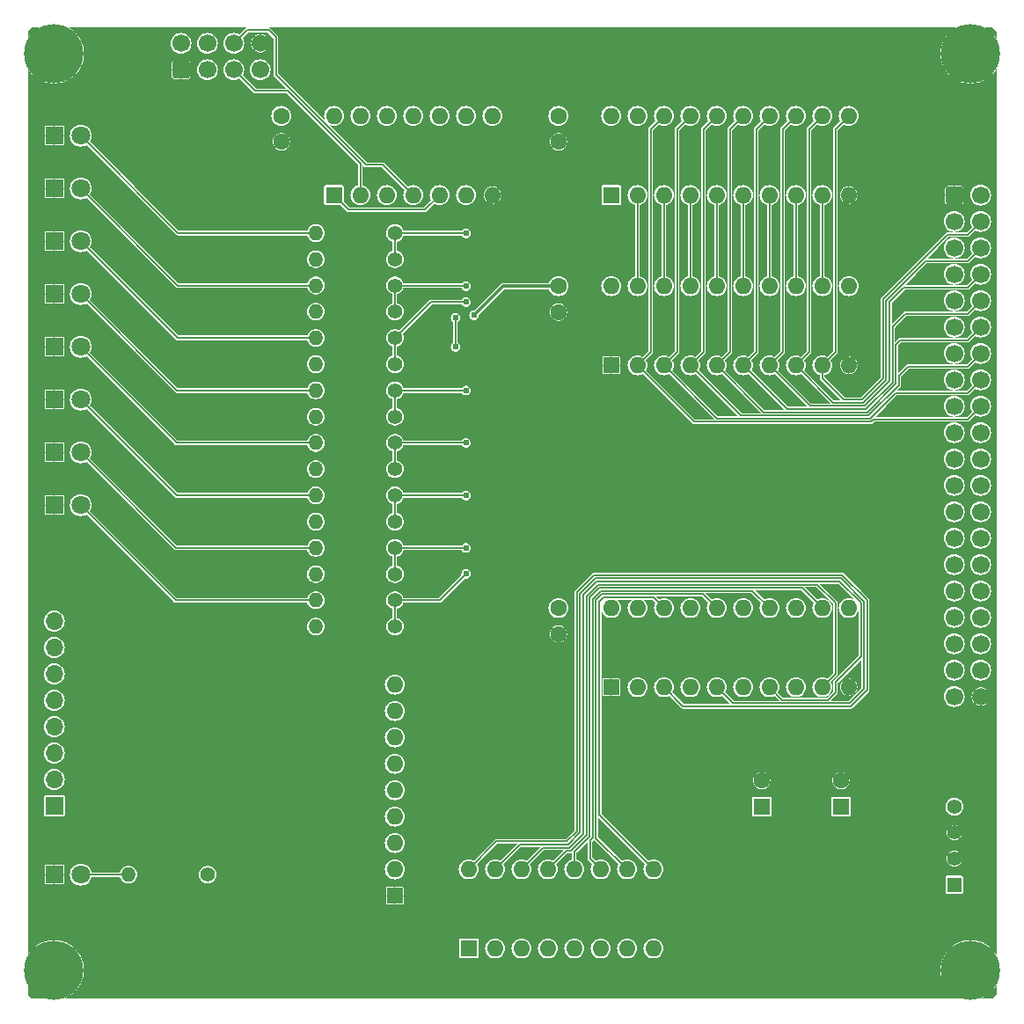
<source format=gbr>
%TF.GenerationSoftware,KiCad,Pcbnew,8.0.2*%
%TF.CreationDate,2024-06-30T15:56:35+02:00*%
%TF.ProjectId,simple_io_board,73696d70-6c65-45f6-996f-5f626f617264,rev?*%
%TF.SameCoordinates,Original*%
%TF.FileFunction,Copper,L1,Top*%
%TF.FilePolarity,Positive*%
%FSLAX46Y46*%
G04 Gerber Fmt 4.6, Leading zero omitted, Abs format (unit mm)*
G04 Created by KiCad (PCBNEW 8.0.2) date 2024-06-30 15:56:35*
%MOMM*%
%LPD*%
G01*
G04 APERTURE LIST*
G04 Aperture macros list*
%AMRoundRect*
0 Rectangle with rounded corners*
0 $1 Rounding radius*
0 $2 $3 $4 $5 $6 $7 $8 $9 X,Y pos of 4 corners*
0 Add a 4 corners polygon primitive as box body*
4,1,4,$2,$3,$4,$5,$6,$7,$8,$9,$2,$3,0*
0 Add four circle primitives for the rounded corners*
1,1,$1+$1,$2,$3*
1,1,$1+$1,$4,$5*
1,1,$1+$1,$6,$7*
1,1,$1+$1,$8,$9*
0 Add four rect primitives between the rounded corners*
20,1,$1+$1,$2,$3,$4,$5,0*
20,1,$1+$1,$4,$5,$6,$7,0*
20,1,$1+$1,$6,$7,$8,$9,0*
20,1,$1+$1,$8,$9,$2,$3,0*%
G04 Aperture macros list end*
%TA.AperFunction,ComponentPad*%
%ADD10C,5.700000*%
%TD*%
%TA.AperFunction,ComponentPad*%
%ADD11C,1.600000*%
%TD*%
%TA.AperFunction,ComponentPad*%
%ADD12O,1.400000X1.400000*%
%TD*%
%TA.AperFunction,ComponentPad*%
%ADD13C,1.400000*%
%TD*%
%TA.AperFunction,ComponentPad*%
%ADD14R,1.800000X1.800000*%
%TD*%
%TA.AperFunction,ComponentPad*%
%ADD15C,1.800000*%
%TD*%
%TA.AperFunction,ComponentPad*%
%ADD16R,1.600000X1.600000*%
%TD*%
%TA.AperFunction,ComponentPad*%
%ADD17R,1.700000X1.700000*%
%TD*%
%TA.AperFunction,ComponentPad*%
%ADD18O,1.700000X1.700000*%
%TD*%
%TA.AperFunction,ComponentPad*%
%ADD19O,1.600000X1.600000*%
%TD*%
%TA.AperFunction,ComponentPad*%
%ADD20RoundRect,0.250000X-0.600000X-0.600000X0.600000X-0.600000X0.600000X0.600000X-0.600000X0.600000X0*%
%TD*%
%TA.AperFunction,ComponentPad*%
%ADD21C,1.700000*%
%TD*%
%TA.AperFunction,ComponentPad*%
%ADD22R,1.408000X1.408000*%
%TD*%
%TA.AperFunction,ComponentPad*%
%ADD23C,1.408000*%
%TD*%
%TA.AperFunction,ComponentPad*%
%ADD24RoundRect,0.250000X0.600000X-0.600000X0.600000X0.600000X-0.600000X0.600000X-0.600000X-0.600000X0*%
%TD*%
%TA.AperFunction,ViaPad*%
%ADD25C,0.610000*%
%TD*%
%TA.AperFunction,Conductor*%
%ADD26C,0.304800*%
%TD*%
%TA.AperFunction,Conductor*%
%ADD27C,0.152400*%
%TD*%
G04 APERTURE END LIST*
D10*
%TO.P,H1,1,1*%
%TO.N,/GND*%
X28925000Y-28925000D03*
%TD*%
D11*
%TO.P,C2,1*%
%TO.N,/+5V*%
X50800000Y-34925000D03*
%TO.P,C2,2*%
%TO.N,/GND*%
X50800000Y-37425000D03*
%TD*%
%TO.P,C4,2*%
%TO.N,/GND*%
X77470000Y-37425000D03*
%TO.P,C4,1*%
%TO.N,/+5V*%
X77470000Y-34925000D03*
%TD*%
D12*
%TO.P,R17,2*%
%TO.N,/PIN7*%
X54102000Y-48724000D03*
D13*
%TO.P,R17,1*%
%TO.N,/LED7*%
X61722000Y-48724000D03*
%TD*%
D14*
%TO.P,D2,1,K*%
%TO.N,/GND*%
X28956000Y-72390000D03*
D15*
%TO.P,D2,2,A*%
%TO.N,/LED0+*%
X31496000Y-72390000D03*
%TD*%
D16*
%TO.P,CP1,1*%
%TO.N,/+5V*%
X97028000Y-101406000D03*
D11*
%TO.P,CP1,2*%
%TO.N,/GND*%
X97028000Y-98906000D03*
%TD*%
D14*
%TO.P,D6,1,K*%
%TO.N,/GND*%
X28956000Y-52070000D03*
D15*
%TO.P,D6,2,A*%
%TO.N,/LED4+*%
X31496000Y-52070000D03*
%TD*%
D13*
%TO.P,R14,1*%
%TO.N,/LED6*%
X61722000Y-51249000D03*
D12*
%TO.P,R14,2*%
%TO.N,/LED6+*%
X54102000Y-51249000D03*
%TD*%
D13*
%TO.P,R15,1*%
%TO.N,/LED6*%
X61722000Y-53774000D03*
D12*
%TO.P,R15,2*%
%TO.N,/PIN6*%
X54102000Y-53774000D03*
%TD*%
D13*
%TO.P,R1,1*%
%TO.N,/+5V*%
X43688000Y-107950000D03*
D12*
%TO.P,R1,2*%
%TO.N,/PWR_LED+*%
X36068000Y-107950000D03*
%TD*%
D17*
%TO.P,J4,1,Pin_1*%
%TO.N,/PIN0*%
X28956000Y-101331000D03*
D18*
%TO.P,J4,2,Pin_2*%
%TO.N,/PIN1*%
X28956000Y-98791000D03*
%TO.P,J4,3,Pin_3*%
%TO.N,/PIN2*%
X28956000Y-96251000D03*
%TO.P,J4,4,Pin_4*%
%TO.N,/PIN3*%
X28956000Y-93711000D03*
%TO.P,J4,5,Pin_5*%
%TO.N,/PIN4*%
X28956000Y-91171000D03*
%TO.P,J4,6,Pin_6*%
%TO.N,/PIN5*%
X28956000Y-88631000D03*
%TO.P,J4,7,Pin_7*%
%TO.N,/PIN6*%
X28956000Y-86091000D03*
%TO.P,J4,8,Pin_8*%
%TO.N,/PIN7*%
X28956000Y-83551000D03*
%TD*%
D12*
%TO.P,R11,2*%
%TO.N,/PIN4*%
X54102000Y-63874000D03*
D13*
%TO.P,R11,1*%
%TO.N,/LED4*%
X61722000Y-63874000D03*
%TD*%
D14*
%TO.P,D3,1,K*%
%TO.N,/GND*%
X28956000Y-67310000D03*
D15*
%TO.P,D3,2,A*%
%TO.N,/LED1+*%
X31496000Y-67310000D03*
%TD*%
D16*
%TO.P,SW1,1*%
%TO.N,/+5V*%
X68834000Y-115052000D03*
D19*
%TO.P,SW1,2*%
X71374000Y-115052000D03*
%TO.P,SW1,3*%
X73914000Y-115052000D03*
%TO.P,SW1,4*%
X76454000Y-115052000D03*
%TO.P,SW1,5*%
X78994000Y-115052000D03*
%TO.P,SW1,6*%
X81534000Y-115052000D03*
%TO.P,SW1,7*%
X84074000Y-115052000D03*
%TO.P,SW1,8*%
X86614000Y-115052000D03*
%TO.P,SW1,9*%
%TO.N,/R_A7*%
X86614000Y-107432000D03*
%TO.P,SW1,10*%
%TO.N,/R_A6*%
X84074000Y-107432000D03*
%TO.P,SW1,11*%
%TO.N,/R_A5*%
X81534000Y-107432000D03*
%TO.P,SW1,12*%
%TO.N,/R_A4*%
X78994000Y-107432000D03*
%TO.P,SW1,13*%
%TO.N,/R_A3*%
X76454000Y-107432000D03*
%TO.P,SW1,14*%
%TO.N,/R_A2*%
X73914000Y-107432000D03*
%TO.P,SW1,15*%
%TO.N,/R_A1*%
X71374000Y-107432000D03*
%TO.P,SW1,16*%
%TO.N,/R_A0*%
X68834000Y-107432000D03*
%TD*%
D13*
%TO.P,R10,1*%
%TO.N,/LED4*%
X61722000Y-61349000D03*
D12*
%TO.P,R10,2*%
%TO.N,/LED4+*%
X54102000Y-61349000D03*
%TD*%
D10*
%TO.P,H2,1,1*%
%TO.N,/GND*%
X117125000Y-28925000D03*
%TD*%
D14*
%TO.P,D1,1,K*%
%TO.N,/GND*%
X28956000Y-107950000D03*
D15*
%TO.P,D1,2,A*%
%TO.N,/PWR_LED+*%
X31496000Y-107950000D03*
%TD*%
D20*
%TO.P,J1,1,Pin_1*%
%TO.N,/GND*%
X115570000Y-42545000D03*
D21*
%TO.P,J1,2,Pin_2*%
%TO.N,/~{NMI}*%
X118110000Y-42545000D03*
%TO.P,J1,3,Pin_3*%
%TO.N,/~{RESET}*%
X115570000Y-45085000D03*
%TO.P,J1,4,Pin_4*%
%TO.N,/B_D7*%
X118110000Y-45085000D03*
%TO.P,J1,5,Pin_5*%
%TO.N,/BUS_CLK*%
X115570000Y-47625000D03*
%TO.P,J1,6,Pin_6*%
%TO.N,/B_D6*%
X118110000Y-47625000D03*
%TO.P,J1,7,Pin_7*%
%TO.N,/~{WAIT}*%
X115570000Y-50165000D03*
%TO.P,J1,8,Pin_8*%
%TO.N,/B_D5*%
X118110000Y-50165000D03*
%TO.P,J1,9,Pin_9*%
%TO.N,/CPU_CLK*%
X115570000Y-52705000D03*
%TO.P,J1,10,Pin_10*%
%TO.N,/B_D4*%
X118110000Y-52705000D03*
%TO.P,J1,11,Pin_11*%
%TO.N,/~{B_M1}*%
X115570000Y-55245000D03*
%TO.P,J1,12,Pin_12*%
%TO.N,/B_D3*%
X118110000Y-55245000D03*
%TO.P,J1,13,Pin_13*%
%TO.N,/~{B_IORQ}*%
X115570000Y-57785000D03*
%TO.P,J1,14,Pin_14*%
%TO.N,/B_D2*%
X118110000Y-57785000D03*
%TO.P,J1,15,Pin_15*%
%TO.N,/~{B_MREQ}*%
X115570000Y-60325000D03*
%TO.P,J1,16,Pin_16*%
%TO.N,/B_D1*%
X118110000Y-60325000D03*
%TO.P,J1,17,Pin_17*%
%TO.N,/~{B_WR}*%
X115570000Y-62865000D03*
%TO.P,J1,18,Pin_18*%
%TO.N,/B_D0*%
X118110000Y-62865000D03*
%TO.P,J1,19,Pin_19*%
%TO.N,/~{B_RD}*%
X115570000Y-65405000D03*
%TO.P,J1,20,Pin_20*%
%TO.N,/B_A15*%
X118110000Y-65405000D03*
%TO.P,J1,21,Pin_21*%
%TO.N,/~{B_BUSACK}*%
X115570000Y-67945000D03*
%TO.P,J1,22,Pin_22*%
%TO.N,/B_A14*%
X118110000Y-67945000D03*
%TO.P,J1,23,Pin_23*%
%TO.N,/~{B_RFSH}*%
X115570000Y-70485000D03*
%TO.P,J1,24,Pin_24*%
%TO.N,/B_A13*%
X118110000Y-70485000D03*
%TO.P,J1,25,Pin_25*%
%TO.N,/~{BUSREQ}*%
X115570000Y-73025000D03*
%TO.P,J1,26,Pin_26*%
%TO.N,/B_A12*%
X118110000Y-73025000D03*
%TO.P,J1,27,Pin_27*%
%TO.N,/~{INT}*%
X115570000Y-75565000D03*
%TO.P,J1,28,Pin_28*%
%TO.N,/B_A11*%
X118110000Y-75565000D03*
%TO.P,J1,29,Pin_29*%
%TO.N,/B_A5*%
X115570000Y-78105000D03*
%TO.P,J1,30,Pin_30*%
%TO.N,/B_A10*%
X118110000Y-78105000D03*
%TO.P,J1,31,Pin_31*%
%TO.N,/B_A4*%
X115570000Y-80645000D03*
%TO.P,J1,32,Pin_32*%
%TO.N,/B_A9*%
X118110000Y-80645000D03*
%TO.P,J1,33,Pin_33*%
%TO.N,/B_A3*%
X115570000Y-83185000D03*
%TO.P,J1,34,Pin_34*%
%TO.N,/B_A8*%
X118110000Y-83185000D03*
%TO.P,J1,35,Pin_35*%
%TO.N,/B_A2*%
X115570000Y-85725000D03*
%TO.P,J1,36,Pin_36*%
%TO.N,/B_A7*%
X118110000Y-85725000D03*
%TO.P,J1,37,Pin_37*%
%TO.N,/B_A1*%
X115570000Y-88265000D03*
%TO.P,J1,38,Pin_38*%
%TO.N,/B_A6*%
X118110000Y-88265000D03*
%TO.P,J1,39,Pin_39*%
%TO.N,/B_A0*%
X115570000Y-90805000D03*
%TO.P,J1,40,Pin_40*%
%TO.N,/GND*%
X118110000Y-90805000D03*
%TD*%
D13*
%TO.P,R13,1*%
%TO.N,/LED5*%
X61722000Y-58824000D03*
D12*
%TO.P,R13,2*%
%TO.N,/PIN5*%
X54102000Y-58824000D03*
%TD*%
D13*
%TO.P,R7,1*%
%TO.N,/LED2*%
X61722000Y-73974000D03*
D12*
%TO.P,R7,2*%
%TO.N,/PIN2*%
X54102000Y-73974000D03*
%TD*%
D13*
%TO.P,R2,1*%
%TO.N,/LED0*%
X61722000Y-81549000D03*
D12*
%TO.P,R2,2*%
%TO.N,/LED0+*%
X54102000Y-81549000D03*
%TD*%
D14*
%TO.P,D9,1,K*%
%TO.N,/GND*%
X28956000Y-36830000D03*
D15*
%TO.P,D9,2,A*%
%TO.N,/LED7+*%
X31496000Y-36830000D03*
%TD*%
D13*
%TO.P,R4,1*%
%TO.N,/LED1*%
X61722000Y-76499000D03*
D12*
%TO.P,R4,2*%
%TO.N,/LED1+*%
X54102000Y-76499000D03*
%TD*%
D13*
%TO.P,R6,1*%
%TO.N,/LED2*%
X61722000Y-71449000D03*
D12*
%TO.P,R6,2*%
%TO.N,/LED2+*%
X54102000Y-71449000D03*
%TD*%
D16*
%TO.P,U4,1,G1*%
%TO.N,/~{SIO_RD}*%
X82550000Y-42545000D03*
D19*
%TO.P,U4,2,A0*%
%TO.N,/LED0*%
X85090000Y-42545000D03*
%TO.P,U4,3,A1*%
%TO.N,/LED1*%
X87630000Y-42545000D03*
%TO.P,U4,4,A2*%
%TO.N,/LED2*%
X90170000Y-42545000D03*
%TO.P,U4,5,A3*%
%TO.N,/LED3*%
X92710000Y-42545000D03*
%TO.P,U4,6,A4*%
%TO.N,/LED4*%
X95250000Y-42545000D03*
%TO.P,U4,7,A5*%
%TO.N,/LED5*%
X97790000Y-42545000D03*
%TO.P,U4,8,A6*%
%TO.N,/LED6*%
X100330000Y-42545000D03*
%TO.P,U4,9,A7*%
%TO.N,/LED7*%
X102870000Y-42545000D03*
%TO.P,U4,10,GND*%
%TO.N,/GND*%
X105410000Y-42545000D03*
%TO.P,U4,11,Y7*%
%TO.N,/B_D7*%
X105410000Y-34925000D03*
%TO.P,U4,12,Y6*%
%TO.N,/B_D6*%
X102870000Y-34925000D03*
%TO.P,U4,13,Y5*%
%TO.N,/B_D5*%
X100330000Y-34925000D03*
%TO.P,U4,14,Y4*%
%TO.N,/B_D4*%
X97790000Y-34925000D03*
%TO.P,U4,15,Y3*%
%TO.N,/B_D3*%
X95250000Y-34925000D03*
%TO.P,U4,16,Y2*%
%TO.N,/B_D2*%
X92710000Y-34925000D03*
%TO.P,U4,17,Y1*%
%TO.N,/B_D1*%
X90170000Y-34925000D03*
%TO.P,U4,18,Y0*%
%TO.N,/B_D0*%
X87630000Y-34925000D03*
%TO.P,U4,19,G2*%
%TO.N,/~{SIO_RD}*%
X85090000Y-34925000D03*
%TO.P,U4,20,VCC*%
%TO.N,/+5V*%
X82550000Y-34925000D03*
%TD*%
D22*
%TO.P,J3,1,Pin_1*%
%TO.N,unconnected-(J3-Pin_1-Pad1)*%
X115570000Y-108906000D03*
D23*
%TO.P,J3,2,Pin_2*%
%TO.N,/GND*%
X115570000Y-106406000D03*
%TO.P,J3,3,Pin_3*%
X115570000Y-103906000D03*
%TO.P,J3,4,Pin_4*%
%TO.N,/+5V*%
X115570000Y-101406000D03*
%TD*%
D16*
%TO.P,RN1,1,common*%
%TO.N,/GND*%
X61722000Y-109982000D03*
D19*
%TO.P,RN1,2,R1*%
%TO.N,/R_A0*%
X61722000Y-107442000D03*
%TO.P,RN1,3,R2*%
%TO.N,/R_A1*%
X61722000Y-104902000D03*
%TO.P,RN1,4,R3*%
%TO.N,/R_A2*%
X61722000Y-102362000D03*
%TO.P,RN1,5,R4*%
%TO.N,/R_A3*%
X61722000Y-99822000D03*
%TO.P,RN1,6,R5*%
%TO.N,/R_A4*%
X61722000Y-97282000D03*
%TO.P,RN1,7,R6*%
%TO.N,/R_A5*%
X61722000Y-94742000D03*
%TO.P,RN1,8,R7*%
%TO.N,/R_A6*%
X61722000Y-92202000D03*
%TO.P,RN1,9,R8*%
%TO.N,/R_A7*%
X61722000Y-89662000D03*
%TD*%
D13*
%TO.P,R12,1*%
%TO.N,/LED5*%
X61722000Y-56299000D03*
D12*
%TO.P,R12,2*%
%TO.N,/LED5+*%
X54102000Y-56299000D03*
%TD*%
D11*
%TO.P,C3,1*%
%TO.N,/+5V*%
X77470000Y-51308000D03*
%TO.P,C3,2*%
%TO.N,/GND*%
X77470000Y-53808000D03*
%TD*%
%TO.P,C1,1*%
%TO.N,/+5V*%
X77470000Y-82286000D03*
%TO.P,C1,2*%
%TO.N,/GND*%
X77470000Y-84786000D03*
%TD*%
D16*
%TO.P,CP2,1*%
%TO.N,/+5V*%
X104648000Y-101406000D03*
D11*
%TO.P,CP2,2*%
%TO.N,/GND*%
X104648000Y-98906000D03*
%TD*%
D16*
%TO.P,U2,1*%
%TO.N,/~{SIO_CS}*%
X55875000Y-42545000D03*
D19*
%TO.P,U2,2*%
%TO.N,/~{IOR}*%
X58415000Y-42545000D03*
%TO.P,U2,3*%
%TO.N,/~{SIO_RD}*%
X60955000Y-42545000D03*
%TO.P,U2,4*%
%TO.N,/~{IOW}*%
X63495000Y-42545000D03*
%TO.P,U2,5*%
%TO.N,/~{SIO_CS}*%
X66035000Y-42545000D03*
%TO.P,U2,6*%
%TO.N,/~{SIO_WR}*%
X68575000Y-42545000D03*
%TO.P,U2,7,GND*%
%TO.N,/GND*%
X71115000Y-42545000D03*
%TO.P,U2,8*%
%TO.N,unconnected-(U2-Pad8)*%
X71115000Y-34925000D03*
%TO.P,U2,9*%
%TO.N,unconnected-(U2-Pad9)*%
X68575000Y-34925000D03*
%TO.P,U2,10*%
%TO.N,unconnected-(U2-Pad10)*%
X66035000Y-34925000D03*
%TO.P,U2,11*%
%TO.N,unconnected-(U2-Pad11)*%
X63495000Y-34925000D03*
%TO.P,U2,12*%
%TO.N,unconnected-(U2-Pad12)*%
X60955000Y-34925000D03*
%TO.P,U2,13*%
%TO.N,unconnected-(U2-Pad13)*%
X58415000Y-34925000D03*
%TO.P,U2,14,VCC*%
%TO.N,/+5V*%
X55875000Y-34925000D03*
%TD*%
D14*
%TO.P,D8,1,K*%
%TO.N,/GND*%
X28956000Y-41910000D03*
D15*
%TO.P,D8,2,A*%
%TO.N,/LED6+*%
X31496000Y-41910000D03*
%TD*%
D13*
%TO.P,R5,1*%
%TO.N,/LED1*%
X61722000Y-79024000D03*
D12*
%TO.P,R5,2*%
%TO.N,/PIN1*%
X54102000Y-79024000D03*
%TD*%
D14*
%TO.P,D5,1,K*%
%TO.N,/GND*%
X28956000Y-57150000D03*
D15*
%TO.P,D5,2,A*%
%TO.N,/LED3+*%
X31496000Y-57150000D03*
%TD*%
D13*
%TO.P,R16,1*%
%TO.N,/LED7*%
X61722000Y-46199000D03*
D12*
%TO.P,R16,2*%
%TO.N,/LED7+*%
X54102000Y-46199000D03*
%TD*%
D13*
%TO.P,R8,1*%
%TO.N,/LED3*%
X61722000Y-66399000D03*
D12*
%TO.P,R8,2*%
%TO.N,/LED3+*%
X54102000Y-66399000D03*
%TD*%
%TO.P,R3,2*%
%TO.N,/PIN0*%
X54102000Y-84074000D03*
D13*
%TO.P,R3,1*%
%TO.N,/LED0*%
X61722000Y-84074000D03*
%TD*%
D15*
%TO.P,D7,2,A*%
%TO.N,/LED5+*%
X31496000Y-46990000D03*
D14*
%TO.P,D7,1,K*%
%TO.N,/GND*%
X28956000Y-46990000D03*
%TD*%
D16*
%TO.P,U1,1,G*%
%TO.N,/GND*%
X82550000Y-89906000D03*
D19*
%TO.P,U1,2,P0*%
%TO.N,/B_A0*%
X85090000Y-89906000D03*
%TO.P,U1,3,R0*%
%TO.N,/R_A0*%
X87630000Y-89906000D03*
%TO.P,U1,4,P1*%
%TO.N,/B_A1*%
X90170000Y-89906000D03*
%TO.P,U1,5,R1*%
%TO.N,/R_A1*%
X92710000Y-89906000D03*
%TO.P,U1,6,P2*%
%TO.N,/B_A2*%
X95250000Y-89906000D03*
%TO.P,U1,7,R2*%
%TO.N,/R_A2*%
X97790000Y-89906000D03*
%TO.P,U1,8,P3*%
%TO.N,/B_A3*%
X100330000Y-89906000D03*
%TO.P,U1,9,R3*%
%TO.N,/R_A3*%
X102870000Y-89906000D03*
%TO.P,U1,10,GND*%
%TO.N,/GND*%
X105410000Y-89906000D03*
%TO.P,U1,11,P4*%
%TO.N,/B_A4*%
X105410000Y-82286000D03*
%TO.P,U1,12,R4*%
%TO.N,/R_A4*%
X102870000Y-82286000D03*
%TO.P,U1,13,P5*%
%TO.N,/B_A5*%
X100330000Y-82286000D03*
%TO.P,U1,14,R5*%
%TO.N,/R_A5*%
X97790000Y-82286000D03*
%TO.P,U1,15,P6*%
%TO.N,/B_A6*%
X95250000Y-82286000D03*
%TO.P,U1,16,R6*%
%TO.N,/R_A6*%
X92710000Y-82286000D03*
%TO.P,U1,17,P7*%
%TO.N,/B_A7*%
X90170000Y-82286000D03*
%TO.P,U1,18,R7*%
%TO.N,/R_A7*%
X87630000Y-82286000D03*
%TO.P,U1,19,P=R*%
%TO.N,/~{SIO_CS}*%
X85090000Y-82286000D03*
%TO.P,U1,20,VCC*%
%TO.N,/+5V*%
X82550000Y-82286000D03*
%TD*%
D10*
%TO.P,H4,1,1*%
%TO.N,/GND*%
X28925000Y-117125000D03*
%TD*%
D24*
%TO.P,J2,1,Pin_1*%
%TO.N,/GND*%
X41148000Y-30480000D03*
D21*
%TO.P,J2,2,Pin_2*%
%TO.N,unconnected-(J2-Pin_2-Pad2)*%
X41148000Y-27940000D03*
%TO.P,J2,3,Pin_3*%
%TO.N,/~{MEMR}*%
X43688000Y-30480000D03*
%TO.P,J2,4,Pin_4*%
%TO.N,/~{MEMW}*%
X43688000Y-27940000D03*
%TO.P,J2,5,Pin_5*%
%TO.N,/~{IOR}*%
X46228000Y-30480000D03*
%TO.P,J2,6,Pin_6*%
%TO.N,/~{IOW}*%
X46228000Y-27940000D03*
%TO.P,J2,7,Pin_7*%
%TO.N,/~{INTA}*%
X48768000Y-30480000D03*
%TO.P,J2,8,Pin_8*%
%TO.N,/GND*%
X48768000Y-27940000D03*
%TD*%
D16*
%TO.P,U3,1,OE*%
%TO.N,/GND*%
X82550000Y-58928000D03*
D19*
%TO.P,U3,2,D0*%
%TO.N,/B_D0*%
X85090000Y-58928000D03*
%TO.P,U3,3,D1*%
%TO.N,/B_D1*%
X87630000Y-58928000D03*
%TO.P,U3,4,D2*%
%TO.N,/B_D2*%
X90170000Y-58928000D03*
%TO.P,U3,5,D3*%
%TO.N,/B_D3*%
X92710000Y-58928000D03*
%TO.P,U3,6,D4*%
%TO.N,/B_D4*%
X95250000Y-58928000D03*
%TO.P,U3,7,D5*%
%TO.N,/B_D5*%
X97790000Y-58928000D03*
%TO.P,U3,8,D6*%
%TO.N,/B_D6*%
X100330000Y-58928000D03*
%TO.P,U3,9,D7*%
%TO.N,/B_D7*%
X102870000Y-58928000D03*
%TO.P,U3,10,GND*%
%TO.N,/GND*%
X105410000Y-58928000D03*
%TO.P,U3,11,Load*%
%TO.N,/~{SIO_WR}*%
X105410000Y-51308000D03*
%TO.P,U3,12,Q7*%
%TO.N,/LED7*%
X102870000Y-51308000D03*
%TO.P,U3,13,Q6*%
%TO.N,/LED6*%
X100330000Y-51308000D03*
%TO.P,U3,14,Q5*%
%TO.N,/LED5*%
X97790000Y-51308000D03*
%TO.P,U3,15,Q4*%
%TO.N,/LED4*%
X95250000Y-51308000D03*
%TO.P,U3,16,Q3*%
%TO.N,/LED3*%
X92710000Y-51308000D03*
%TO.P,U3,17,Q2*%
%TO.N,/LED2*%
X90170000Y-51308000D03*
%TO.P,U3,18,Q1*%
%TO.N,/LED1*%
X87630000Y-51308000D03*
%TO.P,U3,19,Q0*%
%TO.N,/LED0*%
X85090000Y-51308000D03*
%TO.P,U3,20,VCC*%
%TO.N,/+5V*%
X82550000Y-51308000D03*
%TD*%
D14*
%TO.P,D4,1,K*%
%TO.N,/GND*%
X28956000Y-62230000D03*
D15*
%TO.P,D4,2,A*%
%TO.N,/LED2+*%
X31496000Y-62230000D03*
%TD*%
D10*
%TO.P,H3,1,1*%
%TO.N,/GND*%
X117125000Y-117125000D03*
%TD*%
D13*
%TO.P,R9,1*%
%TO.N,/LED3*%
X61722000Y-68924000D03*
D12*
%TO.P,R9,2*%
%TO.N,/PIN3*%
X54102000Y-68924000D03*
%TD*%
D25*
%TO.N,/LED0*%
X68580000Y-78994000D03*
%TO.N,/LED1*%
X68580000Y-76499000D03*
%TO.N,/LED2*%
X68580000Y-71449000D03*
%TO.N,/LED3*%
X68580000Y-66399000D03*
%TO.N,/LED4*%
X68580000Y-61349000D03*
%TO.N,/+5V*%
X69342000Y-54102000D03*
%TO.N,/LED5*%
X68580000Y-52832000D03*
%TO.N,/LED6*%
X68580000Y-51308000D03*
%TO.N,/LED7*%
X68580000Y-46228000D03*
%TO.N,/~{SIO_CS}*%
X67564000Y-54356000D03*
X67564000Y-57150000D03*
%TD*%
D26*
%TO.N,/+5V*%
X69342000Y-54102000D02*
X72136000Y-51308000D01*
X72136000Y-51308000D02*
X77470000Y-51308000D01*
D27*
%TO.N,/LED0*%
X68580000Y-78994000D02*
X66025000Y-81549000D01*
X66025000Y-81549000D02*
X61722000Y-81549000D01*
%TO.N,/LED1*%
X68580000Y-76499000D02*
X61722000Y-76499000D01*
%TO.N,/LED2*%
X68580000Y-71449000D02*
X61722000Y-71449000D01*
%TO.N,/LED7*%
X68580000Y-46228000D02*
X68551000Y-46199000D01*
X68551000Y-46199000D02*
X61722000Y-46199000D01*
%TO.N,/LED3*%
X68580000Y-66399000D02*
X61722000Y-66399000D01*
%TO.N,/LED4*%
X68580000Y-61349000D02*
X61722000Y-61349000D01*
%TO.N,/LED5*%
X68580000Y-52832000D02*
X65189000Y-52832000D01*
X65189000Y-52832000D02*
X61722000Y-56299000D01*
%TO.N,/LED6*%
X68580000Y-51308000D02*
X68521000Y-51249000D01*
X68521000Y-51249000D02*
X61722000Y-51249000D01*
%TO.N,/~{SIO_CS}*%
X67564000Y-54356000D02*
X67564000Y-57150000D01*
%TO.N,/PWR_LED+*%
X36068000Y-107950000D02*
X31496000Y-107950000D01*
%TO.N,/LED0+*%
X54102000Y-81549000D02*
X40655000Y-81549000D01*
X40655000Y-81549000D02*
X31496000Y-72390000D01*
%TO.N,/LED1+*%
X54102000Y-76499000D02*
X40685000Y-76499000D01*
X40685000Y-76499000D02*
X31496000Y-67310000D01*
%TO.N,/LED2+*%
X54102000Y-71449000D02*
X40715000Y-71449000D01*
X40715000Y-71449000D02*
X31496000Y-62230000D01*
%TO.N,/LED3+*%
X54102000Y-66399000D02*
X40745000Y-66399000D01*
X40745000Y-66399000D02*
X31496000Y-57150000D01*
%TO.N,/LED4+*%
X54102000Y-61349000D02*
X40775000Y-61349000D01*
X40775000Y-61349000D02*
X31496000Y-52070000D01*
%TO.N,/LED5+*%
X54102000Y-56299000D02*
X40805000Y-56299000D01*
X40805000Y-56299000D02*
X31496000Y-46990000D01*
%TO.N,/LED6+*%
X54102000Y-51249000D02*
X40835000Y-51249000D01*
X40835000Y-51249000D02*
X31496000Y-41910000D01*
%TO.N,/LED7+*%
X54102000Y-46199000D02*
X40865000Y-46199000D01*
X40865000Y-46199000D02*
X31496000Y-36830000D01*
%TO.N,/LED0*%
X61722000Y-81549000D02*
X61722000Y-84074000D01*
%TO.N,/LED1*%
X61722000Y-76499000D02*
X61722000Y-79024000D01*
%TO.N,/LED2*%
X61722000Y-71449000D02*
X61722000Y-73974000D01*
%TO.N,/LED3*%
X61722000Y-66399000D02*
X61722000Y-68924000D01*
%TO.N,/LED4*%
X61722000Y-61349000D02*
X61722000Y-63874000D01*
%TO.N,/LED5*%
X61722000Y-56299000D02*
X61722000Y-58824000D01*
%TO.N,/LED6*%
X61722000Y-51249000D02*
X61722000Y-53774000D01*
%TO.N,/LED7*%
X61722000Y-46199000D02*
X61722000Y-48724000D01*
%TO.N,/B_D1*%
X118110000Y-60325000D02*
X116840000Y-61595000D01*
X116840000Y-61595000D02*
X109901312Y-61595000D01*
X109901312Y-61595000D02*
X107437512Y-64058800D01*
X107437512Y-64058800D02*
X92760800Y-64058800D01*
X92760800Y-64058800D02*
X87630000Y-58928000D01*
%TO.N,/B_D0*%
X118110000Y-62865000D02*
X116840000Y-64135000D01*
X107563764Y-64363600D02*
X90525600Y-64363600D01*
X116840000Y-64135000D02*
X107792364Y-64135000D01*
X107792364Y-64135000D02*
X107563764Y-64363600D01*
X90525600Y-64363600D02*
X85090000Y-58928000D01*
%TO.N,/B_D2*%
X118110000Y-57785000D02*
X116840000Y-59055000D01*
X110236000Y-59944000D02*
X110236000Y-60829260D01*
X116840000Y-59055000D02*
X111125000Y-59055000D01*
X111125000Y-59055000D02*
X110236000Y-59944000D01*
X110236000Y-60829260D02*
X107311260Y-63754000D01*
X107311260Y-63754000D02*
X94996000Y-63754000D01*
X94996000Y-63754000D02*
X90170000Y-58928000D01*
%TO.N,/B_D3*%
X118110000Y-55245000D02*
X116840000Y-56515000D01*
X116840000Y-56515000D02*
X110363000Y-56515000D01*
X110363000Y-56515000D02*
X109931200Y-56946800D01*
X109931200Y-56946800D02*
X109931200Y-60703008D01*
X109931200Y-60703008D02*
X107185008Y-63449200D01*
X107185008Y-63449200D02*
X97231200Y-63449200D01*
X97231200Y-63449200D02*
X92710000Y-58928000D01*
%TO.N,/B_D4*%
X118110000Y-52705000D02*
X116840000Y-53975000D01*
X107058756Y-63144400D02*
X99466400Y-63144400D01*
X116840000Y-53975000D02*
X110871000Y-53975000D01*
X110871000Y-53975000D02*
X109626400Y-55219600D01*
X109626400Y-60576756D02*
X107058756Y-63144400D01*
X109626400Y-55219600D02*
X109626400Y-60576756D01*
X99466400Y-63144400D02*
X95250000Y-58928000D01*
%TO.N,/B_D5*%
X118110000Y-50165000D02*
X116840000Y-51435000D01*
X116840000Y-51435000D02*
X110717104Y-51435000D01*
X110717104Y-51435000D02*
X109321600Y-52830504D01*
X109321600Y-60450504D02*
X106932504Y-62839600D01*
X109321600Y-52830504D02*
X109321600Y-60450504D01*
X106932504Y-62839600D02*
X101701600Y-62839600D01*
X101701600Y-62839600D02*
X97790000Y-58928000D01*
%TO.N,/B_D6*%
X118110000Y-47625000D02*
X116840000Y-48895000D01*
X116840000Y-48895000D02*
X112826052Y-48895000D01*
X112826052Y-48895000D02*
X109016800Y-52704252D01*
X109016800Y-52704252D02*
X109016800Y-60324252D01*
X109016800Y-60324252D02*
X106806252Y-62534800D01*
X106806252Y-62534800D02*
X103936800Y-62534800D01*
X103936800Y-62534800D02*
X100330000Y-58928000D01*
%TO.N,/B_D7*%
X118110000Y-45085000D02*
X116840000Y-46355000D01*
X102870000Y-60198000D02*
X102870000Y-58928000D01*
X116840000Y-46355000D02*
X114935000Y-46355000D01*
X114935000Y-46355000D02*
X108712000Y-52578000D01*
X108712000Y-52578000D02*
X108712000Y-60198000D01*
X108712000Y-60198000D02*
X106680000Y-62230000D01*
X104902000Y-62230000D02*
X102870000Y-60198000D01*
X106680000Y-62230000D02*
X104902000Y-62230000D01*
X105410000Y-34925000D02*
X104140000Y-36195000D01*
X104140000Y-36195000D02*
X104140000Y-57658000D01*
X104140000Y-57658000D02*
X102870000Y-58928000D01*
%TO.N,/B_D6*%
X102870000Y-34925000D02*
X101600000Y-36195000D01*
X101600000Y-36195000D02*
X101600000Y-57658000D01*
X101600000Y-57658000D02*
X100330000Y-58928000D01*
%TO.N,/B_D5*%
X100330000Y-34925000D02*
X99060000Y-36195000D01*
X99060000Y-36195000D02*
X99060000Y-57658000D01*
X99060000Y-57658000D02*
X97790000Y-58928000D01*
%TO.N,/B_D4*%
X97790000Y-34925000D02*
X96520000Y-36195000D01*
X96520000Y-36195000D02*
X96520000Y-57658000D01*
X96520000Y-57658000D02*
X95250000Y-58928000D01*
%TO.N,/B_D3*%
X95250000Y-34925000D02*
X93980000Y-36195000D01*
X93980000Y-36195000D02*
X93980000Y-57658000D01*
X93980000Y-57658000D02*
X92710000Y-58928000D01*
%TO.N,/B_D2*%
X92710000Y-34925000D02*
X91440000Y-36195000D01*
X91440000Y-36195000D02*
X91440000Y-57658000D01*
X91440000Y-57658000D02*
X90170000Y-58928000D01*
%TO.N,/B_D1*%
X90170000Y-34925000D02*
X88900000Y-36195000D01*
X88900000Y-36195000D02*
X88900000Y-57658000D01*
X88900000Y-57658000D02*
X87630000Y-58928000D01*
%TO.N,/B_D0*%
X87630000Y-34925000D02*
X86360000Y-36195000D01*
X86360000Y-36195000D02*
X86360000Y-57658000D01*
X86360000Y-57658000D02*
X85090000Y-58928000D01*
%TO.N,/LED0*%
X85090000Y-42545000D02*
X85090000Y-51308000D01*
%TO.N,/LED1*%
X87630000Y-42545000D02*
X87630000Y-51308000D01*
%TO.N,/LED2*%
X90170000Y-42545000D02*
X90170000Y-51308000D01*
%TO.N,/LED3*%
X92710000Y-42545000D02*
X92710000Y-51308000D01*
%TO.N,/LED4*%
X95250000Y-42545000D02*
X95250000Y-51308000D01*
%TO.N,/LED5*%
X97790000Y-42545000D02*
X97790000Y-51308000D01*
%TO.N,/LED6*%
X100330000Y-42545000D02*
X100330000Y-51308000D01*
%TO.N,/LED7*%
X102870000Y-42545000D02*
X102870000Y-51308000D01*
%TO.N,/~{IOW}*%
X63495000Y-42545000D02*
X60574000Y-39624000D01*
X60574000Y-39624000D02*
X58928000Y-39624000D01*
X58928000Y-39624000D02*
X50292000Y-30988000D01*
X50292000Y-30988000D02*
X50292000Y-27369400D01*
X50292000Y-27369400D02*
X49592600Y-26670000D01*
X49592600Y-26670000D02*
X47498000Y-26670000D01*
X47498000Y-26670000D02*
X46228000Y-27940000D01*
%TO.N,/~{IOR}*%
X58415000Y-42545000D02*
X58415000Y-39542052D01*
X58415000Y-39542052D02*
X51384948Y-32512000D01*
X51384948Y-32512000D02*
X48260000Y-32512000D01*
X48260000Y-32512000D02*
X46228000Y-30480000D01*
%TO.N,/~{SIO_CS}*%
X66035000Y-42545000D02*
X64638000Y-43942000D01*
X64638000Y-43942000D02*
X57272000Y-43942000D01*
X57272000Y-43942000D02*
X55875000Y-42545000D01*
%TO.N,/R_A2*%
X73914000Y-107432000D02*
X75986800Y-105359200D01*
X79857600Y-81024504D02*
X81148704Y-79733400D01*
X75986800Y-105359200D02*
X78525696Y-105359200D01*
X78525696Y-105359200D02*
X79857600Y-104027296D01*
X79857600Y-104027296D02*
X79857600Y-81024504D01*
X104140000Y-89408000D02*
X104140000Y-90424000D01*
X104140000Y-90424000D02*
X103428800Y-91135200D01*
X81148704Y-79733400D02*
X104525296Y-79733400D01*
X104525296Y-79733400D02*
X106578400Y-81786504D01*
X106578400Y-86969600D02*
X104140000Y-89408000D01*
X106578400Y-81786504D02*
X106578400Y-86969600D01*
X103428800Y-91135200D02*
X99019200Y-91135200D01*
X99019200Y-91135200D02*
X97790000Y-89906000D01*
%TO.N,/R_A7*%
X86614000Y-107432000D02*
X81381600Y-102199600D01*
X81381600Y-102199600D02*
X81381600Y-81655764D01*
X81381600Y-81655764D02*
X81779964Y-81257400D01*
X86601400Y-81257400D02*
X87630000Y-82286000D01*
X81779964Y-81257400D02*
X86601400Y-81257400D01*
%TO.N,/R_A6*%
X84074000Y-107432000D02*
X81076800Y-104434800D01*
X81076800Y-104434800D02*
X81076800Y-81529512D01*
X81653712Y-80952600D02*
X91376600Y-80952600D01*
X81076800Y-81529512D02*
X81653712Y-80952600D01*
X91376600Y-80952600D02*
X92710000Y-82286000D01*
%TO.N,/R_A5*%
X81534000Y-107432000D02*
X80518000Y-106416000D01*
X80518000Y-104660052D02*
X80772000Y-104406052D01*
X80518000Y-106416000D02*
X80518000Y-104660052D01*
X80772000Y-104406052D02*
X80772000Y-81403260D01*
X80772000Y-81403260D02*
X81527460Y-80647800D01*
X81527460Y-80647800D02*
X96151800Y-80647800D01*
X96151800Y-80647800D02*
X97790000Y-82286000D01*
%TO.N,/R_A4*%
X78994000Y-107432000D02*
X78994000Y-105753000D01*
X100927000Y-80343000D02*
X102870000Y-82286000D01*
X78994000Y-105753000D02*
X80467200Y-104279800D01*
X80467200Y-104279800D02*
X80467200Y-81277008D01*
X80467200Y-81277008D02*
X81401208Y-80343000D01*
X81401208Y-80343000D02*
X100927000Y-80343000D01*
%TO.N,/R_A3*%
X76454000Y-107432000D02*
X78222000Y-105664000D01*
X78222000Y-105664000D02*
X78689200Y-105664000D01*
X81274956Y-80038200D02*
X102390200Y-80038200D01*
X78689200Y-105664000D02*
X78689200Y-105626748D01*
X102390200Y-80038200D02*
X104140000Y-81788000D01*
X78689200Y-105626748D02*
X80162400Y-104153548D01*
X80162400Y-104153548D02*
X80162400Y-81150756D01*
X80162400Y-81150756D02*
X81274956Y-80038200D01*
X104140000Y-88636000D02*
X102870000Y-89906000D01*
X104140000Y-81788000D02*
X104140000Y-88636000D01*
%TO.N,/R_A1*%
X71374000Y-107432000D02*
X73751600Y-105054400D01*
X73751600Y-105054400D02*
X78399444Y-105054400D01*
X94244000Y-91440000D02*
X92710000Y-89906000D01*
X78399444Y-105054400D02*
X79552800Y-103901044D01*
X79552800Y-103901044D02*
X79552800Y-80898252D01*
X79552800Y-80898252D02*
X81022452Y-79428600D01*
X106883200Y-81660252D02*
X106883200Y-90043748D01*
X81022452Y-79428600D02*
X104651548Y-79428600D01*
X104651548Y-79428600D02*
X106883200Y-81660252D01*
X106883200Y-90043748D02*
X105486948Y-91440000D01*
X105486948Y-91440000D02*
X94244000Y-91440000D01*
%TO.N,/R_A0*%
X68834000Y-107432000D02*
X71516400Y-104749600D01*
X107188000Y-90170000D02*
X105613200Y-91744800D01*
X71516400Y-104749600D02*
X78273192Y-104749600D01*
X78273192Y-104749600D02*
X79248000Y-103774792D01*
X79248000Y-103774792D02*
X79248000Y-80772000D01*
X79248000Y-80772000D02*
X80896200Y-79123800D01*
X107188000Y-81534000D02*
X107188000Y-90170000D01*
X80896200Y-79123800D02*
X104777800Y-79123800D01*
X104777800Y-79123800D02*
X107188000Y-81534000D01*
X105613200Y-91744800D02*
X89468800Y-91744800D01*
X89468800Y-91744800D02*
X87630000Y-89906000D01*
%TD*%
%TA.AperFunction,Conductor*%
%TO.N,/GND*%
G36*
X27814840Y-118277582D02*
G01*
X26908266Y-119184157D01*
X26908266Y-119184160D01*
X26945268Y-119223380D01*
X27202271Y-119439031D01*
X27482555Y-119623377D01*
X27782351Y-119773941D01*
X28021112Y-119860844D01*
X28029012Y-119868083D01*
X28029480Y-119878788D01*
X28022241Y-119886688D01*
X28016324Y-119888000D01*
X26821798Y-119888000D01*
X26811899Y-119883899D01*
X26420101Y-119492101D01*
X26416000Y-119482202D01*
X26416000Y-118591533D01*
X26420101Y-118581634D01*
X26430000Y-118577533D01*
X26439899Y-118581634D01*
X26442124Y-118584533D01*
X26514711Y-118710259D01*
X26514712Y-118710262D01*
X26715054Y-118979366D01*
X26715063Y-118979377D01*
X26867072Y-119140498D01*
X26867075Y-119140498D01*
X27772415Y-118235157D01*
X27814840Y-118277582D01*
G37*
%TD.AperFunction*%
%TA.AperFunction,Conductor*%
G36*
X106649999Y-87241795D02*
G01*
X106654100Y-87251694D01*
X106654100Y-89943053D01*
X106649999Y-89952952D01*
X105396152Y-91206799D01*
X105386253Y-91210900D01*
X103710896Y-91210900D01*
X103700997Y-91206799D01*
X103696896Y-91196900D01*
X103700996Y-91187001D01*
X103775990Y-91112007D01*
X104334222Y-90553774D01*
X104369100Y-90469570D01*
X104369100Y-90378430D01*
X104369100Y-89875999D01*
X104578580Y-89875999D01*
X104578581Y-89876000D01*
X105010000Y-89876000D01*
X105010000Y-89936000D01*
X104578581Y-89936000D01*
X104593663Y-90079513D01*
X104593664Y-90079515D01*
X104647580Y-90245450D01*
X104647583Y-90245456D01*
X104734814Y-90396546D01*
X104734816Y-90396549D01*
X104851564Y-90526210D01*
X104992711Y-90628759D01*
X105152102Y-90699724D01*
X105152109Y-90699726D01*
X105322758Y-90735999D01*
X105322764Y-90736000D01*
X105380000Y-90736000D01*
X105380000Y-90306000D01*
X105440000Y-90306000D01*
X105440000Y-90736000D01*
X105497236Y-90736000D01*
X105497241Y-90735999D01*
X105667890Y-90699726D01*
X105667897Y-90699724D01*
X105827288Y-90628759D01*
X105968435Y-90526210D01*
X106085183Y-90396549D01*
X106085185Y-90396546D01*
X106172416Y-90245456D01*
X106172419Y-90245450D01*
X106226335Y-90079515D01*
X106226336Y-90079513D01*
X106241419Y-89936000D01*
X105810000Y-89936000D01*
X105810000Y-89876000D01*
X106241419Y-89876000D01*
X106241419Y-89875999D01*
X106226336Y-89732486D01*
X106226335Y-89732484D01*
X106172419Y-89566549D01*
X106172416Y-89566543D01*
X106085185Y-89415453D01*
X106085183Y-89415450D01*
X105968435Y-89285789D01*
X105827288Y-89183240D01*
X105667897Y-89112275D01*
X105667890Y-89112273D01*
X105497241Y-89076000D01*
X105440000Y-89076000D01*
X105440000Y-89506000D01*
X105380000Y-89506000D01*
X105380000Y-89076000D01*
X105322758Y-89076000D01*
X105152109Y-89112273D01*
X105152102Y-89112275D01*
X104992711Y-89183240D01*
X104851564Y-89285789D01*
X104734816Y-89415450D01*
X104734814Y-89415453D01*
X104647583Y-89566543D01*
X104647580Y-89566549D01*
X104593664Y-89732484D01*
X104593663Y-89732486D01*
X104578580Y-89875999D01*
X104369100Y-89875999D01*
X104369100Y-89508694D01*
X104373201Y-89498795D01*
X106630201Y-87241795D01*
X106640100Y-87237694D01*
X106649999Y-87241795D01*
G37*
%TD.AperFunction*%
%TA.AperFunction,Conductor*%
G36*
X47452060Y-26420101D02*
G01*
X47456161Y-26430000D01*
X47452060Y-26439899D01*
X47447518Y-26442934D01*
X47427766Y-26451115D01*
X47368226Y-26475776D01*
X46765268Y-27078733D01*
X46755369Y-27082833D01*
X46748770Y-27081180D01*
X46613647Y-27008956D01*
X46424609Y-26951612D01*
X46424605Y-26951611D01*
X46228000Y-26932247D01*
X46031394Y-26951611D01*
X46031390Y-26951612D01*
X45842352Y-27008956D01*
X45668126Y-27102081D01*
X45668124Y-27102082D01*
X45515411Y-27227411D01*
X45390082Y-27380124D01*
X45390081Y-27380126D01*
X45296956Y-27554352D01*
X45239612Y-27743390D01*
X45239611Y-27743394D01*
X45220247Y-27940000D01*
X45239611Y-28136605D01*
X45239612Y-28136609D01*
X45296956Y-28325647D01*
X45368823Y-28460102D01*
X45390084Y-28499878D01*
X45515411Y-28652589D01*
X45668122Y-28777916D01*
X45842350Y-28871042D01*
X45842352Y-28871043D01*
X46020225Y-28925000D01*
X46031397Y-28928389D01*
X46228000Y-28947753D01*
X46424603Y-28928389D01*
X46613650Y-28871042D01*
X46787878Y-28777916D01*
X46940589Y-28652589D01*
X47065916Y-28499878D01*
X47159042Y-28325650D01*
X47216389Y-28136603D01*
X47235753Y-27940000D01*
X47235753Y-27939996D01*
X47883153Y-27939996D01*
X47883153Y-27940003D01*
X47902487Y-28123966D01*
X47902488Y-28123968D01*
X47959652Y-28299899D01*
X47959654Y-28299904D01*
X48052145Y-28460102D01*
X48124790Y-28540781D01*
X48393232Y-28272338D01*
X48435659Y-28314765D01*
X48164994Y-28585430D01*
X48164994Y-28585431D01*
X48175924Y-28597571D01*
X48325577Y-28706300D01*
X48494567Y-28781539D01*
X48494573Y-28781541D01*
X48675503Y-28819999D01*
X48675509Y-28820000D01*
X48860491Y-28820000D01*
X48860496Y-28819999D01*
X49041426Y-28781541D01*
X49041432Y-28781539D01*
X49210422Y-28706300D01*
X49360076Y-28597570D01*
X49360079Y-28597567D01*
X49371005Y-28585432D01*
X49100339Y-28314766D01*
X49142766Y-28272339D01*
X49411208Y-28540781D01*
X49483854Y-28460102D01*
X49576345Y-28299904D01*
X49576347Y-28299899D01*
X49633511Y-28123968D01*
X49633512Y-28123966D01*
X49652847Y-27940003D01*
X49652847Y-27939996D01*
X49633512Y-27756033D01*
X49633511Y-27756031D01*
X49576347Y-27580100D01*
X49576345Y-27580095D01*
X49483854Y-27419897D01*
X49411208Y-27339216D01*
X49142765Y-27607659D01*
X49100338Y-27565232D01*
X49371004Y-27294567D01*
X49360075Y-27282428D01*
X49210422Y-27173699D01*
X49041432Y-27098460D01*
X49041426Y-27098458D01*
X48860496Y-27060000D01*
X48675503Y-27060000D01*
X48494573Y-27098458D01*
X48494567Y-27098460D01*
X48325578Y-27173699D01*
X48175924Y-27282429D01*
X48175920Y-27282433D01*
X48164994Y-27294567D01*
X48164994Y-27294568D01*
X48435660Y-27565234D01*
X48393234Y-27607660D01*
X48124790Y-27339216D01*
X48052144Y-27419899D01*
X48052141Y-27419902D01*
X47959654Y-27580095D01*
X47959652Y-27580100D01*
X47902488Y-27756031D01*
X47902487Y-27756033D01*
X47883153Y-27939996D01*
X47235753Y-27939996D01*
X47216389Y-27743397D01*
X47159042Y-27554350D01*
X47086817Y-27419227D01*
X47085768Y-27408565D01*
X47089264Y-27402731D01*
X47588797Y-26903200D01*
X47598696Y-26899100D01*
X49491905Y-26899100D01*
X49501804Y-26903201D01*
X50058799Y-27460196D01*
X50062900Y-27470095D01*
X50062900Y-31033571D01*
X50073115Y-31058232D01*
X50073115Y-31058233D01*
X50097775Y-31117770D01*
X50097781Y-31117779D01*
X51239004Y-32259001D01*
X51243105Y-32268900D01*
X51239004Y-32278799D01*
X51229105Y-32282900D01*
X48360695Y-32282900D01*
X48350796Y-32278799D01*
X47089266Y-31017269D01*
X47085165Y-31007370D01*
X47086817Y-31000771D01*
X47159042Y-30865650D01*
X47216389Y-30676603D01*
X47235753Y-30480000D01*
X47760247Y-30480000D01*
X47779611Y-30676605D01*
X47779612Y-30676609D01*
X47836956Y-30865647D01*
X47926713Y-31033571D01*
X47930084Y-31039878D01*
X48055411Y-31192589D01*
X48208122Y-31317916D01*
X48382350Y-31411042D01*
X48382352Y-31411043D01*
X48571390Y-31468387D01*
X48571397Y-31468389D01*
X48768000Y-31487753D01*
X48964603Y-31468389D01*
X49153650Y-31411042D01*
X49327878Y-31317916D01*
X49480589Y-31192589D01*
X49605916Y-31039878D01*
X49699042Y-30865650D01*
X49756389Y-30676603D01*
X49775753Y-30480000D01*
X49756389Y-30283397D01*
X49699042Y-30094350D01*
X49605916Y-29920122D01*
X49480589Y-29767411D01*
X49327878Y-29642084D01*
X49327876Y-29642083D01*
X49327875Y-29642082D01*
X49327873Y-29642081D01*
X49153647Y-29548956D01*
X48964609Y-29491612D01*
X48964605Y-29491611D01*
X48768000Y-29472247D01*
X48571394Y-29491611D01*
X48571390Y-29491612D01*
X48382352Y-29548956D01*
X48208126Y-29642081D01*
X48208124Y-29642082D01*
X48055411Y-29767411D01*
X47930082Y-29920124D01*
X47930081Y-29920126D01*
X47836956Y-30094352D01*
X47779612Y-30283390D01*
X47779611Y-30283394D01*
X47760247Y-30480000D01*
X47235753Y-30480000D01*
X47216389Y-30283397D01*
X47159042Y-30094350D01*
X47065916Y-29920122D01*
X46940589Y-29767411D01*
X46787878Y-29642084D01*
X46787876Y-29642083D01*
X46787875Y-29642082D01*
X46787873Y-29642081D01*
X46613647Y-29548956D01*
X46424609Y-29491612D01*
X46424605Y-29491611D01*
X46228000Y-29472247D01*
X46031394Y-29491611D01*
X46031390Y-29491612D01*
X45842352Y-29548956D01*
X45668126Y-29642081D01*
X45668124Y-29642082D01*
X45515411Y-29767411D01*
X45390082Y-29920124D01*
X45390081Y-29920126D01*
X45296956Y-30094352D01*
X45239612Y-30283390D01*
X45239611Y-30283394D01*
X45220247Y-30480000D01*
X45239611Y-30676605D01*
X45239612Y-30676609D01*
X45296956Y-30865647D01*
X45386713Y-31033571D01*
X45390084Y-31039878D01*
X45515411Y-31192589D01*
X45668122Y-31317916D01*
X45842350Y-31411042D01*
X45842352Y-31411043D01*
X46031390Y-31468387D01*
X46031397Y-31468389D01*
X46228000Y-31487753D01*
X46424603Y-31468389D01*
X46613650Y-31411042D01*
X46748771Y-31338817D01*
X46759434Y-31337768D01*
X46765269Y-31341266D01*
X48130220Y-32706218D01*
X48130228Y-32706224D01*
X48163799Y-32720128D01*
X48189766Y-32730884D01*
X48214429Y-32741100D01*
X48214430Y-32741100D01*
X48305570Y-32741100D01*
X51284253Y-32741100D01*
X51294152Y-32745201D01*
X58181799Y-39632848D01*
X58185900Y-39642747D01*
X58185900Y-41608335D01*
X58181799Y-41618234D01*
X58175964Y-41621732D01*
X58048580Y-41660373D01*
X57883035Y-41748858D01*
X57883032Y-41748860D01*
X57737936Y-41867936D01*
X57618860Y-42013032D01*
X57618858Y-42013035D01*
X57563606Y-42116405D01*
X57540651Y-42159352D01*
X57530373Y-42178580D01*
X57475888Y-42358192D01*
X57475887Y-42358196D01*
X57457489Y-42545000D01*
X57475887Y-42731803D01*
X57475888Y-42731807D01*
X57530373Y-42911419D01*
X57530375Y-42911424D01*
X57560613Y-42967995D01*
X57618858Y-43076964D01*
X57618860Y-43076967D01*
X57737936Y-43222063D01*
X57883032Y-43341139D01*
X57883035Y-43341141D01*
X58048576Y-43429625D01*
X58132998Y-43455234D01*
X58220125Y-43481664D01*
X58228199Y-43484113D01*
X58415000Y-43502511D01*
X58601801Y-43484113D01*
X58781424Y-43429625D01*
X58946965Y-43341141D01*
X59092063Y-43222063D01*
X59211141Y-43076965D01*
X59299625Y-42911424D01*
X59354113Y-42731801D01*
X59372511Y-42545000D01*
X59997489Y-42545000D01*
X60015887Y-42731803D01*
X60015888Y-42731807D01*
X60070373Y-42911419D01*
X60070375Y-42911424D01*
X60100613Y-42967995D01*
X60158858Y-43076964D01*
X60158860Y-43076967D01*
X60277936Y-43222063D01*
X60423032Y-43341139D01*
X60423035Y-43341141D01*
X60588576Y-43429625D01*
X60672998Y-43455234D01*
X60760125Y-43481664D01*
X60768199Y-43484113D01*
X60955000Y-43502511D01*
X61141801Y-43484113D01*
X61321424Y-43429625D01*
X61486965Y-43341141D01*
X61632063Y-43222063D01*
X61751141Y-43076965D01*
X61839625Y-42911424D01*
X61894113Y-42731801D01*
X61912511Y-42545000D01*
X61894113Y-42358199D01*
X61891137Y-42348390D01*
X61839626Y-42178580D01*
X61839625Y-42178576D01*
X61751141Y-42013035D01*
X61728237Y-41985126D01*
X61632063Y-41867936D01*
X61486967Y-41748860D01*
X61486964Y-41748858D01*
X61402269Y-41703588D01*
X61321424Y-41660375D01*
X61321421Y-41660374D01*
X61321419Y-41660373D01*
X61141807Y-41605888D01*
X61141803Y-41605887D01*
X60955000Y-41587489D01*
X60768196Y-41605887D01*
X60768192Y-41605888D01*
X60588580Y-41660373D01*
X60423035Y-41748858D01*
X60423032Y-41748860D01*
X60277936Y-41867936D01*
X60158860Y-42013032D01*
X60158858Y-42013035D01*
X60103606Y-42116405D01*
X60080651Y-42159352D01*
X60070373Y-42178580D01*
X60015888Y-42358192D01*
X60015887Y-42358196D01*
X59997489Y-42545000D01*
X59372511Y-42545000D01*
X59354113Y-42358199D01*
X59351137Y-42348390D01*
X59299626Y-42178580D01*
X59299625Y-42178576D01*
X59211141Y-42013035D01*
X59188237Y-41985126D01*
X59092063Y-41867936D01*
X58946967Y-41748860D01*
X58946964Y-41748858D01*
X58862269Y-41703588D01*
X58781424Y-41660375D01*
X58781421Y-41660374D01*
X58781419Y-41660373D01*
X58654036Y-41621732D01*
X58645753Y-41614935D01*
X58644100Y-41608335D01*
X58644100Y-39697894D01*
X58648201Y-39687995D01*
X58658100Y-39683894D01*
X58667999Y-39687995D01*
X58733779Y-39753775D01*
X58798225Y-39818221D01*
X58882429Y-39853100D01*
X58882430Y-39853100D01*
X58973570Y-39853100D01*
X60473305Y-39853100D01*
X60483204Y-39857201D01*
X62670678Y-42044675D01*
X62674779Y-42054574D01*
X62673126Y-42061173D01*
X62610373Y-42178578D01*
X62555888Y-42358192D01*
X62555887Y-42358196D01*
X62537489Y-42545000D01*
X62555887Y-42731803D01*
X62555888Y-42731807D01*
X62610373Y-42911419D01*
X62610375Y-42911424D01*
X62640613Y-42967995D01*
X62698858Y-43076964D01*
X62698860Y-43076967D01*
X62817936Y-43222063D01*
X62963032Y-43341139D01*
X62963035Y-43341141D01*
X63128576Y-43429625D01*
X63212998Y-43455234D01*
X63300125Y-43481664D01*
X63308199Y-43484113D01*
X63495000Y-43502511D01*
X63681801Y-43484113D01*
X63861424Y-43429625D01*
X64026965Y-43341141D01*
X64172063Y-43222063D01*
X64291141Y-43076965D01*
X64379625Y-42911424D01*
X64434113Y-42731801D01*
X64452511Y-42545000D01*
X64434113Y-42358199D01*
X64431137Y-42348390D01*
X64379626Y-42178580D01*
X64379625Y-42178576D01*
X64291141Y-42013035D01*
X64268237Y-41985126D01*
X64172063Y-41867936D01*
X64026967Y-41748860D01*
X64026964Y-41748858D01*
X63942269Y-41703588D01*
X63861424Y-41660375D01*
X63861421Y-41660374D01*
X63861419Y-41660373D01*
X63681807Y-41605888D01*
X63681803Y-41605887D01*
X63495000Y-41587489D01*
X63308196Y-41605887D01*
X63308192Y-41605888D01*
X63128578Y-41660373D01*
X63011173Y-41723126D01*
X63000510Y-41724176D01*
X62994675Y-41720678D01*
X60703779Y-39429781D01*
X60703770Y-39429775D01*
X60644233Y-39405115D01*
X60631902Y-39400007D01*
X60619572Y-39394900D01*
X60619571Y-39394900D01*
X59028694Y-39394900D01*
X59018795Y-39390799D01*
X57052992Y-37424996D01*
X76635428Y-37424996D01*
X76635428Y-37425003D01*
X76653663Y-37598513D01*
X76653664Y-37598515D01*
X76707580Y-37764450D01*
X76707583Y-37764456D01*
X76794814Y-37915546D01*
X76794816Y-37915549D01*
X76862194Y-37990378D01*
X77165943Y-37686629D01*
X77208369Y-37729055D01*
X76902396Y-38035028D01*
X76911560Y-38045205D01*
X76911564Y-38045209D01*
X77052711Y-38147759D01*
X77212102Y-38218724D01*
X77212109Y-38218726D01*
X77382758Y-38254999D01*
X77382764Y-38255000D01*
X77557236Y-38255000D01*
X77557241Y-38254999D01*
X77727890Y-38218726D01*
X77727897Y-38218724D01*
X77887288Y-38147759D01*
X78028435Y-38045210D01*
X78037603Y-38035028D01*
X77731630Y-37729055D01*
X77774055Y-37686630D01*
X78077804Y-37990379D01*
X78145183Y-37915549D01*
X78145185Y-37915546D01*
X78232416Y-37764456D01*
X78232419Y-37764450D01*
X78286335Y-37598515D01*
X78286336Y-37598513D01*
X78304572Y-37425003D01*
X78304572Y-37424996D01*
X78286336Y-37251486D01*
X78286335Y-37251484D01*
X78232419Y-37085549D01*
X78232416Y-37085543D01*
X78145185Y-36934453D01*
X78145183Y-36934450D01*
X78077804Y-36859620D01*
X77774055Y-37163369D01*
X77731629Y-37120943D01*
X78037602Y-36814970D01*
X78028439Y-36804794D01*
X78028435Y-36804790D01*
X77887288Y-36702240D01*
X77727897Y-36631275D01*
X77727890Y-36631273D01*
X77557241Y-36595000D01*
X77382758Y-36595000D01*
X77212109Y-36631273D01*
X77212102Y-36631275D01*
X77052711Y-36702240D01*
X76911564Y-36804790D01*
X76911560Y-36804794D01*
X76902396Y-36814970D01*
X76902396Y-36814971D01*
X77208369Y-37120944D01*
X77165944Y-37163369D01*
X76862194Y-36859619D01*
X76794817Y-36934450D01*
X76794814Y-36934453D01*
X76707583Y-37085543D01*
X76707580Y-37085549D01*
X76653664Y-37251484D01*
X76653663Y-37251486D01*
X76635428Y-37424996D01*
X57052992Y-37424996D01*
X55422880Y-35794884D01*
X55418779Y-35784985D01*
X55422880Y-35775086D01*
X55432779Y-35770985D01*
X55439378Y-35772637D01*
X55508576Y-35809625D01*
X55688199Y-35864113D01*
X55875000Y-35882511D01*
X56061801Y-35864113D01*
X56241424Y-35809625D01*
X56406965Y-35721141D01*
X56552063Y-35602063D01*
X56671141Y-35456965D01*
X56759625Y-35291424D01*
X56814113Y-35111801D01*
X56832511Y-34925000D01*
X57457489Y-34925000D01*
X57475887Y-35111803D01*
X57475888Y-35111807D01*
X57530373Y-35291419D01*
X57530375Y-35291424D01*
X57567362Y-35360621D01*
X57618858Y-35456964D01*
X57618860Y-35456967D01*
X57737936Y-35602063D01*
X57883032Y-35721139D01*
X57883035Y-35721141D01*
X58048576Y-35809625D01*
X58228199Y-35864113D01*
X58415000Y-35882511D01*
X58601801Y-35864113D01*
X58781424Y-35809625D01*
X58946965Y-35721141D01*
X59092063Y-35602063D01*
X59211141Y-35456965D01*
X59299625Y-35291424D01*
X59354113Y-35111801D01*
X59372511Y-34925000D01*
X59997489Y-34925000D01*
X60015887Y-35111803D01*
X60015888Y-35111807D01*
X60070373Y-35291419D01*
X60070375Y-35291424D01*
X60107362Y-35360621D01*
X60158858Y-35456964D01*
X60158860Y-35456967D01*
X60277936Y-35602063D01*
X60423032Y-35721139D01*
X60423035Y-35721141D01*
X60588576Y-35809625D01*
X60768199Y-35864113D01*
X60955000Y-35882511D01*
X61141801Y-35864113D01*
X61321424Y-35809625D01*
X61486965Y-35721141D01*
X61632063Y-35602063D01*
X61751141Y-35456965D01*
X61839625Y-35291424D01*
X61894113Y-35111801D01*
X61912511Y-34925000D01*
X62537489Y-34925000D01*
X62555887Y-35111803D01*
X62555888Y-35111807D01*
X62610373Y-35291419D01*
X62610375Y-35291424D01*
X62647362Y-35360621D01*
X62698858Y-35456964D01*
X62698860Y-35456967D01*
X62817936Y-35602063D01*
X62963032Y-35721139D01*
X62963035Y-35721141D01*
X63128576Y-35809625D01*
X63308199Y-35864113D01*
X63495000Y-35882511D01*
X63681801Y-35864113D01*
X63861424Y-35809625D01*
X64026965Y-35721141D01*
X64172063Y-35602063D01*
X64291141Y-35456965D01*
X64379625Y-35291424D01*
X64434113Y-35111801D01*
X64452511Y-34925000D01*
X65077489Y-34925000D01*
X65095887Y-35111803D01*
X65095888Y-35111807D01*
X65150373Y-35291419D01*
X65150375Y-35291424D01*
X65187362Y-35360621D01*
X65238858Y-35456964D01*
X65238860Y-35456967D01*
X65357936Y-35602063D01*
X65503032Y-35721139D01*
X65503035Y-35721141D01*
X65668576Y-35809625D01*
X65848199Y-35864113D01*
X66035000Y-35882511D01*
X66221801Y-35864113D01*
X66401424Y-35809625D01*
X66566965Y-35721141D01*
X66712063Y-35602063D01*
X66831141Y-35456965D01*
X66919625Y-35291424D01*
X66974113Y-35111801D01*
X66992511Y-34925000D01*
X67617489Y-34925000D01*
X67635887Y-35111803D01*
X67635888Y-35111807D01*
X67690373Y-35291419D01*
X67690375Y-35291424D01*
X67727362Y-35360621D01*
X67778858Y-35456964D01*
X67778860Y-35456967D01*
X67897936Y-35602063D01*
X68043032Y-35721139D01*
X68043035Y-35721141D01*
X68208576Y-35809625D01*
X68388199Y-35864113D01*
X68575000Y-35882511D01*
X68761801Y-35864113D01*
X68941424Y-35809625D01*
X69106965Y-35721141D01*
X69252063Y-35602063D01*
X69371141Y-35456965D01*
X69459625Y-35291424D01*
X69514113Y-35111801D01*
X69532511Y-34925000D01*
X70157489Y-34925000D01*
X70175887Y-35111803D01*
X70175888Y-35111807D01*
X70230373Y-35291419D01*
X70230375Y-35291424D01*
X70267362Y-35360621D01*
X70318858Y-35456964D01*
X70318860Y-35456967D01*
X70437936Y-35602063D01*
X70583032Y-35721139D01*
X70583035Y-35721141D01*
X70748576Y-35809625D01*
X70928199Y-35864113D01*
X71115000Y-35882511D01*
X71301801Y-35864113D01*
X71481424Y-35809625D01*
X71646965Y-35721141D01*
X71792063Y-35602063D01*
X71911141Y-35456965D01*
X71999625Y-35291424D01*
X72054113Y-35111801D01*
X72072511Y-34925000D01*
X76512489Y-34925000D01*
X76530887Y-35111803D01*
X76530888Y-35111807D01*
X76585373Y-35291419D01*
X76585375Y-35291424D01*
X76622362Y-35360621D01*
X76673858Y-35456964D01*
X76673860Y-35456967D01*
X76792936Y-35602063D01*
X76938032Y-35721139D01*
X76938035Y-35721141D01*
X77103576Y-35809625D01*
X77283199Y-35864113D01*
X77470000Y-35882511D01*
X77656801Y-35864113D01*
X77836424Y-35809625D01*
X78001965Y-35721141D01*
X78147063Y-35602063D01*
X78266141Y-35456965D01*
X78354625Y-35291424D01*
X78409113Y-35111801D01*
X78427511Y-34925000D01*
X81592489Y-34925000D01*
X81610887Y-35111803D01*
X81610888Y-35111807D01*
X81665373Y-35291419D01*
X81665375Y-35291424D01*
X81702362Y-35360621D01*
X81753858Y-35456964D01*
X81753860Y-35456967D01*
X81872936Y-35602063D01*
X82018032Y-35721139D01*
X82018035Y-35721141D01*
X82183576Y-35809625D01*
X82363199Y-35864113D01*
X82550000Y-35882511D01*
X82736801Y-35864113D01*
X82916424Y-35809625D01*
X83081965Y-35721141D01*
X83227063Y-35602063D01*
X83346141Y-35456965D01*
X83434625Y-35291424D01*
X83489113Y-35111801D01*
X83507511Y-34925000D01*
X84132489Y-34925000D01*
X84150887Y-35111803D01*
X84150888Y-35111807D01*
X84205373Y-35291419D01*
X84205375Y-35291424D01*
X84242362Y-35360621D01*
X84293858Y-35456964D01*
X84293860Y-35456967D01*
X84412936Y-35602063D01*
X84558032Y-35721139D01*
X84558035Y-35721141D01*
X84723576Y-35809625D01*
X84903199Y-35864113D01*
X85090000Y-35882511D01*
X85276801Y-35864113D01*
X85456424Y-35809625D01*
X85621965Y-35721141D01*
X85767063Y-35602063D01*
X85886141Y-35456965D01*
X85974625Y-35291424D01*
X86029113Y-35111801D01*
X86047511Y-34925000D01*
X86029113Y-34738199D01*
X85974625Y-34558576D01*
X85886141Y-34393035D01*
X85886139Y-34393032D01*
X85767063Y-34247936D01*
X85621967Y-34128860D01*
X85621964Y-34128858D01*
X85554253Y-34092666D01*
X85456424Y-34040375D01*
X85456421Y-34040374D01*
X85456419Y-34040373D01*
X85276807Y-33985888D01*
X85276803Y-33985887D01*
X85090000Y-33967489D01*
X84903196Y-33985887D01*
X84903192Y-33985888D01*
X84723580Y-34040373D01*
X84558035Y-34128858D01*
X84558032Y-34128860D01*
X84412936Y-34247936D01*
X84293860Y-34393032D01*
X84293858Y-34393035D01*
X84205373Y-34558580D01*
X84150888Y-34738192D01*
X84150887Y-34738196D01*
X84132489Y-34925000D01*
X83507511Y-34925000D01*
X83489113Y-34738199D01*
X83434625Y-34558576D01*
X83346141Y-34393035D01*
X83346139Y-34393032D01*
X83227063Y-34247936D01*
X83081967Y-34128860D01*
X83081964Y-34128858D01*
X83014253Y-34092666D01*
X82916424Y-34040375D01*
X82916421Y-34040374D01*
X82916419Y-34040373D01*
X82736807Y-33985888D01*
X82736803Y-33985887D01*
X82550000Y-33967489D01*
X82363196Y-33985887D01*
X82363192Y-33985888D01*
X82183580Y-34040373D01*
X82018035Y-34128858D01*
X82018032Y-34128860D01*
X81872936Y-34247936D01*
X81753860Y-34393032D01*
X81753858Y-34393035D01*
X81665373Y-34558580D01*
X81610888Y-34738192D01*
X81610887Y-34738196D01*
X81592489Y-34925000D01*
X78427511Y-34925000D01*
X78409113Y-34738199D01*
X78354625Y-34558576D01*
X78266141Y-34393035D01*
X78266139Y-34393032D01*
X78147063Y-34247936D01*
X78001967Y-34128860D01*
X78001964Y-34128858D01*
X77934253Y-34092666D01*
X77836424Y-34040375D01*
X77836421Y-34040374D01*
X77836419Y-34040373D01*
X77656807Y-33985888D01*
X77656803Y-33985887D01*
X77470000Y-33967489D01*
X77283196Y-33985887D01*
X77283192Y-33985888D01*
X77103580Y-34040373D01*
X76938035Y-34128858D01*
X76938032Y-34128860D01*
X76792936Y-34247936D01*
X76673860Y-34393032D01*
X76673858Y-34393035D01*
X76585373Y-34558580D01*
X76530888Y-34738192D01*
X76530887Y-34738196D01*
X76512489Y-34925000D01*
X72072511Y-34925000D01*
X72054113Y-34738199D01*
X71999625Y-34558576D01*
X71911141Y-34393035D01*
X71911139Y-34393032D01*
X71792063Y-34247936D01*
X71646967Y-34128860D01*
X71646964Y-34128858D01*
X71579253Y-34092666D01*
X71481424Y-34040375D01*
X71481421Y-34040374D01*
X71481419Y-34040373D01*
X71301807Y-33985888D01*
X71301803Y-33985887D01*
X71115000Y-33967489D01*
X70928196Y-33985887D01*
X70928192Y-33985888D01*
X70748580Y-34040373D01*
X70583035Y-34128858D01*
X70583032Y-34128860D01*
X70437936Y-34247936D01*
X70318860Y-34393032D01*
X70318858Y-34393035D01*
X70230373Y-34558580D01*
X70175888Y-34738192D01*
X70175887Y-34738196D01*
X70157489Y-34925000D01*
X69532511Y-34925000D01*
X69514113Y-34738199D01*
X69459625Y-34558576D01*
X69371141Y-34393035D01*
X69371139Y-34393032D01*
X69252063Y-34247936D01*
X69106967Y-34128860D01*
X69106964Y-34128858D01*
X69039253Y-34092666D01*
X68941424Y-34040375D01*
X68941421Y-34040374D01*
X68941419Y-34040373D01*
X68761807Y-33985888D01*
X68761803Y-33985887D01*
X68575000Y-33967489D01*
X68388196Y-33985887D01*
X68388192Y-33985888D01*
X68208580Y-34040373D01*
X68043035Y-34128858D01*
X68043032Y-34128860D01*
X67897936Y-34247936D01*
X67778860Y-34393032D01*
X67778858Y-34393035D01*
X67690373Y-34558580D01*
X67635888Y-34738192D01*
X67635887Y-34738196D01*
X67617489Y-34925000D01*
X66992511Y-34925000D01*
X66974113Y-34738199D01*
X66919625Y-34558576D01*
X66831141Y-34393035D01*
X66831139Y-34393032D01*
X66712063Y-34247936D01*
X66566967Y-34128860D01*
X66566964Y-34128858D01*
X66499253Y-34092666D01*
X66401424Y-34040375D01*
X66401421Y-34040374D01*
X66401419Y-34040373D01*
X66221807Y-33985888D01*
X66221803Y-33985887D01*
X66035000Y-33967489D01*
X65848196Y-33985887D01*
X65848192Y-33985888D01*
X65668580Y-34040373D01*
X65503035Y-34128858D01*
X65503032Y-34128860D01*
X65357936Y-34247936D01*
X65238860Y-34393032D01*
X65238858Y-34393035D01*
X65150373Y-34558580D01*
X65095888Y-34738192D01*
X65095887Y-34738196D01*
X65077489Y-34925000D01*
X64452511Y-34925000D01*
X64434113Y-34738199D01*
X64379625Y-34558576D01*
X64291141Y-34393035D01*
X64291139Y-34393032D01*
X64172063Y-34247936D01*
X64026967Y-34128860D01*
X64026964Y-34128858D01*
X63959253Y-34092666D01*
X63861424Y-34040375D01*
X63861421Y-34040374D01*
X63861419Y-34040373D01*
X63681807Y-33985888D01*
X63681803Y-33985887D01*
X63495000Y-33967489D01*
X63308196Y-33985887D01*
X63308192Y-33985888D01*
X63128580Y-34040373D01*
X62963035Y-34128858D01*
X62963032Y-34128860D01*
X62817936Y-34247936D01*
X62698860Y-34393032D01*
X62698858Y-34393035D01*
X62610373Y-34558580D01*
X62555888Y-34738192D01*
X62555887Y-34738196D01*
X62537489Y-34925000D01*
X61912511Y-34925000D01*
X61894113Y-34738199D01*
X61839625Y-34558576D01*
X61751141Y-34393035D01*
X61751139Y-34393032D01*
X61632063Y-34247936D01*
X61486967Y-34128860D01*
X61486964Y-34128858D01*
X61419253Y-34092666D01*
X61321424Y-34040375D01*
X61321421Y-34040374D01*
X61321419Y-34040373D01*
X61141807Y-33985888D01*
X61141803Y-33985887D01*
X60955000Y-33967489D01*
X60768196Y-33985887D01*
X60768192Y-33985888D01*
X60588580Y-34040373D01*
X60423035Y-34128858D01*
X60423032Y-34128860D01*
X60277936Y-34247936D01*
X60158860Y-34393032D01*
X60158858Y-34393035D01*
X60070373Y-34558580D01*
X60015888Y-34738192D01*
X60015887Y-34738196D01*
X59997489Y-34925000D01*
X59372511Y-34925000D01*
X59354113Y-34738199D01*
X59299625Y-34558576D01*
X59211141Y-34393035D01*
X59211139Y-34393032D01*
X59092063Y-34247936D01*
X58946967Y-34128860D01*
X58946964Y-34128858D01*
X58879253Y-34092666D01*
X58781424Y-34040375D01*
X58781421Y-34040374D01*
X58781419Y-34040373D01*
X58601807Y-33985888D01*
X58601803Y-33985887D01*
X58415000Y-33967489D01*
X58228196Y-33985887D01*
X58228192Y-33985888D01*
X58048580Y-34040373D01*
X57883035Y-34128858D01*
X57883032Y-34128860D01*
X57737936Y-34247936D01*
X57618860Y-34393032D01*
X57618858Y-34393035D01*
X57530373Y-34558580D01*
X57475888Y-34738192D01*
X57475887Y-34738196D01*
X57457489Y-34925000D01*
X56832511Y-34925000D01*
X56814113Y-34738199D01*
X56759625Y-34558576D01*
X56671141Y-34393035D01*
X56671139Y-34393032D01*
X56552063Y-34247936D01*
X56406967Y-34128860D01*
X56406964Y-34128858D01*
X56339253Y-34092666D01*
X56241424Y-34040375D01*
X56241421Y-34040374D01*
X56241419Y-34040373D01*
X56061807Y-33985888D01*
X56061803Y-33985887D01*
X55875000Y-33967489D01*
X55688196Y-33985887D01*
X55688192Y-33985888D01*
X55508580Y-34040373D01*
X55343035Y-34128858D01*
X55343032Y-34128860D01*
X55197936Y-34247936D01*
X55078860Y-34393032D01*
X55078858Y-34393035D01*
X54990373Y-34558580D01*
X54935888Y-34738192D01*
X54935887Y-34738196D01*
X54917489Y-34925000D01*
X54935887Y-35111803D01*
X54935888Y-35111807D01*
X54990373Y-35291421D01*
X55027361Y-35360621D01*
X55028411Y-35371284D01*
X55021613Y-35379567D01*
X55010950Y-35380617D01*
X55005115Y-35377119D01*
X50525201Y-30897204D01*
X50521100Y-30887305D01*
X50521100Y-27323828D01*
X50499371Y-27271371D01*
X50499371Y-27271370D01*
X50486224Y-27239628D01*
X50486218Y-27239620D01*
X49722379Y-26475781D01*
X49722370Y-26475775D01*
X49662833Y-26451115D01*
X49643082Y-26442934D01*
X49635506Y-26435357D01*
X49635506Y-26424642D01*
X49643083Y-26417066D01*
X49648440Y-26416000D01*
X115651942Y-26416000D01*
X115661841Y-26420101D01*
X115665942Y-26430000D01*
X115661841Y-26439899D01*
X115659635Y-26441697D01*
X115402271Y-26610968D01*
X115145268Y-26826619D01*
X115108266Y-26865838D01*
X115108266Y-26865841D01*
X116014841Y-27772416D01*
X115972416Y-27814841D01*
X115067075Y-26909500D01*
X115067072Y-26909500D01*
X114915063Y-27070622D01*
X114915054Y-27070633D01*
X114714712Y-27339737D01*
X114714711Y-27339740D01*
X114546975Y-27630268D01*
X114414101Y-27938308D01*
X114414095Y-27938323D01*
X114317879Y-28259704D01*
X114259625Y-28590089D01*
X114240119Y-28924994D01*
X114240119Y-28925005D01*
X114259625Y-29259910D01*
X114317879Y-29590295D01*
X114414095Y-29911676D01*
X114414101Y-29911691D01*
X114546975Y-30219731D01*
X114714711Y-30510259D01*
X114714712Y-30510262D01*
X114915054Y-30779366D01*
X114915063Y-30779377D01*
X115067072Y-30940498D01*
X115067075Y-30940498D01*
X115972415Y-30035157D01*
X116014840Y-30077582D01*
X115108266Y-30984157D01*
X115108266Y-30984160D01*
X115145268Y-31023380D01*
X115402271Y-31239031D01*
X115682555Y-31423377D01*
X115982351Y-31573941D01*
X116297607Y-31688685D01*
X116297611Y-31688686D01*
X116624043Y-31766052D01*
X116624056Y-31766054D01*
X116957244Y-31804999D01*
X116957261Y-31805000D01*
X117292739Y-31805000D01*
X117292755Y-31804999D01*
X117625943Y-31766054D01*
X117625956Y-31766052D01*
X117952388Y-31688686D01*
X117952392Y-31688685D01*
X118267648Y-31573941D01*
X118567444Y-31423377D01*
X118847728Y-31239031D01*
X119104731Y-31023380D01*
X119141732Y-30984160D01*
X119141732Y-30984157D01*
X118235158Y-30077583D01*
X118277583Y-30035158D01*
X119182923Y-30940498D01*
X119182926Y-30940498D01*
X119334936Y-30779377D01*
X119334945Y-30779366D01*
X119535287Y-30510262D01*
X119535288Y-30510259D01*
X119607876Y-30384533D01*
X119616376Y-30378010D01*
X119627000Y-30379409D01*
X119633523Y-30387909D01*
X119634000Y-30391533D01*
X119634000Y-115658465D01*
X119629899Y-115668364D01*
X119620000Y-115672465D01*
X119610101Y-115668364D01*
X119607876Y-115665465D01*
X119535289Y-115539741D01*
X119535287Y-115539737D01*
X119334945Y-115270633D01*
X119334936Y-115270622D01*
X119182926Y-115109500D01*
X119182923Y-115109500D01*
X118277582Y-116014840D01*
X118235157Y-115972415D01*
X119141732Y-115065841D01*
X119141732Y-115065838D01*
X119104731Y-115026619D01*
X118847728Y-114810968D01*
X118567444Y-114626622D01*
X118267648Y-114476058D01*
X117952392Y-114361314D01*
X117952388Y-114361313D01*
X117625956Y-114283947D01*
X117625943Y-114283945D01*
X117292755Y-114245000D01*
X116957244Y-114245000D01*
X116624056Y-114283945D01*
X116624043Y-114283947D01*
X116297611Y-114361313D01*
X116297607Y-114361314D01*
X115982351Y-114476058D01*
X115682555Y-114626622D01*
X115402271Y-114810968D01*
X115145268Y-115026619D01*
X115108266Y-115065838D01*
X115108266Y-115065841D01*
X116014841Y-115972416D01*
X115972416Y-116014841D01*
X115067075Y-115109500D01*
X115067072Y-115109500D01*
X114915063Y-115270622D01*
X114915054Y-115270633D01*
X114714712Y-115539737D01*
X114714711Y-115539740D01*
X114546975Y-115830268D01*
X114414101Y-116138308D01*
X114414095Y-116138323D01*
X114317879Y-116459704D01*
X114259625Y-116790089D01*
X114240119Y-117124994D01*
X114240119Y-117125005D01*
X114259625Y-117459910D01*
X114317879Y-117790295D01*
X114414095Y-118111676D01*
X114414101Y-118111691D01*
X114546975Y-118419731D01*
X114714711Y-118710259D01*
X114714712Y-118710262D01*
X114915054Y-118979366D01*
X114915063Y-118979377D01*
X115067072Y-119140498D01*
X115067075Y-119140498D01*
X115972415Y-118235157D01*
X116014840Y-118277582D01*
X115108266Y-119184157D01*
X115108266Y-119184160D01*
X115145268Y-119223380D01*
X115402271Y-119439031D01*
X115682555Y-119623377D01*
X115982351Y-119773941D01*
X116221112Y-119860844D01*
X116229012Y-119868083D01*
X116229480Y-119878788D01*
X116222241Y-119886688D01*
X116216324Y-119888000D01*
X29833676Y-119888000D01*
X29823777Y-119883899D01*
X29819676Y-119874000D01*
X29823777Y-119864101D01*
X29828888Y-119860844D01*
X30067648Y-119773941D01*
X30367444Y-119623377D01*
X30647728Y-119439031D01*
X30904731Y-119223380D01*
X30941732Y-119184160D01*
X30941732Y-119184157D01*
X30035158Y-118277583D01*
X30077583Y-118235158D01*
X30982923Y-119140498D01*
X30982926Y-119140498D01*
X31134936Y-118979377D01*
X31134945Y-118979366D01*
X31335287Y-118710262D01*
X31335288Y-118710259D01*
X31503024Y-118419731D01*
X31635898Y-118111691D01*
X31635904Y-118111676D01*
X31732120Y-117790295D01*
X31790374Y-117459910D01*
X31809881Y-117125005D01*
X31809881Y-117124994D01*
X31790374Y-116790089D01*
X31732120Y-116459704D01*
X31635904Y-116138323D01*
X31635898Y-116138308D01*
X31503024Y-115830268D01*
X31335288Y-115539740D01*
X31335287Y-115539737D01*
X31134945Y-115270633D01*
X31134936Y-115270622D01*
X30982926Y-115109500D01*
X30982923Y-115109500D01*
X30077582Y-116014840D01*
X30035157Y-115972415D01*
X30941732Y-115065841D01*
X30941732Y-115065838D01*
X30904731Y-115026619D01*
X30647728Y-114810968D01*
X30367444Y-114626622D01*
X30067648Y-114476058D01*
X29752392Y-114361314D01*
X29752388Y-114361313D01*
X29425956Y-114283947D01*
X29425943Y-114283945D01*
X29092755Y-114245000D01*
X28757244Y-114245000D01*
X28424056Y-114283945D01*
X28424043Y-114283947D01*
X28097611Y-114361313D01*
X28097607Y-114361314D01*
X27782351Y-114476058D01*
X27482555Y-114626622D01*
X27202271Y-114810968D01*
X26945268Y-115026619D01*
X26908266Y-115065838D01*
X26908266Y-115065841D01*
X27814841Y-115972416D01*
X27772416Y-116014841D01*
X26867075Y-115109500D01*
X26867072Y-115109500D01*
X26715063Y-115270622D01*
X26715054Y-115270633D01*
X26514712Y-115539737D01*
X26514710Y-115539741D01*
X26442124Y-115665465D01*
X26433623Y-115671988D01*
X26423000Y-115670589D01*
X26416477Y-115662088D01*
X26416000Y-115658465D01*
X26416000Y-114236943D01*
X67881100Y-114236943D01*
X67881100Y-115867055D01*
X67888566Y-115904588D01*
X67889972Y-115911658D01*
X67923766Y-115962234D01*
X67953999Y-115982435D01*
X67974338Y-115996026D01*
X67974340Y-115996026D01*
X67974342Y-115996028D01*
X68018943Y-116004900D01*
X69649056Y-116004899D01*
X69693658Y-115996028D01*
X69744234Y-115962234D01*
X69778028Y-115911658D01*
X69786900Y-115867057D01*
X69786899Y-115052000D01*
X70416489Y-115052000D01*
X70434887Y-115238803D01*
X70434888Y-115238807D01*
X70489373Y-115418419D01*
X70489375Y-115418424D01*
X70541666Y-115516253D01*
X70577858Y-115583964D01*
X70577860Y-115583967D01*
X70696936Y-115729063D01*
X70842032Y-115848139D01*
X70842035Y-115848141D01*
X71007576Y-115936625D01*
X71187199Y-115991113D01*
X71374000Y-116009511D01*
X71560801Y-115991113D01*
X71740424Y-115936625D01*
X71905965Y-115848141D01*
X72051063Y-115729063D01*
X72170141Y-115583965D01*
X72258625Y-115418424D01*
X72313113Y-115238801D01*
X72331511Y-115052000D01*
X72956489Y-115052000D01*
X72974887Y-115238803D01*
X72974888Y-115238807D01*
X73029373Y-115418419D01*
X73029375Y-115418424D01*
X73081666Y-115516253D01*
X73117858Y-115583964D01*
X73117860Y-115583967D01*
X73236936Y-115729063D01*
X73382032Y-115848139D01*
X73382035Y-115848141D01*
X73547576Y-115936625D01*
X73727199Y-115991113D01*
X73914000Y-116009511D01*
X74100801Y-115991113D01*
X74280424Y-115936625D01*
X74445965Y-115848141D01*
X74591063Y-115729063D01*
X74710141Y-115583965D01*
X74798625Y-115418424D01*
X74853113Y-115238801D01*
X74871511Y-115052000D01*
X75496489Y-115052000D01*
X75514887Y-115238803D01*
X75514888Y-115238807D01*
X75569373Y-115418419D01*
X75569375Y-115418424D01*
X75621666Y-115516253D01*
X75657858Y-115583964D01*
X75657860Y-115583967D01*
X75776936Y-115729063D01*
X75922032Y-115848139D01*
X75922035Y-115848141D01*
X76087576Y-115936625D01*
X76267199Y-115991113D01*
X76454000Y-116009511D01*
X76640801Y-115991113D01*
X76820424Y-115936625D01*
X76985965Y-115848141D01*
X77131063Y-115729063D01*
X77250141Y-115583965D01*
X77338625Y-115418424D01*
X77393113Y-115238801D01*
X77411511Y-115052000D01*
X78036489Y-115052000D01*
X78054887Y-115238803D01*
X78054888Y-115238807D01*
X78109373Y-115418419D01*
X78109375Y-115418424D01*
X78161666Y-115516253D01*
X78197858Y-115583964D01*
X78197860Y-115583967D01*
X78316936Y-115729063D01*
X78462032Y-115848139D01*
X78462035Y-115848141D01*
X78627576Y-115936625D01*
X78807199Y-115991113D01*
X78994000Y-116009511D01*
X79180801Y-115991113D01*
X79360424Y-115936625D01*
X79525965Y-115848141D01*
X79671063Y-115729063D01*
X79790141Y-115583965D01*
X79878625Y-115418424D01*
X79933113Y-115238801D01*
X79951511Y-115052000D01*
X80576489Y-115052000D01*
X80594887Y-115238803D01*
X80594888Y-115238807D01*
X80649373Y-115418419D01*
X80649375Y-115418424D01*
X80701666Y-115516253D01*
X80737858Y-115583964D01*
X80737860Y-115583967D01*
X80856936Y-115729063D01*
X81002032Y-115848139D01*
X81002035Y-115848141D01*
X81167576Y-115936625D01*
X81347199Y-115991113D01*
X81534000Y-116009511D01*
X81720801Y-115991113D01*
X81900424Y-115936625D01*
X82065965Y-115848141D01*
X82211063Y-115729063D01*
X82330141Y-115583965D01*
X82418625Y-115418424D01*
X82473113Y-115238801D01*
X82491511Y-115052000D01*
X83116489Y-115052000D01*
X83134887Y-115238803D01*
X83134888Y-115238807D01*
X83189373Y-115418419D01*
X83189375Y-115418424D01*
X83241666Y-115516253D01*
X83277858Y-115583964D01*
X83277860Y-115583967D01*
X83396936Y-115729063D01*
X83542032Y-115848139D01*
X83542035Y-115848141D01*
X83707576Y-115936625D01*
X83887199Y-115991113D01*
X84074000Y-116009511D01*
X84260801Y-115991113D01*
X84440424Y-115936625D01*
X84605965Y-115848141D01*
X84751063Y-115729063D01*
X84870141Y-115583965D01*
X84958625Y-115418424D01*
X85013113Y-115238801D01*
X85031511Y-115052000D01*
X85656489Y-115052000D01*
X85674887Y-115238803D01*
X85674888Y-115238807D01*
X85729373Y-115418419D01*
X85729375Y-115418424D01*
X85781666Y-115516253D01*
X85817858Y-115583964D01*
X85817860Y-115583967D01*
X85936936Y-115729063D01*
X86082032Y-115848139D01*
X86082035Y-115848141D01*
X86247576Y-115936625D01*
X86427199Y-115991113D01*
X86614000Y-116009511D01*
X86800801Y-115991113D01*
X86980424Y-115936625D01*
X87145965Y-115848141D01*
X87291063Y-115729063D01*
X87410141Y-115583965D01*
X87498625Y-115418424D01*
X87553113Y-115238801D01*
X87571511Y-115052000D01*
X87553113Y-114865199D01*
X87498625Y-114685576D01*
X87410141Y-114520035D01*
X87410139Y-114520032D01*
X87291063Y-114374936D01*
X87145967Y-114255860D01*
X87145964Y-114255858D01*
X87078253Y-114219666D01*
X86980424Y-114167375D01*
X86980421Y-114167374D01*
X86980419Y-114167373D01*
X86800807Y-114112888D01*
X86800803Y-114112887D01*
X86614000Y-114094489D01*
X86427196Y-114112887D01*
X86427192Y-114112888D01*
X86247580Y-114167373D01*
X86082035Y-114255858D01*
X86082032Y-114255860D01*
X85936936Y-114374936D01*
X85817860Y-114520032D01*
X85817858Y-114520035D01*
X85729373Y-114685580D01*
X85674888Y-114865192D01*
X85674887Y-114865196D01*
X85656489Y-115052000D01*
X85031511Y-115052000D01*
X85013113Y-114865199D01*
X84958625Y-114685576D01*
X84870141Y-114520035D01*
X84870139Y-114520032D01*
X84751063Y-114374936D01*
X84605967Y-114255860D01*
X84605964Y-114255858D01*
X84538253Y-114219666D01*
X84440424Y-114167375D01*
X84440421Y-114167374D01*
X84440419Y-114167373D01*
X84260807Y-114112888D01*
X84260803Y-114112887D01*
X84074000Y-114094489D01*
X83887196Y-114112887D01*
X83887192Y-114112888D01*
X83707580Y-114167373D01*
X83542035Y-114255858D01*
X83542032Y-114255860D01*
X83396936Y-114374936D01*
X83277860Y-114520032D01*
X83277858Y-114520035D01*
X83189373Y-114685580D01*
X83134888Y-114865192D01*
X83134887Y-114865196D01*
X83116489Y-115052000D01*
X82491511Y-115052000D01*
X82473113Y-114865199D01*
X82418625Y-114685576D01*
X82330141Y-114520035D01*
X82330139Y-114520032D01*
X82211063Y-114374936D01*
X82065967Y-114255860D01*
X82065964Y-114255858D01*
X81998253Y-114219666D01*
X81900424Y-114167375D01*
X81900421Y-114167374D01*
X81900419Y-114167373D01*
X81720807Y-114112888D01*
X81720803Y-114112887D01*
X81534000Y-114094489D01*
X81347196Y-114112887D01*
X81347192Y-114112888D01*
X81167580Y-114167373D01*
X81002035Y-114255858D01*
X81002032Y-114255860D01*
X80856936Y-114374936D01*
X80737860Y-114520032D01*
X80737858Y-114520035D01*
X80649373Y-114685580D01*
X80594888Y-114865192D01*
X80594887Y-114865196D01*
X80576489Y-115052000D01*
X79951511Y-115052000D01*
X79933113Y-114865199D01*
X79878625Y-114685576D01*
X79790141Y-114520035D01*
X79790139Y-114520032D01*
X79671063Y-114374936D01*
X79525967Y-114255860D01*
X79525964Y-114255858D01*
X79458253Y-114219666D01*
X79360424Y-114167375D01*
X79360421Y-114167374D01*
X79360419Y-114167373D01*
X79180807Y-114112888D01*
X79180803Y-114112887D01*
X78994000Y-114094489D01*
X78807196Y-114112887D01*
X78807192Y-114112888D01*
X78627580Y-114167373D01*
X78462035Y-114255858D01*
X78462032Y-114255860D01*
X78316936Y-114374936D01*
X78197860Y-114520032D01*
X78197858Y-114520035D01*
X78109373Y-114685580D01*
X78054888Y-114865192D01*
X78054887Y-114865196D01*
X78036489Y-115052000D01*
X77411511Y-115052000D01*
X77393113Y-114865199D01*
X77338625Y-114685576D01*
X77250141Y-114520035D01*
X77250139Y-114520032D01*
X77131063Y-114374936D01*
X76985967Y-114255860D01*
X76985964Y-114255858D01*
X76918253Y-114219666D01*
X76820424Y-114167375D01*
X76820421Y-114167374D01*
X76820419Y-114167373D01*
X76640807Y-114112888D01*
X76640803Y-114112887D01*
X76454000Y-114094489D01*
X76267196Y-114112887D01*
X76267192Y-114112888D01*
X76087580Y-114167373D01*
X75922035Y-114255858D01*
X75922032Y-114255860D01*
X75776936Y-114374936D01*
X75657860Y-114520032D01*
X75657858Y-114520035D01*
X75569373Y-114685580D01*
X75514888Y-114865192D01*
X75514887Y-114865196D01*
X75496489Y-115052000D01*
X74871511Y-115052000D01*
X74853113Y-114865199D01*
X74798625Y-114685576D01*
X74710141Y-114520035D01*
X74710139Y-114520032D01*
X74591063Y-114374936D01*
X74445967Y-114255860D01*
X74445964Y-114255858D01*
X74378253Y-114219666D01*
X74280424Y-114167375D01*
X74280421Y-114167374D01*
X74280419Y-114167373D01*
X74100807Y-114112888D01*
X74100803Y-114112887D01*
X73914000Y-114094489D01*
X73727196Y-114112887D01*
X73727192Y-114112888D01*
X73547580Y-114167373D01*
X73382035Y-114255858D01*
X73382032Y-114255860D01*
X73236936Y-114374936D01*
X73117860Y-114520032D01*
X73117858Y-114520035D01*
X73029373Y-114685580D01*
X72974888Y-114865192D01*
X72974887Y-114865196D01*
X72956489Y-115052000D01*
X72331511Y-115052000D01*
X72313113Y-114865199D01*
X72258625Y-114685576D01*
X72170141Y-114520035D01*
X72170139Y-114520032D01*
X72051063Y-114374936D01*
X71905967Y-114255860D01*
X71905964Y-114255858D01*
X71838253Y-114219666D01*
X71740424Y-114167375D01*
X71740421Y-114167374D01*
X71740419Y-114167373D01*
X71560807Y-114112888D01*
X71560803Y-114112887D01*
X71374000Y-114094489D01*
X71187196Y-114112887D01*
X71187192Y-114112888D01*
X71007580Y-114167373D01*
X70842035Y-114255858D01*
X70842032Y-114255860D01*
X70696936Y-114374936D01*
X70577860Y-114520032D01*
X70577858Y-114520035D01*
X70489373Y-114685580D01*
X70434888Y-114865192D01*
X70434887Y-114865196D01*
X70416489Y-115052000D01*
X69786899Y-115052000D01*
X69786899Y-114236944D01*
X69778028Y-114192342D01*
X69744234Y-114141766D01*
X69724031Y-114128267D01*
X69693661Y-114107973D01*
X69693658Y-114107972D01*
X69649057Y-114099100D01*
X69649056Y-114099100D01*
X68018944Y-114099100D01*
X67974341Y-114107972D01*
X67974339Y-114107973D01*
X67923766Y-114141766D01*
X67889973Y-114192338D01*
X67889972Y-114192341D01*
X67881100Y-114236943D01*
X26416000Y-114236943D01*
X26416000Y-109179044D01*
X60892000Y-109179044D01*
X60892000Y-109952000D01*
X61322000Y-109952000D01*
X61322000Y-110012000D01*
X60892001Y-110012000D01*
X60892001Y-110784952D01*
X60893739Y-110793705D01*
X60900371Y-110803630D01*
X60910293Y-110810259D01*
X60919044Y-110811999D01*
X61692000Y-110811999D01*
X61692000Y-110382000D01*
X61752000Y-110382000D01*
X61752000Y-110811999D01*
X62524952Y-110811999D01*
X62533705Y-110810260D01*
X62543630Y-110803628D01*
X62550259Y-110793707D01*
X62550259Y-110793705D01*
X62552000Y-110784955D01*
X62552000Y-110012000D01*
X62122000Y-110012000D01*
X62122000Y-109952000D01*
X62551999Y-109952000D01*
X62551999Y-109179047D01*
X62550260Y-109170294D01*
X62543628Y-109160369D01*
X62533706Y-109153740D01*
X62524956Y-109152000D01*
X61752000Y-109152000D01*
X61752000Y-109582000D01*
X61692000Y-109582000D01*
X61692000Y-109152000D01*
X60919047Y-109152000D01*
X60910294Y-109153739D01*
X60900369Y-109160371D01*
X60893740Y-109170292D01*
X60893740Y-109170294D01*
X60892000Y-109179044D01*
X26416000Y-109179044D01*
X26416000Y-107047044D01*
X28026000Y-107047044D01*
X28026000Y-107920000D01*
X28506000Y-107920000D01*
X28506000Y-107980000D01*
X28026001Y-107980000D01*
X28026001Y-108852952D01*
X28027739Y-108861705D01*
X28034371Y-108871630D01*
X28044293Y-108878259D01*
X28053044Y-108879999D01*
X28926000Y-108879999D01*
X28926000Y-108400000D01*
X28986000Y-108400000D01*
X28986000Y-108879999D01*
X29858952Y-108879999D01*
X29867705Y-108878260D01*
X29877630Y-108871628D01*
X29884259Y-108861707D01*
X29884259Y-108861705D01*
X29886000Y-108852955D01*
X29886000Y-107980000D01*
X29406000Y-107980000D01*
X29406000Y-107950000D01*
X30438005Y-107950000D01*
X30458334Y-108156407D01*
X30458335Y-108156411D01*
X30509970Y-108326626D01*
X30518540Y-108354877D01*
X30616309Y-108537791D01*
X30747885Y-108698115D01*
X30908209Y-108829691D01*
X31091123Y-108927460D01*
X31289595Y-108987666D01*
X31496000Y-109007995D01*
X31702405Y-108987666D01*
X31900877Y-108927460D01*
X32083791Y-108829691D01*
X32244115Y-108698115D01*
X32375691Y-108537791D01*
X32473460Y-108354877D01*
X32523768Y-108189036D01*
X32530565Y-108180753D01*
X32537165Y-108179100D01*
X35235475Y-108179100D01*
X35245374Y-108183201D01*
X35248790Y-108188774D01*
X35284545Y-108298816D01*
X35284547Y-108298821D01*
X35374190Y-108454085D01*
X35494157Y-108587322D01*
X35639198Y-108692700D01*
X35639201Y-108692702D01*
X35802988Y-108765624D01*
X35978357Y-108802900D01*
X35978358Y-108802900D01*
X36157642Y-108802900D01*
X36157643Y-108802900D01*
X36333012Y-108765624D01*
X36496799Y-108692702D01*
X36641845Y-108587320D01*
X36761811Y-108454083D01*
X36851455Y-108298817D01*
X36906857Y-108128305D01*
X36906857Y-108128302D01*
X36906858Y-108128301D01*
X36925598Y-107950003D01*
X36925598Y-107949996D01*
X42830402Y-107949996D01*
X42830402Y-107950003D01*
X42849141Y-108128301D01*
X42849142Y-108128303D01*
X42868195Y-108186943D01*
X42884830Y-108238141D01*
X42904545Y-108298816D01*
X42904547Y-108298821D01*
X42994190Y-108454085D01*
X43114157Y-108587322D01*
X43259198Y-108692700D01*
X43259201Y-108692702D01*
X43422988Y-108765624D01*
X43598357Y-108802900D01*
X43598358Y-108802900D01*
X43777642Y-108802900D01*
X43777643Y-108802900D01*
X43953012Y-108765624D01*
X44116799Y-108692702D01*
X44261845Y-108587320D01*
X44381811Y-108454083D01*
X44471455Y-108298817D01*
X44526857Y-108128305D01*
X44526857Y-108128302D01*
X44526858Y-108128301D01*
X44545598Y-107950003D01*
X44545598Y-107949996D01*
X44526858Y-107771698D01*
X44526857Y-107771696D01*
X44526857Y-107771695D01*
X44471455Y-107601183D01*
X44381811Y-107445917D01*
X44381810Y-107445916D01*
X44381809Y-107445914D01*
X44378285Y-107442000D01*
X60764489Y-107442000D01*
X60782887Y-107628803D01*
X60782888Y-107628807D01*
X60837373Y-107808419D01*
X60837375Y-107808424D01*
X60881383Y-107890756D01*
X60925858Y-107973964D01*
X60925860Y-107973967D01*
X61044936Y-108119063D01*
X61190032Y-108238139D01*
X61190035Y-108238141D01*
X61355576Y-108326625D01*
X61469372Y-108361144D01*
X61496365Y-108369333D01*
X61535199Y-108381113D01*
X61722000Y-108399511D01*
X61908801Y-108381113D01*
X62088424Y-108326625D01*
X62253965Y-108238141D01*
X62399063Y-108119063D01*
X62518141Y-107973965D01*
X62606625Y-107808424D01*
X62661113Y-107628801D01*
X62679511Y-107442000D01*
X62678526Y-107432000D01*
X67876489Y-107432000D01*
X67894887Y-107618803D01*
X67894888Y-107618807D01*
X67949373Y-107798419D01*
X67949375Y-107798424D01*
X67998728Y-107890756D01*
X68037858Y-107963964D01*
X68037860Y-107963967D01*
X68156936Y-108109063D01*
X68302032Y-108228139D01*
X68302035Y-108228141D01*
X68467576Y-108316625D01*
X68500542Y-108326625D01*
X68593659Y-108354872D01*
X68647199Y-108371113D01*
X68834000Y-108389511D01*
X69020801Y-108371113D01*
X69200424Y-108316625D01*
X69365965Y-108228141D01*
X69511063Y-108109063D01*
X69630141Y-107963965D01*
X69718625Y-107798424D01*
X69773113Y-107618801D01*
X69791511Y-107432000D01*
X69773113Y-107245199D01*
X69718625Y-107065576D01*
X69655871Y-106948173D01*
X69654822Y-106937510D01*
X69658318Y-106931677D01*
X71607195Y-104982801D01*
X71617094Y-104978700D01*
X73469505Y-104978700D01*
X73479404Y-104982801D01*
X73483505Y-104992700D01*
X73479404Y-105002598D01*
X72249696Y-106232306D01*
X71874323Y-106607679D01*
X71864424Y-106611779D01*
X71857825Y-106610126D01*
X71740421Y-106547373D01*
X71560807Y-106492888D01*
X71560803Y-106492887D01*
X71374000Y-106474489D01*
X71187196Y-106492887D01*
X71187192Y-106492888D01*
X71007580Y-106547373D01*
X70842035Y-106635858D01*
X70842032Y-106635860D01*
X70696936Y-106754936D01*
X70577860Y-106900032D01*
X70577858Y-106900035D01*
X70489373Y-107065580D01*
X70434888Y-107245192D01*
X70434887Y-107245196D01*
X70416489Y-107432000D01*
X70434887Y-107618803D01*
X70434888Y-107618807D01*
X70489373Y-107798419D01*
X70489375Y-107798424D01*
X70538728Y-107890756D01*
X70577858Y-107963964D01*
X70577860Y-107963967D01*
X70696936Y-108109063D01*
X70842032Y-108228139D01*
X70842035Y-108228141D01*
X71007576Y-108316625D01*
X71040542Y-108326625D01*
X71133659Y-108354872D01*
X71187199Y-108371113D01*
X71374000Y-108389511D01*
X71560801Y-108371113D01*
X71740424Y-108316625D01*
X71905965Y-108228141D01*
X72051063Y-108109063D01*
X72170141Y-107963965D01*
X72258625Y-107798424D01*
X72313113Y-107618801D01*
X72331511Y-107432000D01*
X72313113Y-107245199D01*
X72258625Y-107065576D01*
X72195871Y-106948173D01*
X72194822Y-106937510D01*
X72198317Y-106931679D01*
X73842397Y-105287599D01*
X73852295Y-105283500D01*
X75704705Y-105283500D01*
X75714604Y-105287601D01*
X75718705Y-105297500D01*
X75714604Y-105307398D01*
X74706697Y-106315305D01*
X74414323Y-106607679D01*
X74404424Y-106611779D01*
X74397825Y-106610126D01*
X74280421Y-106547373D01*
X74100807Y-106492888D01*
X74100803Y-106492887D01*
X73914000Y-106474489D01*
X73727196Y-106492887D01*
X73727192Y-106492888D01*
X73547580Y-106547373D01*
X73382035Y-106635858D01*
X73382032Y-106635860D01*
X73236936Y-106754936D01*
X73117860Y-106900032D01*
X73117858Y-106900035D01*
X73029373Y-107065580D01*
X72974888Y-107245192D01*
X72974887Y-107245196D01*
X72956489Y-107432000D01*
X72974887Y-107618803D01*
X72974888Y-107618807D01*
X73029373Y-107798419D01*
X73029375Y-107798424D01*
X73078728Y-107890756D01*
X73117858Y-107963964D01*
X73117860Y-107963967D01*
X73236936Y-108109063D01*
X73382032Y-108228139D01*
X73382035Y-108228141D01*
X73547576Y-108316625D01*
X73580542Y-108326625D01*
X73673659Y-108354872D01*
X73727199Y-108371113D01*
X73914000Y-108389511D01*
X74100801Y-108371113D01*
X74280424Y-108316625D01*
X74445965Y-108228141D01*
X74591063Y-108109063D01*
X74710141Y-107963965D01*
X74798625Y-107798424D01*
X74853113Y-107618801D01*
X74871511Y-107432000D01*
X74853113Y-107245199D01*
X74798625Y-107065576D01*
X74735871Y-106948173D01*
X74734822Y-106937510D01*
X74738316Y-106931679D01*
X76077597Y-105592399D01*
X76087495Y-105588300D01*
X77939905Y-105588300D01*
X77949804Y-105592401D01*
X77953905Y-105602300D01*
X77949804Y-105612199D01*
X77949804Y-105612200D01*
X76954322Y-106607679D01*
X76944423Y-106611779D01*
X76937823Y-106610126D01*
X76933243Y-106607678D01*
X76820424Y-106547375D01*
X76820421Y-106547374D01*
X76820419Y-106547373D01*
X76640807Y-106492888D01*
X76640803Y-106492887D01*
X76454000Y-106474489D01*
X76267196Y-106492887D01*
X76267192Y-106492888D01*
X76087580Y-106547373D01*
X75922035Y-106635858D01*
X75922032Y-106635860D01*
X75776936Y-106754936D01*
X75657860Y-106900032D01*
X75657858Y-106900035D01*
X75569373Y-107065580D01*
X75514888Y-107245192D01*
X75514887Y-107245196D01*
X75496489Y-107432000D01*
X75514887Y-107618803D01*
X75514888Y-107618807D01*
X75569373Y-107798419D01*
X75569375Y-107798424D01*
X75618728Y-107890756D01*
X75657858Y-107963964D01*
X75657860Y-107963967D01*
X75776936Y-108109063D01*
X75922032Y-108228139D01*
X75922035Y-108228141D01*
X76087576Y-108316625D01*
X76120542Y-108326625D01*
X76213659Y-108354872D01*
X76267199Y-108371113D01*
X76454000Y-108389511D01*
X76640801Y-108371113D01*
X76820424Y-108316625D01*
X76985965Y-108228141D01*
X77131063Y-108109063D01*
X77250141Y-107963965D01*
X77338625Y-107798424D01*
X77393113Y-107618801D01*
X77411511Y-107432000D01*
X77393113Y-107245199D01*
X77338625Y-107065576D01*
X77275871Y-106948173D01*
X77274822Y-106937510D01*
X77278318Y-106931677D01*
X78312795Y-105897201D01*
X78322694Y-105893100D01*
X78734771Y-105893100D01*
X78745542Y-105888637D01*
X78756257Y-105888637D01*
X78763834Y-105896214D01*
X78764900Y-105901572D01*
X78764900Y-106495335D01*
X78760799Y-106505234D01*
X78754964Y-106508732D01*
X78627580Y-106547373D01*
X78462035Y-106635858D01*
X78462032Y-106635860D01*
X78316936Y-106754936D01*
X78197860Y-106900032D01*
X78197858Y-106900035D01*
X78109373Y-107065580D01*
X78054888Y-107245192D01*
X78054887Y-107245196D01*
X78036489Y-107432000D01*
X78054887Y-107618803D01*
X78054888Y-107618807D01*
X78109373Y-107798419D01*
X78109375Y-107798424D01*
X78158728Y-107890756D01*
X78197858Y-107963964D01*
X78197860Y-107963967D01*
X78316936Y-108109063D01*
X78462032Y-108228139D01*
X78462035Y-108228141D01*
X78627576Y-108316625D01*
X78660542Y-108326625D01*
X78753659Y-108354872D01*
X78807199Y-108371113D01*
X78994000Y-108389511D01*
X79180801Y-108371113D01*
X79360424Y-108316625D01*
X79525965Y-108228141D01*
X79671063Y-108109063D01*
X79790141Y-107963965D01*
X79878625Y-107798424D01*
X79933113Y-107618801D01*
X79951511Y-107432000D01*
X79933113Y-107245199D01*
X79878625Y-107065576D01*
X79790141Y-106900035D01*
X79762652Y-106866539D01*
X79671063Y-106754936D01*
X79525967Y-106635860D01*
X79525964Y-106635858D01*
X79420888Y-106579694D01*
X79360424Y-106547375D01*
X79360421Y-106547374D01*
X79360419Y-106547373D01*
X79233036Y-106508732D01*
X79224753Y-106501935D01*
X79223100Y-106495335D01*
X79223100Y-105853694D01*
X79227201Y-105843795D01*
X80265001Y-104805995D01*
X80274900Y-104801894D01*
X80284799Y-104805995D01*
X80288900Y-104815894D01*
X80288900Y-106461572D01*
X80323775Y-106545770D01*
X80323776Y-106545772D01*
X80323778Y-106545775D01*
X80709678Y-106931675D01*
X80713779Y-106941574D01*
X80712126Y-106948173D01*
X80649373Y-107065578D01*
X80594888Y-107245192D01*
X80594887Y-107245196D01*
X80576489Y-107432000D01*
X80594887Y-107618803D01*
X80594888Y-107618807D01*
X80649373Y-107798419D01*
X80649375Y-107798424D01*
X80698728Y-107890756D01*
X80737858Y-107963964D01*
X80737860Y-107963967D01*
X80856936Y-108109063D01*
X81002032Y-108228139D01*
X81002035Y-108228141D01*
X81167576Y-108316625D01*
X81200542Y-108326625D01*
X81293659Y-108354872D01*
X81347199Y-108371113D01*
X81534000Y-108389511D01*
X81720801Y-108371113D01*
X81900424Y-108316625D01*
X82065965Y-108228141D01*
X82211063Y-108109063D01*
X82330141Y-107963965D01*
X82418625Y-107798424D01*
X82473113Y-107618801D01*
X82491511Y-107432000D01*
X82473113Y-107245199D01*
X82418625Y-107065576D01*
X82330141Y-106900035D01*
X82302652Y-106866539D01*
X82211063Y-106754936D01*
X82065967Y-106635860D01*
X82065964Y-106635858D01*
X81960888Y-106579694D01*
X81900424Y-106547375D01*
X81900421Y-106547374D01*
X81900419Y-106547373D01*
X81720807Y-106492888D01*
X81720803Y-106492887D01*
X81534000Y-106474489D01*
X81347196Y-106492887D01*
X81347192Y-106492888D01*
X81167578Y-106547373D01*
X81050173Y-106610126D01*
X81039510Y-106611176D01*
X81033675Y-106607678D01*
X80751201Y-106325204D01*
X80747100Y-106315305D01*
X80747100Y-104760747D01*
X80751201Y-104750848D01*
X80900127Y-104601922D01*
X80910026Y-104597821D01*
X80919925Y-104601922D01*
X83249678Y-106931675D01*
X83253779Y-106941574D01*
X83252126Y-106948173D01*
X83189373Y-107065578D01*
X83134888Y-107245192D01*
X83134887Y-107245196D01*
X83116489Y-107432000D01*
X83134887Y-107618803D01*
X83134888Y-107618807D01*
X83189373Y-107798419D01*
X83189375Y-107798424D01*
X83238728Y-107890756D01*
X83277858Y-107963964D01*
X83277860Y-107963967D01*
X83396936Y-108109063D01*
X83542032Y-108228139D01*
X83542035Y-108228141D01*
X83707576Y-108316625D01*
X83740542Y-108326625D01*
X83833659Y-108354872D01*
X83887199Y-108371113D01*
X84074000Y-108389511D01*
X84260801Y-108371113D01*
X84440424Y-108316625D01*
X84605965Y-108228141D01*
X84751063Y-108109063D01*
X84870141Y-107963965D01*
X84958625Y-107798424D01*
X85013113Y-107618801D01*
X85031511Y-107432000D01*
X85013113Y-107245199D01*
X84958625Y-107065576D01*
X84870141Y-106900035D01*
X84842652Y-106866539D01*
X84751063Y-106754936D01*
X84605967Y-106635860D01*
X84605964Y-106635858D01*
X84500888Y-106579694D01*
X84440424Y-106547375D01*
X84440421Y-106547374D01*
X84440419Y-106547373D01*
X84260807Y-106492888D01*
X84260803Y-106492887D01*
X84074000Y-106474489D01*
X83887196Y-106492887D01*
X83887192Y-106492888D01*
X83707578Y-106547373D01*
X83590173Y-106610126D01*
X83579510Y-106611176D01*
X83573675Y-106607678D01*
X81310001Y-104344004D01*
X81305900Y-104334105D01*
X81305900Y-102481695D01*
X81310001Y-102471796D01*
X81319900Y-102467695D01*
X81329799Y-102471796D01*
X85789678Y-106931675D01*
X85793779Y-106941574D01*
X85792126Y-106948173D01*
X85729373Y-107065578D01*
X85674888Y-107245192D01*
X85674887Y-107245196D01*
X85656489Y-107432000D01*
X85674887Y-107618803D01*
X85674888Y-107618807D01*
X85729373Y-107798419D01*
X85729375Y-107798424D01*
X85778728Y-107890756D01*
X85817858Y-107963964D01*
X85817860Y-107963967D01*
X85936936Y-108109063D01*
X86082032Y-108228139D01*
X86082035Y-108228141D01*
X86247576Y-108316625D01*
X86280542Y-108326625D01*
X86373659Y-108354872D01*
X86427199Y-108371113D01*
X86614000Y-108389511D01*
X86800801Y-108371113D01*
X86980424Y-108316625D01*
X87145965Y-108228141D01*
X87196165Y-108186943D01*
X114713100Y-108186943D01*
X114713100Y-109625055D01*
X114720433Y-109661920D01*
X114721972Y-109669658D01*
X114755766Y-109720234D01*
X114779951Y-109736394D01*
X114806338Y-109754026D01*
X114806340Y-109754026D01*
X114806342Y-109754028D01*
X114850943Y-109762900D01*
X116289056Y-109762899D01*
X116333658Y-109754028D01*
X116384234Y-109720234D01*
X116418028Y-109669658D01*
X116426900Y-109625057D01*
X116426899Y-108186944D01*
X116418028Y-108142342D01*
X116384234Y-108091766D01*
X116364031Y-108078267D01*
X116333661Y-108057973D01*
X116333658Y-108057972D01*
X116289057Y-108049100D01*
X116289056Y-108049100D01*
X114850944Y-108049100D01*
X114806341Y-108057972D01*
X114806339Y-108057973D01*
X114755766Y-108091766D01*
X114721973Y-108142338D01*
X114721972Y-108142341D01*
X114713100Y-108186943D01*
X87196165Y-108186943D01*
X87291063Y-108109063D01*
X87410141Y-107963965D01*
X87498625Y-107798424D01*
X87553113Y-107618801D01*
X87571511Y-107432000D01*
X87553113Y-107245199D01*
X87498625Y-107065576D01*
X87410141Y-106900035D01*
X87382652Y-106866539D01*
X87291063Y-106754936D01*
X87145967Y-106635860D01*
X87145964Y-106635858D01*
X87040888Y-106579694D01*
X86980424Y-106547375D01*
X86980421Y-106547374D01*
X86980419Y-106547373D01*
X86800807Y-106492888D01*
X86800803Y-106492887D01*
X86614000Y-106474489D01*
X86427196Y-106492887D01*
X86427192Y-106492888D01*
X86247578Y-106547373D01*
X86130173Y-106610126D01*
X86119510Y-106611176D01*
X86113675Y-106607678D01*
X85911996Y-106405999D01*
X114831356Y-106405999D01*
X114831356Y-106406000D01*
X114849874Y-106570362D01*
X114849876Y-106570367D01*
X114904503Y-106726483D01*
X114904504Y-106726484D01*
X114992504Y-106866537D01*
X115029770Y-106903803D01*
X115029772Y-106903803D01*
X115230589Y-106702985D01*
X115273014Y-106745410D01*
X115072197Y-106946228D01*
X115072197Y-106946230D01*
X115109462Y-106983495D01*
X115249515Y-107071495D01*
X115249516Y-107071496D01*
X115405632Y-107126123D01*
X115405637Y-107126125D01*
X115570000Y-107144644D01*
X115734362Y-107126125D01*
X115734367Y-107126123D01*
X115890483Y-107071496D01*
X115890484Y-107071495D01*
X116030537Y-106983495D01*
X116030539Y-106983493D01*
X116067803Y-106946230D01*
X116067803Y-106946228D01*
X115866985Y-106745410D01*
X115909410Y-106702985D01*
X116110228Y-106903803D01*
X116110230Y-106903803D01*
X116147493Y-106866539D01*
X116147495Y-106866537D01*
X116235495Y-106726484D01*
X116235496Y-106726483D01*
X116290123Y-106570367D01*
X116290125Y-106570362D01*
X116308644Y-106406000D01*
X116308644Y-106405999D01*
X116290125Y-106241637D01*
X116290123Y-106241632D01*
X116235496Y-106085516D01*
X116235495Y-106085515D01*
X116147495Y-105945462D01*
X116110230Y-105908197D01*
X116110228Y-105908197D01*
X115909410Y-106109014D01*
X115866985Y-106066589D01*
X116067803Y-105865772D01*
X116067803Y-105865770D01*
X116030537Y-105828504D01*
X115890484Y-105740504D01*
X115890483Y-105740503D01*
X115734367Y-105685876D01*
X115734362Y-105685874D01*
X115570000Y-105667356D01*
X115405637Y-105685874D01*
X115405632Y-105685876D01*
X115249516Y-105740503D01*
X115249515Y-105740504D01*
X115109462Y-105828504D01*
X115109460Y-105828506D01*
X115072197Y-105865770D01*
X115072197Y-105865772D01*
X115273014Y-106066589D01*
X115230589Y-106109014D01*
X115029772Y-105908197D01*
X115029770Y-105908197D01*
X114992506Y-105945460D01*
X114992504Y-105945462D01*
X114904504Y-106085515D01*
X114904503Y-106085516D01*
X114849876Y-106241632D01*
X114849874Y-106241637D01*
X114831356Y-106405999D01*
X85911996Y-106405999D01*
X83411996Y-103905999D01*
X114831356Y-103905999D01*
X114831356Y-103906000D01*
X114849874Y-104070362D01*
X114849876Y-104070367D01*
X114904503Y-104226483D01*
X114904504Y-104226484D01*
X114992504Y-104366537D01*
X115029770Y-104403803D01*
X115029772Y-104403803D01*
X115230589Y-104202985D01*
X115273014Y-104245410D01*
X115072197Y-104446228D01*
X115072197Y-104446230D01*
X115109462Y-104483495D01*
X115249515Y-104571495D01*
X115249516Y-104571496D01*
X115405632Y-104626123D01*
X115405637Y-104626125D01*
X115570000Y-104644644D01*
X115734362Y-104626125D01*
X115734367Y-104626123D01*
X115890483Y-104571496D01*
X115890484Y-104571495D01*
X116030537Y-104483495D01*
X116030539Y-104483493D01*
X116067803Y-104446230D01*
X116067803Y-104446228D01*
X115866985Y-104245410D01*
X115909410Y-104202985D01*
X116110228Y-104403803D01*
X116110230Y-104403803D01*
X116147493Y-104366539D01*
X116147495Y-104366537D01*
X116235495Y-104226484D01*
X116235496Y-104226483D01*
X116290123Y-104070367D01*
X116290125Y-104070362D01*
X116308644Y-103906000D01*
X116308644Y-103905999D01*
X116290125Y-103741637D01*
X116290123Y-103741632D01*
X116235496Y-103585516D01*
X116235495Y-103585515D01*
X116147495Y-103445462D01*
X116110230Y-103408197D01*
X116110228Y-103408197D01*
X115909410Y-103609014D01*
X115866985Y-103566589D01*
X116067803Y-103365772D01*
X116067803Y-103365770D01*
X116030537Y-103328504D01*
X115890484Y-103240504D01*
X115890483Y-103240503D01*
X115734367Y-103185876D01*
X115734362Y-103185874D01*
X115570000Y-103167356D01*
X115405637Y-103185874D01*
X115405632Y-103185876D01*
X115249516Y-103240503D01*
X115249515Y-103240504D01*
X115109462Y-103328504D01*
X115109460Y-103328506D01*
X115072197Y-103365770D01*
X115072197Y-103365772D01*
X115273014Y-103566589D01*
X115230589Y-103609014D01*
X115029772Y-103408197D01*
X115029770Y-103408197D01*
X114992506Y-103445460D01*
X114992504Y-103445462D01*
X114904504Y-103585515D01*
X114904503Y-103585516D01*
X114849876Y-103741632D01*
X114849874Y-103741637D01*
X114831356Y-103905999D01*
X83411996Y-103905999D01*
X81614801Y-102108804D01*
X81610700Y-102098905D01*
X81610700Y-100590943D01*
X96075100Y-100590943D01*
X96075100Y-102221055D01*
X96079000Y-102240660D01*
X96083972Y-102265658D01*
X96117766Y-102316234D01*
X96144205Y-102333900D01*
X96168338Y-102350026D01*
X96168340Y-102350026D01*
X96168342Y-102350028D01*
X96212943Y-102358900D01*
X97843056Y-102358899D01*
X97887658Y-102350028D01*
X97938234Y-102316234D01*
X97972028Y-102265658D01*
X97980900Y-102221057D01*
X97980899Y-100590944D01*
X97980899Y-100590943D01*
X103695100Y-100590943D01*
X103695100Y-102221055D01*
X103699000Y-102240660D01*
X103703972Y-102265658D01*
X103737766Y-102316234D01*
X103764205Y-102333900D01*
X103788338Y-102350026D01*
X103788340Y-102350026D01*
X103788342Y-102350028D01*
X103832943Y-102358900D01*
X105463056Y-102358899D01*
X105507658Y-102350028D01*
X105558234Y-102316234D01*
X105592028Y-102265658D01*
X105600900Y-102221057D01*
X105600899Y-101405996D01*
X114708380Y-101405996D01*
X114708380Y-101406003D01*
X114727206Y-101585137D01*
X114727207Y-101585139D01*
X114782870Y-101756451D01*
X114782873Y-101756457D01*
X114872932Y-101912445D01*
X114872934Y-101912448D01*
X114993466Y-102046310D01*
X115056049Y-102091779D01*
X115139190Y-102152185D01*
X115303745Y-102225449D01*
X115479936Y-102262900D01*
X115479937Y-102262900D01*
X115660063Y-102262900D01*
X115660064Y-102262900D01*
X115836255Y-102225449D01*
X116000810Y-102152185D01*
X116146536Y-102046308D01*
X116267065Y-101912448D01*
X116357129Y-101756452D01*
X116412792Y-101585141D01*
X116412792Y-101585138D01*
X116412793Y-101585137D01*
X116431620Y-101406003D01*
X116431620Y-101405996D01*
X116412793Y-101226862D01*
X116412792Y-101226860D01*
X116357129Y-101055548D01*
X116357126Y-101055542D01*
X116267067Y-100899554D01*
X116267065Y-100899551D01*
X116146533Y-100765689D01*
X116052657Y-100697484D01*
X116000810Y-100659815D01*
X115907203Y-100618139D01*
X115836255Y-100586551D01*
X115836248Y-100586549D01*
X115660068Y-100549100D01*
X115660064Y-100549100D01*
X115479936Y-100549100D01*
X115479931Y-100549100D01*
X115303751Y-100586549D01*
X115303744Y-100586551D01*
X115139191Y-100659814D01*
X114993466Y-100765689D01*
X114872934Y-100899551D01*
X114872932Y-100899554D01*
X114782873Y-101055542D01*
X114782870Y-101055548D01*
X114727207Y-101226860D01*
X114727206Y-101226862D01*
X114708380Y-101405996D01*
X105600899Y-101405996D01*
X105600899Y-100590944D01*
X105592028Y-100546342D01*
X105558234Y-100495766D01*
X105538031Y-100482267D01*
X105507661Y-100461973D01*
X105507658Y-100461972D01*
X105463057Y-100453100D01*
X105463056Y-100453100D01*
X103832944Y-100453100D01*
X103788341Y-100461972D01*
X103788339Y-100461973D01*
X103737766Y-100495766D01*
X103703973Y-100546338D01*
X103703972Y-100546341D01*
X103695100Y-100590943D01*
X97980899Y-100590943D01*
X97972028Y-100546342D01*
X97938234Y-100495766D01*
X97918031Y-100482267D01*
X97887661Y-100461973D01*
X97887658Y-100461972D01*
X97843057Y-100453100D01*
X97843056Y-100453100D01*
X96212944Y-100453100D01*
X96168341Y-100461972D01*
X96168339Y-100461973D01*
X96117766Y-100495766D01*
X96083973Y-100546338D01*
X96083972Y-100546341D01*
X96075100Y-100590943D01*
X81610700Y-100590943D01*
X81610700Y-98905996D01*
X96193428Y-98905996D01*
X96193428Y-98906003D01*
X96211663Y-99079513D01*
X96211664Y-99079515D01*
X96265580Y-99245450D01*
X96265583Y-99245456D01*
X96352814Y-99396546D01*
X96352816Y-99396549D01*
X96420194Y-99471378D01*
X96723943Y-99167629D01*
X96766369Y-99210055D01*
X96460396Y-99516028D01*
X96469560Y-99526205D01*
X96469564Y-99526209D01*
X96610711Y-99628759D01*
X96770102Y-99699724D01*
X96770109Y-99699726D01*
X96940758Y-99735999D01*
X96940764Y-99736000D01*
X97115236Y-99736000D01*
X97115241Y-99735999D01*
X97285890Y-99699726D01*
X97285897Y-99699724D01*
X97445288Y-99628759D01*
X97586435Y-99526210D01*
X97595603Y-99516028D01*
X97289630Y-99210055D01*
X97332055Y-99167630D01*
X97635804Y-99471379D01*
X97703183Y-99396549D01*
X97703185Y-99396546D01*
X97790416Y-99245456D01*
X97790419Y-99245450D01*
X97844335Y-99079515D01*
X97844336Y-99079513D01*
X97862572Y-98906003D01*
X97862572Y-98905996D01*
X103813428Y-98905996D01*
X103813428Y-98906003D01*
X103831663Y-99079513D01*
X103831664Y-99079515D01*
X103885580Y-99245450D01*
X103885583Y-99245456D01*
X103972814Y-99396546D01*
X103972816Y-99396549D01*
X104040194Y-99471378D01*
X104343943Y-99167629D01*
X104386369Y-99210055D01*
X104080396Y-99516028D01*
X104089560Y-99526205D01*
X104089564Y-99526209D01*
X104230711Y-99628759D01*
X104390102Y-99699724D01*
X104390109Y-99699726D01*
X104560758Y-99735999D01*
X104560764Y-99736000D01*
X104735236Y-99736000D01*
X104735241Y-99735999D01*
X104905890Y-99699726D01*
X104905897Y-99699724D01*
X105065288Y-99628759D01*
X105206435Y-99526210D01*
X105215603Y-99516028D01*
X104909630Y-99210055D01*
X104952055Y-99167630D01*
X105255804Y-99471379D01*
X105323183Y-99396549D01*
X105323185Y-99396546D01*
X105410416Y-99245456D01*
X105410419Y-99245450D01*
X105464335Y-99079515D01*
X105464336Y-99079513D01*
X105482572Y-98906003D01*
X105482572Y-98905996D01*
X105464336Y-98732486D01*
X105464335Y-98732484D01*
X105410419Y-98566549D01*
X105410416Y-98566543D01*
X105323185Y-98415453D01*
X105323183Y-98415450D01*
X105255804Y-98340620D01*
X104952055Y-98644369D01*
X104909629Y-98601943D01*
X105215602Y-98295970D01*
X105206439Y-98285794D01*
X105206435Y-98285790D01*
X105065288Y-98183240D01*
X104905897Y-98112275D01*
X104905890Y-98112273D01*
X104735241Y-98076000D01*
X104560758Y-98076000D01*
X104390109Y-98112273D01*
X104390102Y-98112275D01*
X104230711Y-98183240D01*
X104089564Y-98285790D01*
X104089560Y-98285794D01*
X104080396Y-98295970D01*
X104080396Y-98295971D01*
X104386369Y-98601944D01*
X104343944Y-98644369D01*
X104040194Y-98340619D01*
X103972817Y-98415450D01*
X103972814Y-98415453D01*
X103885583Y-98566543D01*
X103885580Y-98566549D01*
X103831664Y-98732484D01*
X103831663Y-98732486D01*
X103813428Y-98905996D01*
X97862572Y-98905996D01*
X97844336Y-98732486D01*
X97844335Y-98732484D01*
X97790419Y-98566549D01*
X97790416Y-98566543D01*
X97703185Y-98415453D01*
X97703183Y-98415450D01*
X97635804Y-98340620D01*
X97332055Y-98644369D01*
X97289629Y-98601943D01*
X97595602Y-98295970D01*
X97586439Y-98285794D01*
X97586435Y-98285790D01*
X97445288Y-98183240D01*
X97285897Y-98112275D01*
X97285890Y-98112273D01*
X97115241Y-98076000D01*
X96940758Y-98076000D01*
X96770109Y-98112273D01*
X96770102Y-98112275D01*
X96610711Y-98183240D01*
X96469564Y-98285790D01*
X96469560Y-98285794D01*
X96460396Y-98295970D01*
X96460396Y-98295971D01*
X96766369Y-98601944D01*
X96723944Y-98644369D01*
X96420194Y-98340619D01*
X96352817Y-98415450D01*
X96352814Y-98415453D01*
X96265583Y-98566543D01*
X96265580Y-98566549D01*
X96211664Y-98732484D01*
X96211663Y-98732486D01*
X96193428Y-98905996D01*
X81610700Y-98905996D01*
X81610700Y-89103044D01*
X81720000Y-89103044D01*
X81720000Y-89876000D01*
X82150000Y-89876000D01*
X82150000Y-89936000D01*
X81720001Y-89936000D01*
X81720001Y-90708952D01*
X81721739Y-90717705D01*
X81728371Y-90727630D01*
X81738293Y-90734259D01*
X81747044Y-90735999D01*
X82520000Y-90735999D01*
X82520000Y-90306000D01*
X82580000Y-90306000D01*
X82580000Y-90735999D01*
X83352952Y-90735999D01*
X83361705Y-90734260D01*
X83371630Y-90727628D01*
X83378259Y-90717707D01*
X83378259Y-90717705D01*
X83380000Y-90708955D01*
X83380000Y-89936000D01*
X82950000Y-89936000D01*
X82950000Y-89906000D01*
X84132489Y-89906000D01*
X84150887Y-90092803D01*
X84150888Y-90092807D01*
X84197194Y-90245456D01*
X84205375Y-90272424D01*
X84241001Y-90339075D01*
X84293858Y-90437964D01*
X84293860Y-90437967D01*
X84412936Y-90583063D01*
X84558032Y-90702139D01*
X84558035Y-90702141D01*
X84723576Y-90790625D01*
X84903199Y-90845113D01*
X85090000Y-90863511D01*
X85276801Y-90845113D01*
X85456424Y-90790625D01*
X85621965Y-90702141D01*
X85767063Y-90583063D01*
X85886141Y-90437965D01*
X85974625Y-90272424D01*
X86029113Y-90092801D01*
X86047511Y-89906000D01*
X86029113Y-89719199D01*
X85974625Y-89539576D01*
X85886141Y-89374035D01*
X85886139Y-89374032D01*
X85767063Y-89228936D01*
X85621967Y-89109860D01*
X85621964Y-89109858D01*
X85554253Y-89073666D01*
X85456424Y-89021375D01*
X85456421Y-89021374D01*
X85456419Y-89021373D01*
X85276807Y-88966888D01*
X85276803Y-88966887D01*
X85090000Y-88948489D01*
X84903196Y-88966887D01*
X84903192Y-88966888D01*
X84723580Y-89021373D01*
X84558035Y-89109858D01*
X84558032Y-89109860D01*
X84412936Y-89228936D01*
X84293860Y-89374032D01*
X84293858Y-89374035D01*
X84205373Y-89539580D01*
X84150888Y-89719192D01*
X84150887Y-89719196D01*
X84132489Y-89906000D01*
X82950000Y-89906000D01*
X82950000Y-89876000D01*
X83379999Y-89876000D01*
X83379999Y-89103047D01*
X83378260Y-89094294D01*
X83371628Y-89084369D01*
X83361706Y-89077740D01*
X83352956Y-89076000D01*
X82580000Y-89076000D01*
X82580000Y-89506000D01*
X82520000Y-89506000D01*
X82520000Y-89076000D01*
X81747047Y-89076000D01*
X81738294Y-89077739D01*
X81728369Y-89084371D01*
X81721740Y-89094292D01*
X81721740Y-89094294D01*
X81720000Y-89103044D01*
X81610700Y-89103044D01*
X81610700Y-82566566D01*
X81614801Y-82556667D01*
X81624700Y-82552566D01*
X81634599Y-82556667D01*
X81638097Y-82562502D01*
X81657093Y-82625124D01*
X81665375Y-82652424D01*
X81697797Y-82713081D01*
X81753858Y-82817964D01*
X81753860Y-82817967D01*
X81872936Y-82963063D01*
X82018032Y-83082139D01*
X82018035Y-83082141D01*
X82183576Y-83170625D01*
X82363199Y-83225113D01*
X82550000Y-83243511D01*
X82736801Y-83225113D01*
X82916424Y-83170625D01*
X83081965Y-83082141D01*
X83227063Y-82963063D01*
X83346141Y-82817965D01*
X83434625Y-82652424D01*
X83489113Y-82472801D01*
X83507511Y-82286000D01*
X83489113Y-82099199D01*
X83475124Y-82053085D01*
X83463672Y-82015332D01*
X83434625Y-81919576D01*
X83346141Y-81754035D01*
X83346139Y-81754032D01*
X83227063Y-81608936D01*
X83108118Y-81511322D01*
X83103066Y-81501872D01*
X83106177Y-81491619D01*
X83115627Y-81486567D01*
X83116999Y-81486500D01*
X84523001Y-81486500D01*
X84532900Y-81490601D01*
X84537001Y-81500500D01*
X84532900Y-81510399D01*
X84531882Y-81511322D01*
X84412936Y-81608936D01*
X84293860Y-81754032D01*
X84293858Y-81754035D01*
X84205373Y-81919580D01*
X84150888Y-82099192D01*
X84150887Y-82099196D01*
X84132489Y-82286000D01*
X84150887Y-82472803D01*
X84150888Y-82472807D01*
X84197094Y-82625126D01*
X84205375Y-82652424D01*
X84237797Y-82713081D01*
X84293858Y-82817964D01*
X84293860Y-82817967D01*
X84412936Y-82963063D01*
X84558032Y-83082139D01*
X84558035Y-83082141D01*
X84723576Y-83170625D01*
X84903199Y-83225113D01*
X85090000Y-83243511D01*
X85276801Y-83225113D01*
X85456424Y-83170625D01*
X85621965Y-83082141D01*
X85767063Y-82963063D01*
X85886141Y-82817965D01*
X85974625Y-82652424D01*
X86029113Y-82472801D01*
X86047511Y-82286000D01*
X86029113Y-82099199D01*
X86015124Y-82053085D01*
X86003672Y-82015332D01*
X85974625Y-81919576D01*
X85886141Y-81754035D01*
X85886139Y-81754032D01*
X85767063Y-81608936D01*
X85648118Y-81511322D01*
X85643066Y-81501872D01*
X85646177Y-81491619D01*
X85655627Y-81486567D01*
X85656999Y-81486500D01*
X86500705Y-81486500D01*
X86510604Y-81490601D01*
X86805678Y-81785675D01*
X86809779Y-81795574D01*
X86808126Y-81802173D01*
X86745373Y-81919578D01*
X86690888Y-82099192D01*
X86690887Y-82099196D01*
X86672489Y-82286000D01*
X86690887Y-82472803D01*
X86690888Y-82472807D01*
X86737094Y-82625126D01*
X86745375Y-82652424D01*
X86777797Y-82713081D01*
X86833858Y-82817964D01*
X86833860Y-82817967D01*
X86952936Y-82963063D01*
X87098032Y-83082139D01*
X87098035Y-83082141D01*
X87263576Y-83170625D01*
X87443199Y-83225113D01*
X87630000Y-83243511D01*
X87816801Y-83225113D01*
X87996424Y-83170625D01*
X88161965Y-83082141D01*
X88307063Y-82963063D01*
X88426141Y-82817965D01*
X88514625Y-82652424D01*
X88569113Y-82472801D01*
X88587511Y-82286000D01*
X89212489Y-82286000D01*
X89230887Y-82472803D01*
X89230888Y-82472807D01*
X89277094Y-82625126D01*
X89285375Y-82652424D01*
X89317797Y-82713081D01*
X89373858Y-82817964D01*
X89373860Y-82817967D01*
X89492936Y-82963063D01*
X89638032Y-83082139D01*
X89638035Y-83082141D01*
X89803576Y-83170625D01*
X89983199Y-83225113D01*
X90170000Y-83243511D01*
X90356801Y-83225113D01*
X90536424Y-83170625D01*
X90701965Y-83082141D01*
X90847063Y-82963063D01*
X90966141Y-82817965D01*
X91054625Y-82652424D01*
X91109113Y-82472801D01*
X91127511Y-82286000D01*
X91109113Y-82099199D01*
X91095124Y-82053085D01*
X91083672Y-82015332D01*
X91054625Y-81919576D01*
X90966141Y-81754035D01*
X90966139Y-81754032D01*
X90847063Y-81608936D01*
X90701967Y-81489860D01*
X90701964Y-81489858D01*
X90629557Y-81451156D01*
X90536424Y-81401375D01*
X90536421Y-81401374D01*
X90536419Y-81401373D01*
X90356807Y-81346888D01*
X90356803Y-81346887D01*
X90170000Y-81328489D01*
X89983196Y-81346887D01*
X89983192Y-81346888D01*
X89803580Y-81401373D01*
X89638035Y-81489858D01*
X89638032Y-81489860D01*
X89492936Y-81608936D01*
X89373860Y-81754032D01*
X89373858Y-81754035D01*
X89285373Y-81919580D01*
X89230888Y-82099192D01*
X89230887Y-82099196D01*
X89212489Y-82286000D01*
X88587511Y-82286000D01*
X88569113Y-82099199D01*
X88555124Y-82053085D01*
X88543672Y-82015332D01*
X88514625Y-81919576D01*
X88426141Y-81754035D01*
X88426139Y-81754032D01*
X88307063Y-81608936D01*
X88161967Y-81489860D01*
X88161964Y-81489858D01*
X88089557Y-81451156D01*
X87996424Y-81401375D01*
X87996421Y-81401374D01*
X87996419Y-81401373D01*
X87816807Y-81346888D01*
X87816803Y-81346887D01*
X87630000Y-81328489D01*
X87443196Y-81346887D01*
X87443192Y-81346888D01*
X87263578Y-81401373D01*
X87146173Y-81464126D01*
X87135510Y-81465176D01*
X87129675Y-81461678D01*
X86873596Y-81205599D01*
X86869495Y-81195700D01*
X86873596Y-81185801D01*
X86883495Y-81181700D01*
X91275905Y-81181700D01*
X91285804Y-81185801D01*
X91885678Y-81785675D01*
X91889779Y-81795574D01*
X91888126Y-81802173D01*
X91825373Y-81919578D01*
X91770888Y-82099192D01*
X91770887Y-82099196D01*
X91752489Y-82286000D01*
X91770887Y-82472803D01*
X91770888Y-82472807D01*
X91817094Y-82625126D01*
X91825375Y-82652424D01*
X91857797Y-82713081D01*
X91913858Y-82817964D01*
X91913860Y-82817967D01*
X92032936Y-82963063D01*
X92178032Y-83082139D01*
X92178035Y-83082141D01*
X92343576Y-83170625D01*
X92523199Y-83225113D01*
X92710000Y-83243511D01*
X92896801Y-83225113D01*
X93076424Y-83170625D01*
X93241965Y-83082141D01*
X93387063Y-82963063D01*
X93506141Y-82817965D01*
X93594625Y-82652424D01*
X93649113Y-82472801D01*
X93667511Y-82286000D01*
X94292489Y-82286000D01*
X94310887Y-82472803D01*
X94310888Y-82472807D01*
X94357094Y-82625126D01*
X94365375Y-82652424D01*
X94397797Y-82713081D01*
X94453858Y-82817964D01*
X94453860Y-82817967D01*
X94572936Y-82963063D01*
X94718032Y-83082139D01*
X94718035Y-83082141D01*
X94883576Y-83170625D01*
X95063199Y-83225113D01*
X95250000Y-83243511D01*
X95436801Y-83225113D01*
X95616424Y-83170625D01*
X95781965Y-83082141D01*
X95927063Y-82963063D01*
X96046141Y-82817965D01*
X96134625Y-82652424D01*
X96189113Y-82472801D01*
X96207511Y-82286000D01*
X96189113Y-82099199D01*
X96175124Y-82053085D01*
X96163672Y-82015332D01*
X96134625Y-81919576D01*
X96046141Y-81754035D01*
X96046139Y-81754032D01*
X95927063Y-81608936D01*
X95781967Y-81489860D01*
X95781964Y-81489858D01*
X95709557Y-81451156D01*
X95616424Y-81401375D01*
X95616421Y-81401374D01*
X95616419Y-81401373D01*
X95436807Y-81346888D01*
X95436803Y-81346887D01*
X95250000Y-81328489D01*
X95063196Y-81346887D01*
X95063192Y-81346888D01*
X94883580Y-81401373D01*
X94718035Y-81489858D01*
X94718032Y-81489860D01*
X94572936Y-81608936D01*
X94453860Y-81754032D01*
X94453858Y-81754035D01*
X94365373Y-81919580D01*
X94310888Y-82099192D01*
X94310887Y-82099196D01*
X94292489Y-82286000D01*
X93667511Y-82286000D01*
X93649113Y-82099199D01*
X93635124Y-82053085D01*
X93623672Y-82015332D01*
X93594625Y-81919576D01*
X93506141Y-81754035D01*
X93506139Y-81754032D01*
X93387063Y-81608936D01*
X93241967Y-81489860D01*
X93241964Y-81489858D01*
X93169557Y-81451156D01*
X93076424Y-81401375D01*
X93076421Y-81401374D01*
X93076419Y-81401373D01*
X92896807Y-81346888D01*
X92896803Y-81346887D01*
X92710000Y-81328489D01*
X92523196Y-81346887D01*
X92523192Y-81346888D01*
X92343578Y-81401373D01*
X92226173Y-81464126D01*
X92215510Y-81465176D01*
X92209675Y-81461678D01*
X91648796Y-80900799D01*
X91644695Y-80890900D01*
X91648796Y-80881001D01*
X91658695Y-80876900D01*
X96051105Y-80876900D01*
X96061004Y-80881001D01*
X96965678Y-81785675D01*
X96969779Y-81795574D01*
X96968126Y-81802173D01*
X96905373Y-81919578D01*
X96850888Y-82099192D01*
X96850887Y-82099196D01*
X96832489Y-82286000D01*
X96850887Y-82472803D01*
X96850888Y-82472807D01*
X96897094Y-82625126D01*
X96905375Y-82652424D01*
X96937797Y-82713081D01*
X96993858Y-82817964D01*
X96993860Y-82817967D01*
X97112936Y-82963063D01*
X97258032Y-83082139D01*
X97258035Y-83082141D01*
X97423576Y-83170625D01*
X97603199Y-83225113D01*
X97790000Y-83243511D01*
X97976801Y-83225113D01*
X98156424Y-83170625D01*
X98321965Y-83082141D01*
X98467063Y-82963063D01*
X98586141Y-82817965D01*
X98674625Y-82652424D01*
X98729113Y-82472801D01*
X98747511Y-82286000D01*
X99372489Y-82286000D01*
X99390887Y-82472803D01*
X99390888Y-82472807D01*
X99437094Y-82625126D01*
X99445375Y-82652424D01*
X99477797Y-82713081D01*
X99533858Y-82817964D01*
X99533860Y-82817967D01*
X99652936Y-82963063D01*
X99798032Y-83082139D01*
X99798035Y-83082141D01*
X99963576Y-83170625D01*
X100143199Y-83225113D01*
X100330000Y-83243511D01*
X100516801Y-83225113D01*
X100696424Y-83170625D01*
X100861965Y-83082141D01*
X101007063Y-82963063D01*
X101126141Y-82817965D01*
X101214625Y-82652424D01*
X101269113Y-82472801D01*
X101287511Y-82286000D01*
X101269113Y-82099199D01*
X101255124Y-82053085D01*
X101243672Y-82015332D01*
X101214625Y-81919576D01*
X101126141Y-81754035D01*
X101126139Y-81754032D01*
X101007063Y-81608936D01*
X100861967Y-81489860D01*
X100861964Y-81489858D01*
X100789557Y-81451156D01*
X100696424Y-81401375D01*
X100696421Y-81401374D01*
X100696419Y-81401373D01*
X100516807Y-81346888D01*
X100516803Y-81346887D01*
X100330000Y-81328489D01*
X100143196Y-81346887D01*
X100143192Y-81346888D01*
X99963580Y-81401373D01*
X99798035Y-81489858D01*
X99798032Y-81489860D01*
X99652936Y-81608936D01*
X99533860Y-81754032D01*
X99533858Y-81754035D01*
X99445373Y-81919580D01*
X99390888Y-82099192D01*
X99390887Y-82099196D01*
X99372489Y-82286000D01*
X98747511Y-82286000D01*
X98729113Y-82099199D01*
X98715124Y-82053085D01*
X98703672Y-82015332D01*
X98674625Y-81919576D01*
X98586141Y-81754035D01*
X98586139Y-81754032D01*
X98467063Y-81608936D01*
X98321967Y-81489860D01*
X98321964Y-81489858D01*
X98249557Y-81451156D01*
X98156424Y-81401375D01*
X98156421Y-81401374D01*
X98156419Y-81401373D01*
X97976807Y-81346888D01*
X97976803Y-81346887D01*
X97790000Y-81328489D01*
X97603196Y-81346887D01*
X97603192Y-81346888D01*
X97423578Y-81401373D01*
X97306173Y-81464126D01*
X97295510Y-81465176D01*
X97289675Y-81461678D01*
X96423996Y-80595999D01*
X96419895Y-80586100D01*
X96423996Y-80576201D01*
X96433895Y-80572100D01*
X100826305Y-80572100D01*
X100836204Y-80576201D01*
X102045678Y-81785675D01*
X102049779Y-81795574D01*
X102048126Y-81802173D01*
X101985373Y-81919578D01*
X101930888Y-82099192D01*
X101930887Y-82099196D01*
X101912489Y-82286000D01*
X101930887Y-82472803D01*
X101930888Y-82472807D01*
X101977094Y-82625126D01*
X101985375Y-82652424D01*
X102017797Y-82713081D01*
X102073858Y-82817964D01*
X102073860Y-82817967D01*
X102192936Y-82963063D01*
X102338032Y-83082139D01*
X102338035Y-83082141D01*
X102503576Y-83170625D01*
X102683199Y-83225113D01*
X102870000Y-83243511D01*
X103056801Y-83225113D01*
X103236424Y-83170625D01*
X103401965Y-83082141D01*
X103547063Y-82963063D01*
X103666141Y-82817965D01*
X103754625Y-82652424D01*
X103809113Y-82472801D01*
X103827511Y-82286000D01*
X103809113Y-82099199D01*
X103795124Y-82053085D01*
X103783672Y-82015332D01*
X103754625Y-81919576D01*
X103666141Y-81754035D01*
X103666139Y-81754032D01*
X103547063Y-81608936D01*
X103401967Y-81489860D01*
X103401964Y-81489858D01*
X103329557Y-81451156D01*
X103236424Y-81401375D01*
X103236421Y-81401374D01*
X103236419Y-81401373D01*
X103056807Y-81346888D01*
X103056803Y-81346887D01*
X102870000Y-81328489D01*
X102683196Y-81346887D01*
X102683192Y-81346888D01*
X102503578Y-81401373D01*
X102386173Y-81464126D01*
X102375510Y-81465176D01*
X102369675Y-81461678D01*
X101199196Y-80291199D01*
X101195095Y-80281300D01*
X101199196Y-80271401D01*
X101209095Y-80267300D01*
X102289505Y-80267300D01*
X102299404Y-80271401D01*
X103906799Y-81878796D01*
X103910900Y-81888695D01*
X103910900Y-88535303D01*
X103906799Y-88545202D01*
X103906799Y-88545203D01*
X103370322Y-89081679D01*
X103360423Y-89085779D01*
X103353823Y-89084126D01*
X103349245Y-89081679D01*
X103236424Y-89021375D01*
X103236421Y-89021374D01*
X103236419Y-89021373D01*
X103056807Y-88966888D01*
X103056803Y-88966887D01*
X102870000Y-88948489D01*
X102683196Y-88966887D01*
X102683192Y-88966888D01*
X102503580Y-89021373D01*
X102338035Y-89109858D01*
X102338032Y-89109860D01*
X102192936Y-89228936D01*
X102073860Y-89374032D01*
X102073858Y-89374035D01*
X101985373Y-89539580D01*
X101930888Y-89719192D01*
X101930887Y-89719196D01*
X101912489Y-89906000D01*
X101930887Y-90092803D01*
X101930888Y-90092807D01*
X101977194Y-90245456D01*
X101985375Y-90272424D01*
X102021001Y-90339075D01*
X102073858Y-90437964D01*
X102073860Y-90437967D01*
X102192936Y-90583063D01*
X102338032Y-90702139D01*
X102338035Y-90702141D01*
X102503576Y-90790625D01*
X102683199Y-90845113D01*
X102870000Y-90863511D01*
X103056801Y-90845113D01*
X103236424Y-90790625D01*
X103401965Y-90702141D01*
X103547063Y-90583063D01*
X103666141Y-90437965D01*
X103754625Y-90272424D01*
X103809113Y-90092801D01*
X103827511Y-89906000D01*
X103809113Y-89719199D01*
X103754625Y-89539576D01*
X103691871Y-89422173D01*
X103690822Y-89411511D01*
X103694318Y-89405677D01*
X104334222Y-88765775D01*
X104369100Y-88681570D01*
X104369100Y-88590430D01*
X104369100Y-81742429D01*
X104362835Y-81727305D01*
X104352078Y-81701334D01*
X104352078Y-81701333D01*
X104334224Y-81658229D01*
X104334223Y-81658227D01*
X104334222Y-81658225D01*
X104334220Y-81658223D01*
X104334218Y-81658220D01*
X102662396Y-79986399D01*
X102658295Y-79976500D01*
X102662396Y-79966601D01*
X102672295Y-79962500D01*
X104424601Y-79962500D01*
X104434500Y-79966601D01*
X105909156Y-81441257D01*
X105913257Y-81451156D01*
X105909156Y-81461055D01*
X105899257Y-81465156D01*
X105892657Y-81463503D01*
X105868294Y-81450480D01*
X105776424Y-81401375D01*
X105776421Y-81401374D01*
X105776419Y-81401373D01*
X105596807Y-81346888D01*
X105596803Y-81346887D01*
X105410000Y-81328489D01*
X105223196Y-81346887D01*
X105223192Y-81346888D01*
X105043580Y-81401373D01*
X104878035Y-81489858D01*
X104878032Y-81489860D01*
X104732936Y-81608936D01*
X104613860Y-81754032D01*
X104613858Y-81754035D01*
X104525373Y-81919580D01*
X104470888Y-82099192D01*
X104470887Y-82099196D01*
X104452489Y-82286000D01*
X104470887Y-82472803D01*
X104470888Y-82472807D01*
X104517094Y-82625126D01*
X104525375Y-82652424D01*
X104557797Y-82713081D01*
X104613858Y-82817964D01*
X104613860Y-82817967D01*
X104732936Y-82963063D01*
X104878032Y-83082139D01*
X104878035Y-83082141D01*
X105043576Y-83170625D01*
X105223199Y-83225113D01*
X105410000Y-83243511D01*
X105596801Y-83225113D01*
X105776424Y-83170625D01*
X105941965Y-83082141D01*
X106087063Y-82963063D01*
X106206141Y-82817965D01*
X106294625Y-82652424D01*
X106320670Y-82566566D01*
X106321903Y-82562502D01*
X106328700Y-82554219D01*
X106339364Y-82553169D01*
X106347647Y-82559966D01*
X106349300Y-82566566D01*
X106349300Y-86868904D01*
X106345199Y-86878803D01*
X103945781Y-89278220D01*
X103945775Y-89278229D01*
X103925994Y-89325988D01*
X103925994Y-89325989D01*
X103910900Y-89362428D01*
X103910900Y-90323305D01*
X103906799Y-90333204D01*
X103338004Y-90901999D01*
X103328105Y-90906100D01*
X99119895Y-90906100D01*
X99109996Y-90901999D01*
X98614320Y-90406323D01*
X98610219Y-90396424D01*
X98611871Y-90389826D01*
X98674625Y-90272424D01*
X98729113Y-90092801D01*
X98747511Y-89906000D01*
X99372489Y-89906000D01*
X99390887Y-90092803D01*
X99390888Y-90092807D01*
X99437194Y-90245456D01*
X99445375Y-90272424D01*
X99481001Y-90339075D01*
X99533858Y-90437964D01*
X99533860Y-90437967D01*
X99652936Y-90583063D01*
X99798032Y-90702139D01*
X99798035Y-90702141D01*
X99963576Y-90790625D01*
X100143199Y-90845113D01*
X100330000Y-90863511D01*
X100516801Y-90845113D01*
X100696424Y-90790625D01*
X100861965Y-90702141D01*
X101007063Y-90583063D01*
X101126141Y-90437965D01*
X101214625Y-90272424D01*
X101269113Y-90092801D01*
X101287511Y-89906000D01*
X101269113Y-89719199D01*
X101214625Y-89539576D01*
X101126141Y-89374035D01*
X101126139Y-89374032D01*
X101007063Y-89228936D01*
X100861967Y-89109860D01*
X100861964Y-89109858D01*
X100794253Y-89073666D01*
X100696424Y-89021375D01*
X100696421Y-89021374D01*
X100696419Y-89021373D01*
X100516807Y-88966888D01*
X100516803Y-88966887D01*
X100330000Y-88948489D01*
X100143196Y-88966887D01*
X100143192Y-88966888D01*
X99963580Y-89021373D01*
X99798035Y-89109858D01*
X99798032Y-89109860D01*
X99652936Y-89228936D01*
X99533860Y-89374032D01*
X99533858Y-89374035D01*
X99445373Y-89539580D01*
X99390888Y-89719192D01*
X99390887Y-89719196D01*
X99372489Y-89906000D01*
X98747511Y-89906000D01*
X98729113Y-89719199D01*
X98674625Y-89539576D01*
X98586141Y-89374035D01*
X98586139Y-89374032D01*
X98467063Y-89228936D01*
X98321967Y-89109860D01*
X98321964Y-89109858D01*
X98254253Y-89073666D01*
X98156424Y-89021375D01*
X98156421Y-89021374D01*
X98156419Y-89021373D01*
X97976807Y-88966888D01*
X97976803Y-88966887D01*
X97790000Y-88948489D01*
X97603196Y-88966887D01*
X97603192Y-88966888D01*
X97423580Y-89021373D01*
X97258035Y-89109858D01*
X97258032Y-89109860D01*
X97112936Y-89228936D01*
X96993860Y-89374032D01*
X96993858Y-89374035D01*
X96905373Y-89539580D01*
X96850888Y-89719192D01*
X96850887Y-89719196D01*
X96832489Y-89906000D01*
X96850887Y-90092803D01*
X96850888Y-90092807D01*
X96897194Y-90245456D01*
X96905375Y-90272424D01*
X96941001Y-90339075D01*
X96993858Y-90437964D01*
X96993860Y-90437967D01*
X97112936Y-90583063D01*
X97258032Y-90702139D01*
X97258035Y-90702141D01*
X97423576Y-90790625D01*
X97603199Y-90845113D01*
X97790000Y-90863511D01*
X97976801Y-90845113D01*
X98156424Y-90790625D01*
X98273825Y-90727871D01*
X98284488Y-90726822D01*
X98290323Y-90730320D01*
X98747004Y-91187001D01*
X98751105Y-91196900D01*
X98747004Y-91206799D01*
X98737105Y-91210900D01*
X94344695Y-91210900D01*
X94334796Y-91206799D01*
X94334795Y-91206799D01*
X93534319Y-90406322D01*
X93530219Y-90396423D01*
X93531871Y-90389826D01*
X93594625Y-90272424D01*
X93649113Y-90092801D01*
X93667511Y-89906000D01*
X94292489Y-89906000D01*
X94310887Y-90092803D01*
X94310888Y-90092807D01*
X94357194Y-90245456D01*
X94365375Y-90272424D01*
X94401001Y-90339075D01*
X94453858Y-90437964D01*
X94453860Y-90437967D01*
X94572936Y-90583063D01*
X94718032Y-90702139D01*
X94718035Y-90702141D01*
X94883576Y-90790625D01*
X95063199Y-90845113D01*
X95250000Y-90863511D01*
X95436801Y-90845113D01*
X95616424Y-90790625D01*
X95781965Y-90702141D01*
X95927063Y-90583063D01*
X96046141Y-90437965D01*
X96134625Y-90272424D01*
X96189113Y-90092801D01*
X96207511Y-89906000D01*
X96189113Y-89719199D01*
X96134625Y-89539576D01*
X96046141Y-89374035D01*
X96046139Y-89374032D01*
X95927063Y-89228936D01*
X95781967Y-89109860D01*
X95781964Y-89109858D01*
X95714253Y-89073666D01*
X95616424Y-89021375D01*
X95616421Y-89021374D01*
X95616419Y-89021373D01*
X95436807Y-88966888D01*
X95436803Y-88966887D01*
X95250000Y-88948489D01*
X95063196Y-88966887D01*
X95063192Y-88966888D01*
X94883580Y-89021373D01*
X94718035Y-89109858D01*
X94718032Y-89109860D01*
X94572936Y-89228936D01*
X94453860Y-89374032D01*
X94453858Y-89374035D01*
X94365373Y-89539580D01*
X94310888Y-89719192D01*
X94310887Y-89719196D01*
X94292489Y-89906000D01*
X93667511Y-89906000D01*
X93649113Y-89719199D01*
X93594625Y-89539576D01*
X93506141Y-89374035D01*
X93506139Y-89374032D01*
X93387063Y-89228936D01*
X93241967Y-89109860D01*
X93241964Y-89109858D01*
X93174253Y-89073666D01*
X93076424Y-89021375D01*
X93076421Y-89021374D01*
X93076419Y-89021373D01*
X92896807Y-88966888D01*
X92896803Y-88966887D01*
X92710000Y-88948489D01*
X92523196Y-88966887D01*
X92523192Y-88966888D01*
X92343580Y-89021373D01*
X92178035Y-89109858D01*
X92178032Y-89109860D01*
X92032936Y-89228936D01*
X91913860Y-89374032D01*
X91913858Y-89374035D01*
X91825373Y-89539580D01*
X91770888Y-89719192D01*
X91770887Y-89719196D01*
X91752489Y-89906000D01*
X91770887Y-90092803D01*
X91770888Y-90092807D01*
X91817194Y-90245456D01*
X91825375Y-90272424D01*
X91861001Y-90339075D01*
X91913858Y-90437964D01*
X91913860Y-90437967D01*
X92032936Y-90583063D01*
X92178032Y-90702139D01*
X92178035Y-90702141D01*
X92343576Y-90790625D01*
X92523199Y-90845113D01*
X92710000Y-90863511D01*
X92896801Y-90845113D01*
X93076424Y-90790625D01*
X93193825Y-90727871D01*
X93204487Y-90726822D01*
X93210322Y-90730319D01*
X93592010Y-91112007D01*
X93971804Y-91491800D01*
X93975905Y-91501700D01*
X93971805Y-91511599D01*
X93961905Y-91515700D01*
X89569495Y-91515700D01*
X89559596Y-91511599D01*
X88454320Y-90406323D01*
X88450219Y-90396424D01*
X88451871Y-90389826D01*
X88514625Y-90272424D01*
X88569113Y-90092801D01*
X88587511Y-89906000D01*
X89212489Y-89906000D01*
X89230887Y-90092803D01*
X89230888Y-90092807D01*
X89277194Y-90245456D01*
X89285375Y-90272424D01*
X89321001Y-90339075D01*
X89373858Y-90437964D01*
X89373860Y-90437967D01*
X89492936Y-90583063D01*
X89638032Y-90702139D01*
X89638035Y-90702141D01*
X89803576Y-90790625D01*
X89983199Y-90845113D01*
X90170000Y-90863511D01*
X90356801Y-90845113D01*
X90536424Y-90790625D01*
X90701965Y-90702141D01*
X90847063Y-90583063D01*
X90966141Y-90437965D01*
X91054625Y-90272424D01*
X91109113Y-90092801D01*
X91127511Y-89906000D01*
X91109113Y-89719199D01*
X91054625Y-89539576D01*
X90966141Y-89374035D01*
X90966139Y-89374032D01*
X90847063Y-89228936D01*
X90701967Y-89109860D01*
X90701964Y-89109858D01*
X90634253Y-89073666D01*
X90536424Y-89021375D01*
X90536421Y-89021374D01*
X90536419Y-89021373D01*
X90356807Y-88966888D01*
X90356803Y-88966887D01*
X90170000Y-88948489D01*
X89983196Y-88966887D01*
X89983192Y-88966888D01*
X89803580Y-89021373D01*
X89638035Y-89109858D01*
X89638032Y-89109860D01*
X89492936Y-89228936D01*
X89373860Y-89374032D01*
X89373858Y-89374035D01*
X89285373Y-89539580D01*
X89230888Y-89719192D01*
X89230887Y-89719196D01*
X89212489Y-89906000D01*
X88587511Y-89906000D01*
X88569113Y-89719199D01*
X88514625Y-89539576D01*
X88426141Y-89374035D01*
X88426139Y-89374032D01*
X88307063Y-89228936D01*
X88161967Y-89109860D01*
X88161964Y-89109858D01*
X88094253Y-89073666D01*
X87996424Y-89021375D01*
X87996421Y-89021374D01*
X87996419Y-89021373D01*
X87816807Y-88966888D01*
X87816803Y-88966887D01*
X87630000Y-88948489D01*
X87443196Y-88966887D01*
X87443192Y-88966888D01*
X87263580Y-89021373D01*
X87098035Y-89109858D01*
X87098032Y-89109860D01*
X86952936Y-89228936D01*
X86833860Y-89374032D01*
X86833858Y-89374035D01*
X86745373Y-89539580D01*
X86690888Y-89719192D01*
X86690887Y-89719196D01*
X86672489Y-89906000D01*
X86690887Y-90092803D01*
X86690888Y-90092807D01*
X86737194Y-90245456D01*
X86745375Y-90272424D01*
X86781001Y-90339075D01*
X86833858Y-90437964D01*
X86833860Y-90437967D01*
X86952936Y-90583063D01*
X87098032Y-90702139D01*
X87098035Y-90702141D01*
X87263576Y-90790625D01*
X87443199Y-90845113D01*
X87630000Y-90863511D01*
X87816801Y-90845113D01*
X87996424Y-90790625D01*
X88113825Y-90727871D01*
X88124488Y-90726822D01*
X88130323Y-90730320D01*
X89339020Y-91939018D01*
X89339028Y-91939024D01*
X89372599Y-91952928D01*
X89398566Y-91963684D01*
X89423229Y-91973900D01*
X105658771Y-91973900D01*
X105683433Y-91963684D01*
X105742975Y-91939022D01*
X106876996Y-90805000D01*
X114562247Y-90805000D01*
X114581611Y-91001605D01*
X114581612Y-91001609D01*
X114638956Y-91190647D01*
X114706692Y-91317373D01*
X114732084Y-91364878D01*
X114857411Y-91517589D01*
X115010122Y-91642916D01*
X115174683Y-91730875D01*
X115184352Y-91736043D01*
X115373390Y-91793387D01*
X115373397Y-91793389D01*
X115570000Y-91812753D01*
X115766603Y-91793389D01*
X115955650Y-91736042D01*
X116129878Y-91642916D01*
X116282589Y-91517589D01*
X116407916Y-91364878D01*
X116501042Y-91190650D01*
X116558389Y-91001603D01*
X116577753Y-90805000D01*
X116577753Y-90804996D01*
X117225153Y-90804996D01*
X117225153Y-90805003D01*
X117244487Y-90988966D01*
X117244488Y-90988968D01*
X117301652Y-91164899D01*
X117301654Y-91164904D01*
X117394145Y-91325102D01*
X117466790Y-91405781D01*
X117735232Y-91137338D01*
X117777659Y-91179765D01*
X117506994Y-91450430D01*
X117506994Y-91450431D01*
X117517924Y-91462571D01*
X117667577Y-91571300D01*
X117836567Y-91646539D01*
X117836573Y-91646541D01*
X118017503Y-91684999D01*
X118017509Y-91685000D01*
X118202491Y-91685000D01*
X118202496Y-91684999D01*
X118383426Y-91646541D01*
X118383432Y-91646539D01*
X118552422Y-91571300D01*
X118702076Y-91462570D01*
X118702079Y-91462567D01*
X118713005Y-91450432D01*
X118442339Y-91179766D01*
X118484766Y-91137339D01*
X118753208Y-91405781D01*
X118825854Y-91325102D01*
X118918345Y-91164904D01*
X118918347Y-91164899D01*
X118975511Y-90988968D01*
X118975512Y-90988966D01*
X118994847Y-90805003D01*
X118994847Y-90804996D01*
X118975512Y-90621033D01*
X118975511Y-90621031D01*
X118918347Y-90445100D01*
X118918345Y-90445095D01*
X118825854Y-90284897D01*
X118753208Y-90204216D01*
X118484765Y-90472659D01*
X118442338Y-90430232D01*
X118713004Y-90159567D01*
X118702075Y-90147428D01*
X118552422Y-90038699D01*
X118383432Y-89963460D01*
X118383426Y-89963458D01*
X118202496Y-89925000D01*
X118017503Y-89925000D01*
X117836573Y-89963458D01*
X117836567Y-89963460D01*
X117667578Y-90038699D01*
X117517924Y-90147429D01*
X117517920Y-90147433D01*
X117506994Y-90159567D01*
X117506994Y-90159568D01*
X117777660Y-90430234D01*
X117735234Y-90472660D01*
X117466790Y-90204216D01*
X117394144Y-90284899D01*
X117394141Y-90284902D01*
X117301654Y-90445095D01*
X117301652Y-90445100D01*
X117244488Y-90621031D01*
X117244487Y-90621033D01*
X117225153Y-90804996D01*
X116577753Y-90804996D01*
X116558389Y-90608397D01*
X116558387Y-90608390D01*
X116501043Y-90419352D01*
X116429176Y-90284897D01*
X116407916Y-90245122D01*
X116282589Y-90092411D01*
X116129878Y-89967084D01*
X116129876Y-89967083D01*
X116129875Y-89967082D01*
X116129873Y-89967081D01*
X115955647Y-89873956D01*
X115766609Y-89816612D01*
X115766605Y-89816611D01*
X115570000Y-89797247D01*
X115373394Y-89816611D01*
X115373390Y-89816612D01*
X115184352Y-89873956D01*
X115010126Y-89967081D01*
X115010124Y-89967082D01*
X114857411Y-90092411D01*
X114732082Y-90245124D01*
X114732081Y-90245126D01*
X114638956Y-90419352D01*
X114581612Y-90608390D01*
X114581611Y-90608394D01*
X114562247Y-90805000D01*
X106876996Y-90805000D01*
X107382222Y-90299774D01*
X107417100Y-90215570D01*
X107417100Y-90124429D01*
X107417100Y-88265000D01*
X114562247Y-88265000D01*
X114581611Y-88461605D01*
X114581612Y-88461609D01*
X114638956Y-88650647D01*
X114700490Y-88765770D01*
X114732084Y-88824878D01*
X114857411Y-88977589D01*
X115010122Y-89102916D01*
X115174683Y-89190875D01*
X115184352Y-89196043D01*
X115373390Y-89253387D01*
X115373397Y-89253389D01*
X115570000Y-89272753D01*
X115766603Y-89253389D01*
X115955650Y-89196042D01*
X116129878Y-89102916D01*
X116282589Y-88977589D01*
X116407916Y-88824878D01*
X116501042Y-88650650D01*
X116558389Y-88461603D01*
X116577753Y-88265000D01*
X117102247Y-88265000D01*
X117121611Y-88461605D01*
X117121612Y-88461609D01*
X117178956Y-88650647D01*
X117240490Y-88765770D01*
X117272084Y-88824878D01*
X117397411Y-88977589D01*
X117550122Y-89102916D01*
X117714683Y-89190875D01*
X117724352Y-89196043D01*
X117913390Y-89253387D01*
X117913397Y-89253389D01*
X118110000Y-89272753D01*
X118306603Y-89253389D01*
X118495650Y-89196042D01*
X118669878Y-89102916D01*
X118822589Y-88977589D01*
X118947916Y-88824878D01*
X119041042Y-88650650D01*
X119098389Y-88461603D01*
X119117753Y-88265000D01*
X119098389Y-88068397D01*
X119041042Y-87879350D01*
X118947916Y-87705122D01*
X118822589Y-87552411D01*
X118669878Y-87427084D01*
X118669876Y-87427083D01*
X118669875Y-87427082D01*
X118669873Y-87427081D01*
X118495647Y-87333956D01*
X118306609Y-87276612D01*
X118306605Y-87276611D01*
X118110000Y-87257247D01*
X117913394Y-87276611D01*
X117913390Y-87276612D01*
X117724352Y-87333956D01*
X117550126Y-87427081D01*
X117550124Y-87427082D01*
X117397411Y-87552411D01*
X117272082Y-87705124D01*
X117272081Y-87705126D01*
X117178956Y-87879352D01*
X117121612Y-88068390D01*
X117121611Y-88068394D01*
X117102247Y-88265000D01*
X116577753Y-88265000D01*
X116558389Y-88068397D01*
X116501042Y-87879350D01*
X116407916Y-87705122D01*
X116282589Y-87552411D01*
X116129878Y-87427084D01*
X116129876Y-87427083D01*
X116129875Y-87427082D01*
X116129873Y-87427081D01*
X115955647Y-87333956D01*
X115766609Y-87276612D01*
X115766605Y-87276611D01*
X115570000Y-87257247D01*
X115373394Y-87276611D01*
X115373390Y-87276612D01*
X115184352Y-87333956D01*
X115010126Y-87427081D01*
X115010124Y-87427082D01*
X114857411Y-87552411D01*
X114732082Y-87705124D01*
X114732081Y-87705126D01*
X114638956Y-87879352D01*
X114581612Y-88068390D01*
X114581611Y-88068394D01*
X114562247Y-88265000D01*
X107417100Y-88265000D01*
X107417100Y-85725000D01*
X114562247Y-85725000D01*
X114581611Y-85921605D01*
X114581612Y-85921609D01*
X114638956Y-86110647D01*
X114638958Y-86110650D01*
X114732084Y-86284878D01*
X114857411Y-86437589D01*
X115010122Y-86562916D01*
X115174683Y-86650875D01*
X115184352Y-86656043D01*
X115373390Y-86713387D01*
X115373397Y-86713389D01*
X115570000Y-86732753D01*
X115766603Y-86713389D01*
X115955650Y-86656042D01*
X116129878Y-86562916D01*
X116282589Y-86437589D01*
X116407916Y-86284878D01*
X116501042Y-86110650D01*
X116558389Y-85921603D01*
X116577753Y-85725000D01*
X117102247Y-85725000D01*
X117121611Y-85921605D01*
X117121612Y-85921609D01*
X117178956Y-86110647D01*
X117178958Y-86110650D01*
X117272084Y-86284878D01*
X117397411Y-86437589D01*
X117550122Y-86562916D01*
X117714683Y-86650875D01*
X117724352Y-86656043D01*
X117913390Y-86713387D01*
X117913397Y-86713389D01*
X118110000Y-86732753D01*
X118306603Y-86713389D01*
X118495650Y-86656042D01*
X118669878Y-86562916D01*
X118822589Y-86437589D01*
X118947916Y-86284878D01*
X119041042Y-86110650D01*
X119098389Y-85921603D01*
X119117753Y-85725000D01*
X119098389Y-85528397D01*
X119061324Y-85406209D01*
X119041043Y-85339352D01*
X118947918Y-85165126D01*
X118947917Y-85165124D01*
X118947916Y-85165122D01*
X118822589Y-85012411D01*
X118669878Y-84887084D01*
X118669876Y-84887083D01*
X118669875Y-84887082D01*
X118669873Y-84887081D01*
X118495647Y-84793956D01*
X118306609Y-84736612D01*
X118306605Y-84736611D01*
X118110000Y-84717247D01*
X117913394Y-84736611D01*
X117913390Y-84736612D01*
X117724352Y-84793956D01*
X117550126Y-84887081D01*
X117550124Y-84887082D01*
X117397411Y-85012411D01*
X117272082Y-85165124D01*
X117272081Y-85165126D01*
X117178956Y-85339352D01*
X117121612Y-85528390D01*
X117121611Y-85528394D01*
X117102247Y-85725000D01*
X116577753Y-85725000D01*
X116558389Y-85528397D01*
X116521324Y-85406209D01*
X116501043Y-85339352D01*
X116407918Y-85165126D01*
X116407917Y-85165124D01*
X116407916Y-85165122D01*
X116282589Y-85012411D01*
X116129878Y-84887084D01*
X116129876Y-84887083D01*
X116129875Y-84887082D01*
X116129873Y-84887081D01*
X115955647Y-84793956D01*
X115766609Y-84736612D01*
X115766605Y-84736611D01*
X115570000Y-84717247D01*
X115373394Y-84736611D01*
X115373390Y-84736612D01*
X115184352Y-84793956D01*
X115010126Y-84887081D01*
X115010124Y-84887082D01*
X114857411Y-85012411D01*
X114732082Y-85165124D01*
X114732081Y-85165126D01*
X114638956Y-85339352D01*
X114581612Y-85528390D01*
X114581611Y-85528394D01*
X114562247Y-85725000D01*
X107417100Y-85725000D01*
X107417100Y-83185000D01*
X114562247Y-83185000D01*
X114581611Y-83381605D01*
X114581612Y-83381609D01*
X114638956Y-83570647D01*
X114638958Y-83570650D01*
X114732084Y-83744878D01*
X114857411Y-83897589D01*
X115010122Y-84022916D01*
X115174683Y-84110875D01*
X115184352Y-84116043D01*
X115373390Y-84173387D01*
X115373397Y-84173389D01*
X115570000Y-84192753D01*
X115766603Y-84173389D01*
X115955650Y-84116042D01*
X116129878Y-84022916D01*
X116282589Y-83897589D01*
X116407916Y-83744878D01*
X116501042Y-83570650D01*
X116558389Y-83381603D01*
X116577753Y-83185000D01*
X117102247Y-83185000D01*
X117121611Y-83381605D01*
X117121612Y-83381609D01*
X117178956Y-83570647D01*
X117178958Y-83570650D01*
X117272084Y-83744878D01*
X117397411Y-83897589D01*
X117550122Y-84022916D01*
X117714683Y-84110875D01*
X117724352Y-84116043D01*
X117913390Y-84173387D01*
X117913397Y-84173389D01*
X118110000Y-84192753D01*
X118306603Y-84173389D01*
X118495650Y-84116042D01*
X118669878Y-84022916D01*
X118822589Y-83897589D01*
X118947916Y-83744878D01*
X119041042Y-83570650D01*
X119098389Y-83381603D01*
X119117753Y-83185000D01*
X119098389Y-82988397D01*
X119052891Y-82838411D01*
X119041043Y-82799352D01*
X118947918Y-82625126D01*
X118947917Y-82625124D01*
X118947916Y-82625122D01*
X118822589Y-82472411D01*
X118669878Y-82347084D01*
X118669876Y-82347083D01*
X118669875Y-82347082D01*
X118669873Y-82347081D01*
X118495647Y-82253956D01*
X118306609Y-82196612D01*
X118306605Y-82196611D01*
X118110000Y-82177247D01*
X117913394Y-82196611D01*
X117913390Y-82196612D01*
X117724352Y-82253956D01*
X117550126Y-82347081D01*
X117550124Y-82347082D01*
X117397411Y-82472411D01*
X117272082Y-82625124D01*
X117272081Y-82625126D01*
X117178956Y-82799352D01*
X117121612Y-82988390D01*
X117121611Y-82988394D01*
X117102247Y-83185000D01*
X116577753Y-83185000D01*
X116558389Y-82988397D01*
X116512891Y-82838411D01*
X116501043Y-82799352D01*
X116407918Y-82625126D01*
X116407917Y-82625124D01*
X116407916Y-82625122D01*
X116282589Y-82472411D01*
X116129878Y-82347084D01*
X116129876Y-82347083D01*
X116129875Y-82347082D01*
X116129873Y-82347081D01*
X115955647Y-82253956D01*
X115766609Y-82196612D01*
X115766605Y-82196611D01*
X115570000Y-82177247D01*
X115373394Y-82196611D01*
X115373390Y-82196612D01*
X115184352Y-82253956D01*
X115010126Y-82347081D01*
X115010124Y-82347082D01*
X114857411Y-82472411D01*
X114732082Y-82625124D01*
X114732081Y-82625126D01*
X114638956Y-82799352D01*
X114581612Y-82988390D01*
X114581611Y-82988394D01*
X114562247Y-83185000D01*
X107417100Y-83185000D01*
X107417100Y-81488429D01*
X107414817Y-81482918D01*
X107391516Y-81426664D01*
X107391516Y-81426663D01*
X107382224Y-81404230D01*
X107382223Y-81404228D01*
X107382222Y-81404226D01*
X107382219Y-81404223D01*
X107382218Y-81404221D01*
X106622997Y-80645000D01*
X114562247Y-80645000D01*
X114581611Y-80841605D01*
X114581612Y-80841609D01*
X114638956Y-81030647D01*
X114729574Y-81200183D01*
X114732084Y-81204878D01*
X114857411Y-81357589D01*
X115010122Y-81482916D01*
X115133750Y-81548996D01*
X115184352Y-81576043D01*
X115373390Y-81633387D01*
X115373397Y-81633389D01*
X115570000Y-81652753D01*
X115766603Y-81633389D01*
X115955650Y-81576042D01*
X116129878Y-81482916D01*
X116282589Y-81357589D01*
X116407916Y-81204878D01*
X116501042Y-81030650D01*
X116558389Y-80841603D01*
X116577753Y-80645000D01*
X117102247Y-80645000D01*
X117121611Y-80841605D01*
X117121612Y-80841609D01*
X117178956Y-81030647D01*
X117269574Y-81200183D01*
X117272084Y-81204878D01*
X117397411Y-81357589D01*
X117550122Y-81482916D01*
X117673750Y-81548996D01*
X117724352Y-81576043D01*
X117913390Y-81633387D01*
X117913397Y-81633389D01*
X118110000Y-81652753D01*
X118306603Y-81633389D01*
X118495650Y-81576042D01*
X118669878Y-81482916D01*
X118822589Y-81357589D01*
X118947916Y-81204878D01*
X119041042Y-81030650D01*
X119098389Y-80841603D01*
X119117753Y-80645000D01*
X119098389Y-80448397D01*
X119098387Y-80448390D01*
X119041043Y-80259352D01*
X118947918Y-80085126D01*
X118947917Y-80085124D01*
X118947916Y-80085122D01*
X118822589Y-79932411D01*
X118669878Y-79807084D01*
X118669876Y-79807083D01*
X118669875Y-79807082D01*
X118669873Y-79807081D01*
X118495647Y-79713956D01*
X118306609Y-79656612D01*
X118306605Y-79656611D01*
X118110000Y-79637247D01*
X117913394Y-79656611D01*
X117913390Y-79656612D01*
X117724352Y-79713956D01*
X117550126Y-79807081D01*
X117550124Y-79807082D01*
X117397411Y-79932411D01*
X117272082Y-80085124D01*
X117272081Y-80085126D01*
X117178956Y-80259352D01*
X117121612Y-80448390D01*
X117121611Y-80448394D01*
X117102247Y-80645000D01*
X116577753Y-80645000D01*
X116558389Y-80448397D01*
X116558387Y-80448390D01*
X116501043Y-80259352D01*
X116407918Y-80085126D01*
X116407917Y-80085124D01*
X116407916Y-80085122D01*
X116282589Y-79932411D01*
X116129878Y-79807084D01*
X116129876Y-79807083D01*
X116129875Y-79807082D01*
X116129873Y-79807081D01*
X115955647Y-79713956D01*
X115766609Y-79656612D01*
X115766605Y-79656611D01*
X115570000Y-79637247D01*
X115373394Y-79656611D01*
X115373390Y-79656612D01*
X115184352Y-79713956D01*
X115010126Y-79807081D01*
X115010124Y-79807082D01*
X114857411Y-79932411D01*
X114732082Y-80085124D01*
X114732081Y-80085126D01*
X114638956Y-80259352D01*
X114581612Y-80448390D01*
X114581611Y-80448394D01*
X114562247Y-80645000D01*
X106622997Y-80645000D01*
X104907579Y-78929581D01*
X104907570Y-78929575D01*
X104848033Y-78904915D01*
X104835702Y-78899807D01*
X104823372Y-78894700D01*
X104823371Y-78894700D01*
X80850629Y-78894700D01*
X80850628Y-78894700D01*
X80815751Y-78909147D01*
X80815750Y-78909147D01*
X80766430Y-78929575D01*
X80766421Y-78929581D01*
X79053781Y-80642220D01*
X79053775Y-80642228D01*
X79042625Y-80669151D01*
X79042625Y-80669152D01*
X79018900Y-80726428D01*
X79018900Y-103674097D01*
X79014799Y-103683996D01*
X78182396Y-104516399D01*
X78172497Y-104520500D01*
X71470828Y-104520500D01*
X71386627Y-104555377D01*
X69334323Y-106607679D01*
X69324424Y-106611779D01*
X69317825Y-106610126D01*
X69200421Y-106547373D01*
X69020807Y-106492888D01*
X69020803Y-106492887D01*
X68834000Y-106474489D01*
X68647196Y-106492887D01*
X68647192Y-106492888D01*
X68467580Y-106547373D01*
X68302035Y-106635858D01*
X68302032Y-106635860D01*
X68156936Y-106754936D01*
X68037860Y-106900032D01*
X68037858Y-106900035D01*
X67949373Y-107065580D01*
X67894888Y-107245192D01*
X67894887Y-107245196D01*
X67876489Y-107432000D01*
X62678526Y-107432000D01*
X62661113Y-107255199D01*
X62658077Y-107245192D01*
X62641144Y-107189372D01*
X62606625Y-107075576D01*
X62518141Y-106910035D01*
X62513027Y-106903803D01*
X62399063Y-106764936D01*
X62253967Y-106645860D01*
X62253964Y-106645858D01*
X62182534Y-106607678D01*
X62088424Y-106557375D01*
X62088421Y-106557374D01*
X62088419Y-106557373D01*
X61908807Y-106502888D01*
X61908803Y-106502887D01*
X61722000Y-106484489D01*
X61535196Y-106502887D01*
X61535192Y-106502888D01*
X61355580Y-106557373D01*
X61190035Y-106645858D01*
X61190032Y-106645860D01*
X61044936Y-106764936D01*
X60925860Y-106910032D01*
X60925858Y-106910035D01*
X60837373Y-107075580D01*
X60782888Y-107255192D01*
X60782887Y-107255196D01*
X60764489Y-107442000D01*
X44378285Y-107442000D01*
X44261842Y-107312677D01*
X44116801Y-107207299D01*
X43976074Y-107144644D01*
X43953012Y-107134376D01*
X43953005Y-107134374D01*
X43777647Y-107097100D01*
X43777643Y-107097100D01*
X43598357Y-107097100D01*
X43598352Y-107097100D01*
X43422994Y-107134374D01*
X43422987Y-107134376D01*
X43259198Y-107207299D01*
X43114157Y-107312677D01*
X42994190Y-107445914D01*
X42904547Y-107601178D01*
X42904545Y-107601183D01*
X42849142Y-107771696D01*
X42849141Y-107771698D01*
X42830402Y-107949996D01*
X36925598Y-107949996D01*
X36906858Y-107771698D01*
X36906857Y-107771696D01*
X36906857Y-107771695D01*
X36851455Y-107601183D01*
X36761811Y-107445917D01*
X36761810Y-107445916D01*
X36761809Y-107445914D01*
X36641842Y-107312677D01*
X36496801Y-107207299D01*
X36356074Y-107144644D01*
X36333012Y-107134376D01*
X36333005Y-107134374D01*
X36157647Y-107097100D01*
X36157643Y-107097100D01*
X35978357Y-107097100D01*
X35978352Y-107097100D01*
X35802994Y-107134374D01*
X35802987Y-107134376D01*
X35639198Y-107207299D01*
X35494157Y-107312677D01*
X35374190Y-107445914D01*
X35284547Y-107601178D01*
X35284545Y-107601183D01*
X35248790Y-107711226D01*
X35241831Y-107719374D01*
X35235475Y-107720900D01*
X32537165Y-107720900D01*
X32527266Y-107716799D01*
X32523768Y-107710964D01*
X32473461Y-107545127D01*
X32473460Y-107545123D01*
X32375691Y-107362209D01*
X32244115Y-107201885D01*
X32083791Y-107070309D01*
X31900877Y-106972540D01*
X31900874Y-106972539D01*
X31900872Y-106972538D01*
X31702411Y-106912335D01*
X31702407Y-106912334D01*
X31496000Y-106892005D01*
X31289592Y-106912334D01*
X31289588Y-106912335D01*
X31091127Y-106972538D01*
X30908210Y-107070308D01*
X30747885Y-107201885D01*
X30616308Y-107362210D01*
X30518538Y-107545127D01*
X30458335Y-107743588D01*
X30458334Y-107743592D01*
X30438005Y-107950000D01*
X29406000Y-107950000D01*
X29406000Y-107920000D01*
X29885999Y-107920000D01*
X29885999Y-107047047D01*
X29884260Y-107038294D01*
X29877628Y-107028369D01*
X29867706Y-107021740D01*
X29858956Y-107020000D01*
X28986000Y-107020000D01*
X28986000Y-107500000D01*
X28926000Y-107500000D01*
X28926000Y-107020000D01*
X28053047Y-107020000D01*
X28044294Y-107021739D01*
X28034369Y-107028371D01*
X28027740Y-107038292D01*
X28027740Y-107038294D01*
X28026000Y-107047044D01*
X26416000Y-107047044D01*
X26416000Y-104902000D01*
X60764489Y-104902000D01*
X60782887Y-105088803D01*
X60782888Y-105088807D01*
X60837373Y-105268419D01*
X60837375Y-105268424D01*
X60889666Y-105366253D01*
X60925858Y-105433964D01*
X60925860Y-105433967D01*
X61044936Y-105579063D01*
X61190032Y-105698139D01*
X61190035Y-105698141D01*
X61355576Y-105786625D01*
X61535199Y-105841113D01*
X61722000Y-105859511D01*
X61908801Y-105841113D01*
X62088424Y-105786625D01*
X62253965Y-105698141D01*
X62399063Y-105579063D01*
X62518141Y-105433965D01*
X62606625Y-105268424D01*
X62661113Y-105088801D01*
X62679511Y-104902000D01*
X62661113Y-104715199D01*
X62606625Y-104535576D01*
X62518141Y-104370035D01*
X62515272Y-104366539D01*
X62399063Y-104224936D01*
X62253967Y-104105860D01*
X62253964Y-104105858D01*
X62186253Y-104069666D01*
X62088424Y-104017375D01*
X62088421Y-104017374D01*
X62088419Y-104017373D01*
X61908807Y-103962888D01*
X61908803Y-103962887D01*
X61722000Y-103944489D01*
X61535196Y-103962887D01*
X61535192Y-103962888D01*
X61355580Y-104017373D01*
X61190035Y-104105858D01*
X61190032Y-104105860D01*
X61044936Y-104224936D01*
X60925860Y-104370032D01*
X60925858Y-104370035D01*
X60837373Y-104535580D01*
X60782888Y-104715192D01*
X60782887Y-104715196D01*
X60764489Y-104902000D01*
X26416000Y-104902000D01*
X26416000Y-102362000D01*
X60764489Y-102362000D01*
X60782887Y-102548803D01*
X60782888Y-102548807D01*
X60837373Y-102728419D01*
X60837375Y-102728424D01*
X60889666Y-102826253D01*
X60925858Y-102893964D01*
X60925860Y-102893967D01*
X61044936Y-103039063D01*
X61190032Y-103158139D01*
X61190035Y-103158141D01*
X61355576Y-103246625D01*
X61535199Y-103301113D01*
X61722000Y-103319511D01*
X61908801Y-103301113D01*
X62088424Y-103246625D01*
X62253965Y-103158141D01*
X62399063Y-103039063D01*
X62518141Y-102893965D01*
X62606625Y-102728424D01*
X62661113Y-102548801D01*
X62679511Y-102362000D01*
X62661113Y-102175199D01*
X62606625Y-101995576D01*
X62518141Y-101830035D01*
X62457758Y-101756457D01*
X62399063Y-101684936D01*
X62253967Y-101565860D01*
X62253964Y-101565858D01*
X62186253Y-101529666D01*
X62088424Y-101477375D01*
X62088421Y-101477374D01*
X62088419Y-101477373D01*
X61908807Y-101422888D01*
X61908803Y-101422887D01*
X61722000Y-101404489D01*
X61535196Y-101422887D01*
X61535192Y-101422888D01*
X61355580Y-101477373D01*
X61190035Y-101565858D01*
X61190032Y-101565860D01*
X61044936Y-101684936D01*
X60925860Y-101830032D01*
X60925858Y-101830035D01*
X60837373Y-101995580D01*
X60782888Y-102175192D01*
X60782887Y-102175196D01*
X60764489Y-102362000D01*
X26416000Y-102362000D01*
X26416000Y-100465943D01*
X27953100Y-100465943D01*
X27953100Y-102196055D01*
X27958947Y-102225448D01*
X27961972Y-102240658D01*
X27995766Y-102291234D01*
X28025999Y-102311435D01*
X28046338Y-102325026D01*
X28046340Y-102325026D01*
X28046342Y-102325028D01*
X28090943Y-102333900D01*
X29821056Y-102333899D01*
X29865658Y-102325028D01*
X29916234Y-102291234D01*
X29950028Y-102240658D01*
X29958900Y-102196057D01*
X29958899Y-100465944D01*
X29950028Y-100421342D01*
X29916234Y-100370766D01*
X29891088Y-100353964D01*
X29865661Y-100336973D01*
X29865658Y-100336972D01*
X29821057Y-100328100D01*
X29821056Y-100328100D01*
X28090944Y-100328100D01*
X28046341Y-100336972D01*
X28046339Y-100336973D01*
X27995766Y-100370766D01*
X27961973Y-100421338D01*
X27961972Y-100421341D01*
X27953100Y-100465943D01*
X26416000Y-100465943D01*
X26416000Y-99822000D01*
X60764489Y-99822000D01*
X60782887Y-100008803D01*
X60782888Y-100008807D01*
X60837373Y-100188419D01*
X60837375Y-100188424D01*
X60889666Y-100286253D01*
X60925858Y-100353964D01*
X60925860Y-100353967D01*
X61044936Y-100499063D01*
X61190032Y-100618139D01*
X61190035Y-100618141D01*
X61355576Y-100706625D01*
X61535199Y-100761113D01*
X61722000Y-100779511D01*
X61908801Y-100761113D01*
X62088424Y-100706625D01*
X62253965Y-100618141D01*
X62399063Y-100499063D01*
X62518141Y-100353965D01*
X62606625Y-100188424D01*
X62661113Y-100008801D01*
X62679511Y-99822000D01*
X62661113Y-99635199D01*
X62659159Y-99628759D01*
X62641144Y-99569372D01*
X62606625Y-99455576D01*
X62518141Y-99290035D01*
X62518139Y-99290032D01*
X62399063Y-99144936D01*
X62253967Y-99025860D01*
X62253964Y-99025858D01*
X62182393Y-98987603D01*
X62088424Y-98937375D01*
X62088421Y-98937374D01*
X62088419Y-98937373D01*
X61908807Y-98882888D01*
X61908803Y-98882887D01*
X61722000Y-98864489D01*
X61535196Y-98882887D01*
X61535192Y-98882888D01*
X61355580Y-98937373D01*
X61190035Y-99025858D01*
X61190032Y-99025860D01*
X61044936Y-99144936D01*
X60925860Y-99290032D01*
X60925858Y-99290035D01*
X60837373Y-99455580D01*
X60782888Y-99635192D01*
X60782887Y-99635196D01*
X60764489Y-99822000D01*
X26416000Y-99822000D01*
X26416000Y-98791000D01*
X27948247Y-98791000D01*
X27967611Y-98987605D01*
X27967612Y-98987609D01*
X28024956Y-99176647D01*
X28061732Y-99245450D01*
X28118084Y-99350878D01*
X28243411Y-99503589D01*
X28396122Y-99628916D01*
X28396124Y-99628917D01*
X28396126Y-99628918D01*
X28570352Y-99722043D01*
X28759390Y-99779387D01*
X28759397Y-99779389D01*
X28956000Y-99798753D01*
X29152603Y-99779389D01*
X29341650Y-99722042D01*
X29515878Y-99628916D01*
X29668589Y-99503589D01*
X29793916Y-99350878D01*
X29887042Y-99176650D01*
X29944389Y-98987603D01*
X29963753Y-98791000D01*
X29944389Y-98594397D01*
X29941818Y-98585920D01*
X29887043Y-98405352D01*
X29828578Y-98295970D01*
X29793916Y-98231122D01*
X29668589Y-98078411D01*
X29515878Y-97953084D01*
X29515876Y-97953083D01*
X29515875Y-97953082D01*
X29515873Y-97953081D01*
X29341647Y-97859956D01*
X29152609Y-97802612D01*
X29152605Y-97802611D01*
X28956000Y-97783247D01*
X28759394Y-97802611D01*
X28759390Y-97802612D01*
X28570352Y-97859956D01*
X28396126Y-97953081D01*
X28396124Y-97953082D01*
X28243411Y-98078411D01*
X28118082Y-98231124D01*
X28118081Y-98231126D01*
X28024956Y-98405352D01*
X27967612Y-98594390D01*
X27967611Y-98594394D01*
X27948247Y-98791000D01*
X26416000Y-98791000D01*
X26416000Y-97282000D01*
X60764489Y-97282000D01*
X60782887Y-97468803D01*
X60782888Y-97468807D01*
X60837373Y-97648419D01*
X60837375Y-97648424D01*
X60889666Y-97746253D01*
X60925858Y-97813964D01*
X60925860Y-97813967D01*
X61044936Y-97959063D01*
X61190032Y-98078139D01*
X61190035Y-98078141D01*
X61355576Y-98166625D01*
X61535199Y-98221113D01*
X61722000Y-98239511D01*
X61908801Y-98221113D01*
X62088424Y-98166625D01*
X62253965Y-98078141D01*
X62399063Y-97959063D01*
X62518141Y-97813965D01*
X62606625Y-97648424D01*
X62661113Y-97468801D01*
X62679511Y-97282000D01*
X62661113Y-97095199D01*
X62606625Y-96915576D01*
X62518141Y-96750035D01*
X62518139Y-96750032D01*
X62399063Y-96604936D01*
X62253967Y-96485860D01*
X62253964Y-96485858D01*
X62182393Y-96447603D01*
X62088424Y-96397375D01*
X62088421Y-96397374D01*
X62088419Y-96397373D01*
X61908807Y-96342888D01*
X61908803Y-96342887D01*
X61722000Y-96324489D01*
X61535196Y-96342887D01*
X61535192Y-96342888D01*
X61355580Y-96397373D01*
X61190035Y-96485858D01*
X61190032Y-96485860D01*
X61044936Y-96604936D01*
X60925860Y-96750032D01*
X60925858Y-96750035D01*
X60837373Y-96915580D01*
X60782888Y-97095192D01*
X60782887Y-97095196D01*
X60764489Y-97282000D01*
X26416000Y-97282000D01*
X26416000Y-96251000D01*
X27948247Y-96251000D01*
X27967611Y-96447605D01*
X27967612Y-96447609D01*
X28024956Y-96636647D01*
X28024958Y-96636650D01*
X28118084Y-96810878D01*
X28243411Y-96963589D01*
X28396122Y-97088916D01*
X28396124Y-97088917D01*
X28396126Y-97088918D01*
X28570352Y-97182043D01*
X28759390Y-97239387D01*
X28759397Y-97239389D01*
X28956000Y-97258753D01*
X29152603Y-97239389D01*
X29341650Y-97182042D01*
X29515878Y-97088916D01*
X29668589Y-96963589D01*
X29793916Y-96810878D01*
X29887042Y-96636650D01*
X29944389Y-96447603D01*
X29963753Y-96251000D01*
X29944389Y-96054397D01*
X29887042Y-95865350D01*
X29793916Y-95691122D01*
X29668589Y-95538411D01*
X29515878Y-95413084D01*
X29515876Y-95413083D01*
X29515875Y-95413082D01*
X29515873Y-95413081D01*
X29341647Y-95319956D01*
X29152609Y-95262612D01*
X29152605Y-95262611D01*
X28956000Y-95243247D01*
X28759394Y-95262611D01*
X28759390Y-95262612D01*
X28570352Y-95319956D01*
X28396126Y-95413081D01*
X28396124Y-95413082D01*
X28243411Y-95538411D01*
X28118082Y-95691124D01*
X28118081Y-95691126D01*
X28024956Y-95865352D01*
X27967612Y-96054390D01*
X27967611Y-96054394D01*
X27948247Y-96251000D01*
X26416000Y-96251000D01*
X26416000Y-94742000D01*
X60764489Y-94742000D01*
X60782887Y-94928803D01*
X60782888Y-94928807D01*
X60837373Y-95108419D01*
X60837375Y-95108424D01*
X60889666Y-95206253D01*
X60925858Y-95273964D01*
X60925860Y-95273967D01*
X61044936Y-95419063D01*
X61190032Y-95538139D01*
X61190035Y-95538141D01*
X61355576Y-95626625D01*
X61535199Y-95681113D01*
X61722000Y-95699511D01*
X61908801Y-95681113D01*
X62088424Y-95626625D01*
X62253965Y-95538141D01*
X62399063Y-95419063D01*
X62518141Y-95273965D01*
X62606625Y-95108424D01*
X62661113Y-94928801D01*
X62679511Y-94742000D01*
X62661113Y-94555199D01*
X62606625Y-94375576D01*
X62518141Y-94210035D01*
X62518139Y-94210032D01*
X62399063Y-94064936D01*
X62253967Y-93945860D01*
X62253964Y-93945858D01*
X62182393Y-93907603D01*
X62088424Y-93857375D01*
X62088421Y-93857374D01*
X62088419Y-93857373D01*
X61908807Y-93802888D01*
X61908803Y-93802887D01*
X61722000Y-93784489D01*
X61535196Y-93802887D01*
X61535192Y-93802888D01*
X61355580Y-93857373D01*
X61190035Y-93945858D01*
X61190032Y-93945860D01*
X61044936Y-94064936D01*
X60925860Y-94210032D01*
X60925858Y-94210035D01*
X60837373Y-94375580D01*
X60782888Y-94555192D01*
X60782887Y-94555196D01*
X60764489Y-94742000D01*
X26416000Y-94742000D01*
X26416000Y-93711000D01*
X27948247Y-93711000D01*
X27967611Y-93907605D01*
X27967612Y-93907609D01*
X28024956Y-94096647D01*
X28024958Y-94096650D01*
X28118084Y-94270878D01*
X28243411Y-94423589D01*
X28396122Y-94548916D01*
X28396124Y-94548917D01*
X28396126Y-94548918D01*
X28570352Y-94642043D01*
X28759390Y-94699387D01*
X28759397Y-94699389D01*
X28956000Y-94718753D01*
X29152603Y-94699389D01*
X29341650Y-94642042D01*
X29515878Y-94548916D01*
X29668589Y-94423589D01*
X29793916Y-94270878D01*
X29887042Y-94096650D01*
X29944389Y-93907603D01*
X29963753Y-93711000D01*
X29944389Y-93514397D01*
X29887042Y-93325350D01*
X29793916Y-93151122D01*
X29668589Y-92998411D01*
X29515878Y-92873084D01*
X29515876Y-92873083D01*
X29515875Y-92873082D01*
X29515873Y-92873081D01*
X29341647Y-92779956D01*
X29152609Y-92722612D01*
X29152605Y-92722611D01*
X28956000Y-92703247D01*
X28759394Y-92722611D01*
X28759390Y-92722612D01*
X28570352Y-92779956D01*
X28396126Y-92873081D01*
X28396124Y-92873082D01*
X28243411Y-92998411D01*
X28118082Y-93151124D01*
X28118081Y-93151126D01*
X28024956Y-93325352D01*
X27967612Y-93514390D01*
X27967611Y-93514394D01*
X27948247Y-93711000D01*
X26416000Y-93711000D01*
X26416000Y-92202000D01*
X60764489Y-92202000D01*
X60782887Y-92388803D01*
X60782888Y-92388807D01*
X60837373Y-92568419D01*
X60837375Y-92568424D01*
X60889666Y-92666253D01*
X60925858Y-92733964D01*
X60925860Y-92733967D01*
X61044936Y-92879063D01*
X61190032Y-92998139D01*
X61190035Y-92998141D01*
X61355576Y-93086625D01*
X61535199Y-93141113D01*
X61722000Y-93159511D01*
X61908801Y-93141113D01*
X62088424Y-93086625D01*
X62253965Y-92998141D01*
X62399063Y-92879063D01*
X62518141Y-92733965D01*
X62606625Y-92568424D01*
X62661113Y-92388801D01*
X62679511Y-92202000D01*
X62661113Y-92015199D01*
X62606625Y-91835576D01*
X62518141Y-91670035D01*
X62518139Y-91670032D01*
X62399063Y-91524936D01*
X62253967Y-91405860D01*
X62253964Y-91405858D01*
X62177286Y-91364873D01*
X62088424Y-91317375D01*
X62088421Y-91317374D01*
X62088419Y-91317373D01*
X61908807Y-91262888D01*
X61908803Y-91262887D01*
X61722000Y-91244489D01*
X61535196Y-91262887D01*
X61535192Y-91262888D01*
X61355580Y-91317373D01*
X61190035Y-91405858D01*
X61190032Y-91405860D01*
X61044936Y-91524936D01*
X60925860Y-91670032D01*
X60925858Y-91670035D01*
X60837373Y-91835580D01*
X60782888Y-92015192D01*
X60782887Y-92015196D01*
X60764489Y-92202000D01*
X26416000Y-92202000D01*
X26416000Y-91171000D01*
X27948247Y-91171000D01*
X27967611Y-91367605D01*
X27967612Y-91367609D01*
X28024956Y-91556647D01*
X28073004Y-91646539D01*
X28118084Y-91730878D01*
X28243411Y-91883589D01*
X28396122Y-92008916D01*
X28396124Y-92008917D01*
X28396126Y-92008918D01*
X28570352Y-92102043D01*
X28759390Y-92159387D01*
X28759397Y-92159389D01*
X28956000Y-92178753D01*
X29152603Y-92159389D01*
X29341650Y-92102042D01*
X29515878Y-92008916D01*
X29668589Y-91883589D01*
X29793916Y-91730878D01*
X29887042Y-91556650D01*
X29944389Y-91367603D01*
X29963753Y-91171000D01*
X29944389Y-90974397D01*
X29905171Y-90845112D01*
X29887043Y-90785352D01*
X29887042Y-90785350D01*
X29793916Y-90611122D01*
X29668589Y-90458411D01*
X29515878Y-90333084D01*
X29515876Y-90333083D01*
X29515875Y-90333082D01*
X29515873Y-90333081D01*
X29341647Y-90239956D01*
X29152609Y-90182612D01*
X29152605Y-90182611D01*
X28956000Y-90163247D01*
X28759394Y-90182611D01*
X28759390Y-90182612D01*
X28570352Y-90239956D01*
X28396126Y-90333081D01*
X28396124Y-90333082D01*
X28243411Y-90458411D01*
X28118082Y-90611124D01*
X28118081Y-90611126D01*
X28024956Y-90785352D01*
X27967612Y-90974390D01*
X27967611Y-90974394D01*
X27948247Y-91171000D01*
X26416000Y-91171000D01*
X26416000Y-89662000D01*
X60764489Y-89662000D01*
X60782887Y-89848803D01*
X60782888Y-89848807D01*
X60837373Y-90028419D01*
X60837375Y-90028424D01*
X60871789Y-90092807D01*
X60925858Y-90193964D01*
X60925860Y-90193967D01*
X61044936Y-90339063D01*
X61190032Y-90458139D01*
X61190035Y-90458141D01*
X61355576Y-90546625D01*
X61535199Y-90601113D01*
X61722000Y-90619511D01*
X61908801Y-90601113D01*
X62088424Y-90546625D01*
X62253965Y-90458141D01*
X62399063Y-90339063D01*
X62518141Y-90193965D01*
X62606625Y-90028424D01*
X62661113Y-89848801D01*
X62679511Y-89662000D01*
X62661113Y-89475199D01*
X62606625Y-89295576D01*
X62518141Y-89130035D01*
X62503566Y-89112275D01*
X62399063Y-88984936D01*
X62253967Y-88865860D01*
X62253964Y-88865858D01*
X62177286Y-88824873D01*
X62088424Y-88777375D01*
X62088421Y-88777374D01*
X62088419Y-88777373D01*
X61908807Y-88722888D01*
X61908803Y-88722887D01*
X61722000Y-88704489D01*
X61535196Y-88722887D01*
X61535192Y-88722888D01*
X61355580Y-88777373D01*
X61190035Y-88865858D01*
X61190032Y-88865860D01*
X61044936Y-88984936D01*
X60925860Y-89130032D01*
X60925858Y-89130035D01*
X60837373Y-89295580D01*
X60782888Y-89475192D01*
X60782887Y-89475196D01*
X60764489Y-89662000D01*
X26416000Y-89662000D01*
X26416000Y-88631000D01*
X27948247Y-88631000D01*
X27967611Y-88827605D01*
X27967612Y-88827609D01*
X28024956Y-89016647D01*
X28074779Y-89109860D01*
X28118084Y-89190878D01*
X28243411Y-89343589D01*
X28396122Y-89468916D01*
X28396124Y-89468917D01*
X28396126Y-89468918D01*
X28570352Y-89562043D01*
X28759390Y-89619387D01*
X28759397Y-89619389D01*
X28956000Y-89638753D01*
X29152603Y-89619389D01*
X29278634Y-89581157D01*
X29341647Y-89562043D01*
X29341647Y-89562042D01*
X29341650Y-89562042D01*
X29515878Y-89468916D01*
X29668589Y-89343589D01*
X29793916Y-89190878D01*
X29887042Y-89016650D01*
X29902138Y-88966887D01*
X29944387Y-88827609D01*
X29944388Y-88827605D01*
X29944389Y-88827603D01*
X29963753Y-88631000D01*
X29944389Y-88434397D01*
X29887042Y-88245350D01*
X29793916Y-88071122D01*
X29668589Y-87918411D01*
X29515878Y-87793084D01*
X29515876Y-87793083D01*
X29515875Y-87793082D01*
X29515873Y-87793081D01*
X29341647Y-87699956D01*
X29152609Y-87642612D01*
X29152605Y-87642611D01*
X28956000Y-87623247D01*
X28759394Y-87642611D01*
X28759390Y-87642612D01*
X28570352Y-87699956D01*
X28396126Y-87793081D01*
X28396124Y-87793082D01*
X28243411Y-87918411D01*
X28118082Y-88071124D01*
X28118081Y-88071126D01*
X28024956Y-88245352D01*
X27967612Y-88434390D01*
X27967611Y-88434394D01*
X27948247Y-88631000D01*
X26416000Y-88631000D01*
X26416000Y-86091000D01*
X27948247Y-86091000D01*
X27967611Y-86287605D01*
X27967612Y-86287609D01*
X28024956Y-86476647D01*
X28118081Y-86650873D01*
X28118084Y-86650878D01*
X28243411Y-86803589D01*
X28396122Y-86928916D01*
X28396124Y-86928917D01*
X28396126Y-86928918D01*
X28570352Y-87022043D01*
X28759390Y-87079387D01*
X28759397Y-87079389D01*
X28956000Y-87098753D01*
X29152603Y-87079389D01*
X29341650Y-87022042D01*
X29515878Y-86928916D01*
X29668589Y-86803589D01*
X29793916Y-86650878D01*
X29887042Y-86476650D01*
X29944389Y-86287603D01*
X29963753Y-86091000D01*
X29944389Y-85894397D01*
X29887042Y-85705350D01*
X29793916Y-85531122D01*
X29668589Y-85378411D01*
X29515878Y-85253084D01*
X29515876Y-85253083D01*
X29515875Y-85253082D01*
X29515873Y-85253081D01*
X29341647Y-85159956D01*
X29152609Y-85102612D01*
X29152605Y-85102611D01*
X28956000Y-85083247D01*
X28759394Y-85102611D01*
X28759390Y-85102612D01*
X28570352Y-85159956D01*
X28396126Y-85253081D01*
X28396124Y-85253082D01*
X28243411Y-85378411D01*
X28118082Y-85531124D01*
X28118081Y-85531126D01*
X28024956Y-85705352D01*
X27967612Y-85894390D01*
X27967611Y-85894394D01*
X27948247Y-86091000D01*
X26416000Y-86091000D01*
X26416000Y-83551000D01*
X27948247Y-83551000D01*
X27967611Y-83747605D01*
X27967612Y-83747609D01*
X28024956Y-83936647D01*
X28092621Y-84063240D01*
X28118084Y-84110878D01*
X28243411Y-84263589D01*
X28396122Y-84388916D01*
X28503947Y-84446549D01*
X28570352Y-84482043D01*
X28759390Y-84539387D01*
X28759397Y-84539389D01*
X28956000Y-84558753D01*
X29152603Y-84539389D01*
X29341650Y-84482042D01*
X29515878Y-84388916D01*
X29668589Y-84263589D01*
X29793916Y-84110878D01*
X29813630Y-84073996D01*
X53244402Y-84073996D01*
X53244402Y-84074003D01*
X53263141Y-84252301D01*
X53263142Y-84252303D01*
X53263143Y-84252305D01*
X53315439Y-84413259D01*
X53318545Y-84422816D01*
X53318547Y-84422821D01*
X53408190Y-84578085D01*
X53528157Y-84711322D01*
X53673198Y-84816700D01*
X53673201Y-84816702D01*
X53836988Y-84889624D01*
X54012357Y-84926900D01*
X54012358Y-84926900D01*
X54191642Y-84926900D01*
X54191643Y-84926900D01*
X54367012Y-84889624D01*
X54530799Y-84816702D01*
X54675845Y-84711320D01*
X54795811Y-84578083D01*
X54885455Y-84422817D01*
X54940857Y-84252305D01*
X54940857Y-84252302D01*
X54940858Y-84252301D01*
X54959598Y-84074003D01*
X54959598Y-84073996D01*
X54940858Y-83895698D01*
X54940857Y-83895696D01*
X54940857Y-83895695D01*
X54885455Y-83725183D01*
X54795811Y-83569917D01*
X54795810Y-83569916D01*
X54795809Y-83569914D01*
X54675842Y-83436677D01*
X54530801Y-83331299D01*
X54367012Y-83258376D01*
X54367005Y-83258374D01*
X54191647Y-83221100D01*
X54191643Y-83221100D01*
X54012357Y-83221100D01*
X54012352Y-83221100D01*
X53836994Y-83258374D01*
X53836987Y-83258376D01*
X53673198Y-83331299D01*
X53528157Y-83436677D01*
X53408190Y-83569914D01*
X53318547Y-83725178D01*
X53318545Y-83725183D01*
X53263142Y-83895696D01*
X53263141Y-83895698D01*
X53244402Y-84073996D01*
X29813630Y-84073996D01*
X29887042Y-83936650D01*
X29944389Y-83747603D01*
X29963753Y-83551000D01*
X29944389Y-83354397D01*
X29915261Y-83258374D01*
X29887043Y-83165352D01*
X29793918Y-82991126D01*
X29793917Y-82991124D01*
X29793916Y-82991122D01*
X29668589Y-82838411D01*
X29515878Y-82713084D01*
X29515876Y-82713083D01*
X29515875Y-82713082D01*
X29515873Y-82713081D01*
X29341647Y-82619956D01*
X29152609Y-82562612D01*
X29152605Y-82562611D01*
X28956000Y-82543247D01*
X28759394Y-82562611D01*
X28759390Y-82562612D01*
X28570352Y-82619956D01*
X28396126Y-82713081D01*
X28396124Y-82713082D01*
X28243411Y-82838411D01*
X28118082Y-82991124D01*
X28118081Y-82991126D01*
X28024956Y-83165352D01*
X27967612Y-83354390D01*
X27967611Y-83354394D01*
X27948247Y-83551000D01*
X26416000Y-83551000D01*
X26416000Y-71487044D01*
X28026000Y-71487044D01*
X28026000Y-72360000D01*
X28506000Y-72360000D01*
X28506000Y-72420000D01*
X28026001Y-72420000D01*
X28026001Y-73292952D01*
X28027739Y-73301705D01*
X28034371Y-73311630D01*
X28044293Y-73318259D01*
X28053044Y-73319999D01*
X28926000Y-73319999D01*
X28926000Y-72840000D01*
X28986000Y-72840000D01*
X28986000Y-73319999D01*
X29858952Y-73319999D01*
X29867705Y-73318260D01*
X29877630Y-73311628D01*
X29884259Y-73301707D01*
X29884259Y-73301705D01*
X29886000Y-73292955D01*
X29886000Y-72420000D01*
X29406000Y-72420000D01*
X29406000Y-72390000D01*
X30438005Y-72390000D01*
X30458334Y-72596407D01*
X30458335Y-72596411D01*
X30518538Y-72794872D01*
X30518540Y-72794877D01*
X30616309Y-72977791D01*
X30747885Y-73138115D01*
X30908209Y-73269691D01*
X31091123Y-73367460D01*
X31289595Y-73427666D01*
X31496000Y-73447995D01*
X31702405Y-73427666D01*
X31900877Y-73367460D01*
X32053718Y-73285764D01*
X32064381Y-73284715D01*
X32070216Y-73288213D01*
X40525220Y-81743218D01*
X40525228Y-81743224D01*
X40543182Y-81750660D01*
X40573216Y-81763100D01*
X40609429Y-81778100D01*
X40609430Y-81778100D01*
X40700570Y-81778100D01*
X53269475Y-81778100D01*
X53279374Y-81782201D01*
X53282790Y-81787774D01*
X53287469Y-81802173D01*
X53311878Y-81877299D01*
X53318545Y-81897816D01*
X53318547Y-81897821D01*
X53408190Y-82053085D01*
X53528157Y-82186322D01*
X53665353Y-82286000D01*
X53673201Y-82291702D01*
X53836988Y-82364624D01*
X54012357Y-82401900D01*
X54012358Y-82401900D01*
X54191642Y-82401900D01*
X54191643Y-82401900D01*
X54367012Y-82364624D01*
X54530799Y-82291702D01*
X54675845Y-82186320D01*
X54795811Y-82053083D01*
X54885455Y-81897817D01*
X54940857Y-81727305D01*
X54940857Y-81727302D01*
X54940858Y-81727301D01*
X54959598Y-81549003D01*
X54959598Y-81548996D01*
X60864402Y-81548996D01*
X60864402Y-81549003D01*
X60883141Y-81727301D01*
X60883142Y-81727303D01*
X60901693Y-81784396D01*
X60933697Y-81882897D01*
X60938545Y-81897816D01*
X60938547Y-81897821D01*
X61028190Y-82053085D01*
X61148157Y-82186322D01*
X61285353Y-82286000D01*
X61293201Y-82291702D01*
X61456988Y-82364624D01*
X61456991Y-82364624D01*
X61456995Y-82364626D01*
X61481810Y-82369900D01*
X61490641Y-82375969D01*
X61492900Y-82383594D01*
X61492900Y-83239405D01*
X61488799Y-83249304D01*
X61481811Y-83253099D01*
X61456990Y-83258375D01*
X61456984Y-83258377D01*
X61293198Y-83331299D01*
X61148157Y-83436677D01*
X61028190Y-83569914D01*
X60938547Y-83725178D01*
X60938545Y-83725183D01*
X60883142Y-83895696D01*
X60883141Y-83895698D01*
X60864402Y-84073996D01*
X60864402Y-84074003D01*
X60883141Y-84252301D01*
X60883142Y-84252303D01*
X60883143Y-84252305D01*
X60935439Y-84413259D01*
X60938545Y-84422816D01*
X60938547Y-84422821D01*
X61028190Y-84578085D01*
X61148157Y-84711322D01*
X61293198Y-84816700D01*
X61293201Y-84816702D01*
X61456988Y-84889624D01*
X61632357Y-84926900D01*
X61632358Y-84926900D01*
X61811642Y-84926900D01*
X61811643Y-84926900D01*
X61987012Y-84889624D01*
X62150799Y-84816702D01*
X62193062Y-84785996D01*
X76635428Y-84785996D01*
X76635428Y-84786003D01*
X76653663Y-84959513D01*
X76653664Y-84959515D01*
X76707580Y-85125450D01*
X76707583Y-85125456D01*
X76794814Y-85276546D01*
X76794816Y-85276549D01*
X76862194Y-85351378D01*
X77165943Y-85047629D01*
X77208369Y-85090055D01*
X76902396Y-85396028D01*
X76911560Y-85406205D01*
X76911564Y-85406209D01*
X77052711Y-85508759D01*
X77212102Y-85579724D01*
X77212109Y-85579726D01*
X77382758Y-85615999D01*
X77382764Y-85616000D01*
X77557236Y-85616000D01*
X77557241Y-85615999D01*
X77727890Y-85579726D01*
X77727897Y-85579724D01*
X77887288Y-85508759D01*
X78028435Y-85406210D01*
X78037603Y-85396028D01*
X77731630Y-85090055D01*
X77774055Y-85047630D01*
X78077804Y-85351379D01*
X78145183Y-85276549D01*
X78145185Y-85276546D01*
X78232416Y-85125456D01*
X78232419Y-85125450D01*
X78286335Y-84959515D01*
X78286336Y-84959513D01*
X78304572Y-84786003D01*
X78304572Y-84785996D01*
X78286336Y-84612486D01*
X78286335Y-84612484D01*
X78232419Y-84446549D01*
X78232416Y-84446543D01*
X78145185Y-84295453D01*
X78145183Y-84295450D01*
X78077804Y-84220620D01*
X77774055Y-84524369D01*
X77731629Y-84481943D01*
X78037602Y-84175970D01*
X78028439Y-84165794D01*
X78028435Y-84165790D01*
X77887288Y-84063240D01*
X77727897Y-83992275D01*
X77727890Y-83992273D01*
X77557241Y-83956000D01*
X77382758Y-83956000D01*
X77212109Y-83992273D01*
X77212102Y-83992275D01*
X77052711Y-84063240D01*
X76911564Y-84165790D01*
X76911560Y-84165794D01*
X76902396Y-84175970D01*
X76902396Y-84175971D01*
X77208369Y-84481944D01*
X77165944Y-84524369D01*
X76862194Y-84220619D01*
X76794817Y-84295450D01*
X76794814Y-84295453D01*
X76707583Y-84446543D01*
X76707580Y-84446549D01*
X76653664Y-84612484D01*
X76653663Y-84612486D01*
X76635428Y-84785996D01*
X62193062Y-84785996D01*
X62295845Y-84711320D01*
X62415811Y-84578083D01*
X62505455Y-84422817D01*
X62560857Y-84252305D01*
X62560857Y-84252302D01*
X62560858Y-84252301D01*
X62579598Y-84074003D01*
X62579598Y-84073996D01*
X62560858Y-83895698D01*
X62560857Y-83895696D01*
X62560857Y-83895695D01*
X62505455Y-83725183D01*
X62415811Y-83569917D01*
X62415810Y-83569916D01*
X62415809Y-83569914D01*
X62295842Y-83436677D01*
X62150801Y-83331299D01*
X61987015Y-83258377D01*
X61987009Y-83258375D01*
X61962189Y-83253099D01*
X61953358Y-83247029D01*
X61951100Y-83239405D01*
X61951100Y-82383594D01*
X61955201Y-82373695D01*
X61962190Y-82369900D01*
X61987004Y-82364626D01*
X61987005Y-82364625D01*
X61987012Y-82364624D01*
X62150799Y-82291702D01*
X62158647Y-82286000D01*
X76512489Y-82286000D01*
X76530887Y-82472803D01*
X76530888Y-82472807D01*
X76577094Y-82625126D01*
X76585375Y-82652424D01*
X76617797Y-82713081D01*
X76673858Y-82817964D01*
X76673860Y-82817967D01*
X76792936Y-82963063D01*
X76938032Y-83082139D01*
X76938035Y-83082141D01*
X77103576Y-83170625D01*
X77283199Y-83225113D01*
X77470000Y-83243511D01*
X77656801Y-83225113D01*
X77836424Y-83170625D01*
X78001965Y-83082141D01*
X78147063Y-82963063D01*
X78266141Y-82817965D01*
X78354625Y-82652424D01*
X78409113Y-82472801D01*
X78427511Y-82286000D01*
X78409113Y-82099199D01*
X78395124Y-82053085D01*
X78383672Y-82015332D01*
X78354625Y-81919576D01*
X78266141Y-81754035D01*
X78266139Y-81754032D01*
X78147063Y-81608936D01*
X78001967Y-81489860D01*
X78001964Y-81489858D01*
X77929557Y-81451156D01*
X77836424Y-81401375D01*
X77836421Y-81401374D01*
X77836419Y-81401373D01*
X77656807Y-81346888D01*
X77656803Y-81346887D01*
X77470000Y-81328489D01*
X77283196Y-81346887D01*
X77283192Y-81346888D01*
X77103580Y-81401373D01*
X76938035Y-81489858D01*
X76938032Y-81489860D01*
X76792936Y-81608936D01*
X76673860Y-81754032D01*
X76673858Y-81754035D01*
X76585373Y-81919580D01*
X76530888Y-82099192D01*
X76530887Y-82099196D01*
X76512489Y-82286000D01*
X62158647Y-82286000D01*
X62295845Y-82186320D01*
X62415811Y-82053083D01*
X62505455Y-81897817D01*
X62536531Y-81802173D01*
X62541210Y-81787774D01*
X62548169Y-81779626D01*
X62554525Y-81778100D01*
X66070571Y-81778100D01*
X66106784Y-81763100D01*
X66154775Y-81743222D01*
X68455673Y-79442321D01*
X68465570Y-79438222D01*
X68469508Y-79438788D01*
X68514164Y-79451900D01*
X68514165Y-79451900D01*
X68645835Y-79451900D01*
X68645836Y-79451900D01*
X68772175Y-79414804D01*
X68882944Y-79343617D01*
X68969171Y-79244105D01*
X69023870Y-79124332D01*
X69042609Y-78994000D01*
X69023870Y-78863668D01*
X68969171Y-78743895D01*
X68882944Y-78644383D01*
X68811756Y-78598633D01*
X68772174Y-78573195D01*
X68682931Y-78546991D01*
X68645836Y-78536100D01*
X68514164Y-78536100D01*
X68485488Y-78544519D01*
X68387825Y-78573195D01*
X68277056Y-78644383D01*
X68277053Y-78644386D01*
X68190827Y-78743897D01*
X68136130Y-78863666D01*
X68117391Y-78994000D01*
X68133817Y-79108253D01*
X68131166Y-79118635D01*
X68129858Y-79120144D01*
X65934204Y-81315799D01*
X65924305Y-81319900D01*
X62554525Y-81319900D01*
X62544626Y-81315799D01*
X62541210Y-81310226D01*
X62534291Y-81288933D01*
X62505455Y-81200183D01*
X62415811Y-81044917D01*
X62415810Y-81044916D01*
X62415809Y-81044914D01*
X62295842Y-80911677D01*
X62150801Y-80806299D01*
X61987012Y-80733376D01*
X61987005Y-80733374D01*
X61811647Y-80696100D01*
X61811643Y-80696100D01*
X61632357Y-80696100D01*
X61632352Y-80696100D01*
X61456994Y-80733374D01*
X61456987Y-80733376D01*
X61293198Y-80806299D01*
X61148157Y-80911677D01*
X61028190Y-81044914D01*
X60938547Y-81200178D01*
X60938545Y-81200183D01*
X60883142Y-81370696D01*
X60883141Y-81370698D01*
X60864402Y-81548996D01*
X54959598Y-81548996D01*
X54940858Y-81370698D01*
X54940857Y-81370696D01*
X54940857Y-81370695D01*
X54885455Y-81200183D01*
X54795811Y-81044917D01*
X54795810Y-81044916D01*
X54795809Y-81044914D01*
X54675842Y-80911677D01*
X54530801Y-80806299D01*
X54367012Y-80733376D01*
X54367005Y-80733374D01*
X54191647Y-80696100D01*
X54191643Y-80696100D01*
X54012357Y-80696100D01*
X54012352Y-80696100D01*
X53836994Y-80733374D01*
X53836987Y-80733376D01*
X53673198Y-80806299D01*
X53528157Y-80911677D01*
X53408190Y-81044914D01*
X53318547Y-81200178D01*
X53318545Y-81200183D01*
X53282790Y-81310226D01*
X53275831Y-81318374D01*
X53269475Y-81319900D01*
X40755695Y-81319900D01*
X40745796Y-81315799D01*
X38453993Y-79023996D01*
X53244402Y-79023996D01*
X53244402Y-79024003D01*
X53263141Y-79202301D01*
X53263142Y-79202303D01*
X53263143Y-79202305D01*
X53309057Y-79343617D01*
X53318545Y-79372816D01*
X53318547Y-79372821D01*
X53408190Y-79528085D01*
X53528157Y-79661322D01*
X53600602Y-79713956D01*
X53673201Y-79766702D01*
X53836988Y-79839624D01*
X54012357Y-79876900D01*
X54012358Y-79876900D01*
X54191642Y-79876900D01*
X54191643Y-79876900D01*
X54367012Y-79839624D01*
X54530799Y-79766702D01*
X54675845Y-79661320D01*
X54795811Y-79528083D01*
X54885455Y-79372817D01*
X54940857Y-79202305D01*
X54940857Y-79202302D01*
X54940858Y-79202301D01*
X54959598Y-79024003D01*
X54959598Y-79023996D01*
X54940858Y-78845698D01*
X54940857Y-78845696D01*
X54940857Y-78845695D01*
X54885455Y-78675183D01*
X54795811Y-78519917D01*
X54795810Y-78519916D01*
X54795809Y-78519914D01*
X54675842Y-78386677D01*
X54530801Y-78281299D01*
X54367012Y-78208376D01*
X54367005Y-78208374D01*
X54191647Y-78171100D01*
X54191643Y-78171100D01*
X54012357Y-78171100D01*
X54012352Y-78171100D01*
X53836994Y-78208374D01*
X53836987Y-78208376D01*
X53673198Y-78281299D01*
X53528157Y-78386677D01*
X53408190Y-78519914D01*
X53318547Y-78675178D01*
X53318545Y-78675183D01*
X53263142Y-78845696D01*
X53263141Y-78845698D01*
X53244402Y-79023996D01*
X38453993Y-79023996D01*
X32394213Y-72964216D01*
X32390112Y-72954317D01*
X32391764Y-72947718D01*
X32473460Y-72794877D01*
X32533666Y-72596405D01*
X32553995Y-72390000D01*
X32533666Y-72183595D01*
X32473460Y-71985123D01*
X32375691Y-71802209D01*
X32244115Y-71641885D01*
X32083791Y-71510309D01*
X31900877Y-71412540D01*
X31900874Y-71412539D01*
X31900872Y-71412538D01*
X31702411Y-71352335D01*
X31702407Y-71352334D01*
X31496000Y-71332005D01*
X31289592Y-71352334D01*
X31289588Y-71352335D01*
X31091127Y-71412538D01*
X31091123Y-71412539D01*
X31091123Y-71412540D01*
X31049292Y-71434898D01*
X30908210Y-71510308D01*
X30747885Y-71641885D01*
X30616308Y-71802210D01*
X30518538Y-71985127D01*
X30458335Y-72183588D01*
X30458334Y-72183592D01*
X30438005Y-72390000D01*
X29406000Y-72390000D01*
X29406000Y-72360000D01*
X29885999Y-72360000D01*
X29885999Y-71487047D01*
X29884260Y-71478294D01*
X29877628Y-71468369D01*
X29867706Y-71461740D01*
X29858956Y-71460000D01*
X28986000Y-71460000D01*
X28986000Y-71940000D01*
X28926000Y-71940000D01*
X28926000Y-71460000D01*
X28053047Y-71460000D01*
X28044294Y-71461739D01*
X28034369Y-71468371D01*
X28027740Y-71478292D01*
X28027740Y-71478294D01*
X28026000Y-71487044D01*
X26416000Y-71487044D01*
X26416000Y-66407044D01*
X28026000Y-66407044D01*
X28026000Y-67280000D01*
X28506000Y-67280000D01*
X28506000Y-67340000D01*
X28026001Y-67340000D01*
X28026001Y-68212952D01*
X28027739Y-68221705D01*
X28034371Y-68231630D01*
X28044293Y-68238259D01*
X28053044Y-68239999D01*
X28926000Y-68239999D01*
X28926000Y-67760000D01*
X28986000Y-67760000D01*
X28986000Y-68239999D01*
X29858952Y-68239999D01*
X29867705Y-68238260D01*
X29877630Y-68231628D01*
X29884259Y-68221707D01*
X29884259Y-68221705D01*
X29886000Y-68212955D01*
X29886000Y-67340000D01*
X29406000Y-67340000D01*
X29406000Y-67310000D01*
X30438005Y-67310000D01*
X30458334Y-67516407D01*
X30458335Y-67516411D01*
X30518538Y-67714872D01*
X30518540Y-67714877D01*
X30616309Y-67897791D01*
X30747885Y-68058115D01*
X30908209Y-68189691D01*
X31091123Y-68287460D01*
X31289595Y-68347666D01*
X31496000Y-68367995D01*
X31702405Y-68347666D01*
X31900877Y-68287460D01*
X32053718Y-68205764D01*
X32064381Y-68204715D01*
X32070216Y-68208213D01*
X40490779Y-76628775D01*
X40555225Y-76693221D01*
X40639429Y-76728100D01*
X53269475Y-76728100D01*
X53279374Y-76732201D01*
X53282790Y-76737774D01*
X53318545Y-76847816D01*
X53318547Y-76847821D01*
X53408190Y-77003085D01*
X53528157Y-77136322D01*
X53579959Y-77173958D01*
X53673201Y-77241702D01*
X53836988Y-77314624D01*
X54012357Y-77351900D01*
X54012358Y-77351900D01*
X54191642Y-77351900D01*
X54191643Y-77351900D01*
X54367012Y-77314624D01*
X54530799Y-77241702D01*
X54675845Y-77136320D01*
X54795811Y-77003083D01*
X54885455Y-76847817D01*
X54940857Y-76677305D01*
X54940857Y-76677302D01*
X54940858Y-76677301D01*
X54959598Y-76499003D01*
X54959598Y-76498996D01*
X60864402Y-76498996D01*
X60864402Y-76499003D01*
X60883141Y-76677301D01*
X60883142Y-76677303D01*
X60938545Y-76847816D01*
X60938547Y-76847821D01*
X61028190Y-77003085D01*
X61148157Y-77136322D01*
X61199959Y-77173958D01*
X61293201Y-77241702D01*
X61456988Y-77314624D01*
X61456991Y-77314624D01*
X61456995Y-77314626D01*
X61481810Y-77319900D01*
X61490641Y-77325969D01*
X61492900Y-77333594D01*
X61492900Y-78189405D01*
X61488799Y-78199304D01*
X61481811Y-78203099D01*
X61456990Y-78208375D01*
X61456984Y-78208377D01*
X61293198Y-78281299D01*
X61148157Y-78386677D01*
X61028190Y-78519914D01*
X60938547Y-78675178D01*
X60938545Y-78675183D01*
X60883142Y-78845696D01*
X60883141Y-78845698D01*
X60864402Y-79023996D01*
X60864402Y-79024003D01*
X60883141Y-79202301D01*
X60883142Y-79202303D01*
X60883143Y-79202305D01*
X60929057Y-79343617D01*
X60938545Y-79372816D01*
X60938547Y-79372821D01*
X61028190Y-79528085D01*
X61148157Y-79661322D01*
X61220602Y-79713956D01*
X61293201Y-79766702D01*
X61456988Y-79839624D01*
X61632357Y-79876900D01*
X61632358Y-79876900D01*
X61811642Y-79876900D01*
X61811643Y-79876900D01*
X61987012Y-79839624D01*
X62150799Y-79766702D01*
X62295845Y-79661320D01*
X62415811Y-79528083D01*
X62505455Y-79372817D01*
X62560857Y-79202305D01*
X62560857Y-79202302D01*
X62560858Y-79202301D01*
X62579598Y-79024003D01*
X62579598Y-79023996D01*
X62560858Y-78845698D01*
X62560857Y-78845696D01*
X62560857Y-78845695D01*
X62505455Y-78675183D01*
X62415811Y-78519917D01*
X62415810Y-78519916D01*
X62415809Y-78519914D01*
X62295842Y-78386677D01*
X62150801Y-78281299D01*
X61987015Y-78208377D01*
X61987009Y-78208375D01*
X61962189Y-78203099D01*
X61953358Y-78197029D01*
X61951100Y-78189405D01*
X61951100Y-78105000D01*
X114562247Y-78105000D01*
X114581611Y-78301605D01*
X114581612Y-78301609D01*
X114638956Y-78490647D01*
X114683079Y-78573196D01*
X114732084Y-78664878D01*
X114857411Y-78817589D01*
X115010122Y-78942916D01*
X115184350Y-79036042D01*
X115184352Y-79036043D01*
X115373390Y-79093387D01*
X115373397Y-79093389D01*
X115570000Y-79112753D01*
X115766603Y-79093389D01*
X115955650Y-79036042D01*
X116129878Y-78942916D01*
X116282589Y-78817589D01*
X116407916Y-78664878D01*
X116501042Y-78490650D01*
X116558389Y-78301603D01*
X116577753Y-78105000D01*
X117102247Y-78105000D01*
X117121611Y-78301605D01*
X117121612Y-78301609D01*
X117178956Y-78490647D01*
X117223079Y-78573196D01*
X117272084Y-78664878D01*
X117397411Y-78817589D01*
X117550122Y-78942916D01*
X117724350Y-79036042D01*
X117724352Y-79036043D01*
X117913390Y-79093387D01*
X117913397Y-79093389D01*
X118110000Y-79112753D01*
X118306603Y-79093389D01*
X118495650Y-79036042D01*
X118669878Y-78942916D01*
X118822589Y-78817589D01*
X118947916Y-78664878D01*
X119041042Y-78490650D01*
X119098389Y-78301603D01*
X119117753Y-78105000D01*
X119098389Y-77908397D01*
X119041042Y-77719350D01*
X118947916Y-77545122D01*
X118822589Y-77392411D01*
X118669878Y-77267084D01*
X118669876Y-77267083D01*
X118669875Y-77267082D01*
X118669873Y-77267081D01*
X118495647Y-77173956D01*
X118306609Y-77116612D01*
X118306605Y-77116611D01*
X118110000Y-77097247D01*
X117913394Y-77116611D01*
X117913390Y-77116612D01*
X117724352Y-77173956D01*
X117550126Y-77267081D01*
X117550124Y-77267082D01*
X117397411Y-77392411D01*
X117272082Y-77545124D01*
X117272081Y-77545126D01*
X117178956Y-77719352D01*
X117121612Y-77908390D01*
X117121611Y-77908394D01*
X117102247Y-78105000D01*
X116577753Y-78105000D01*
X116558389Y-77908397D01*
X116501042Y-77719350D01*
X116407916Y-77545122D01*
X116282589Y-77392411D01*
X116129878Y-77267084D01*
X116129876Y-77267083D01*
X116129875Y-77267082D01*
X116129873Y-77267081D01*
X115955647Y-77173956D01*
X115766609Y-77116612D01*
X115766605Y-77116611D01*
X115570000Y-77097247D01*
X115373394Y-77116611D01*
X115373390Y-77116612D01*
X115184352Y-77173956D01*
X115010126Y-77267081D01*
X115010124Y-77267082D01*
X114857411Y-77392411D01*
X114732082Y-77545124D01*
X114732081Y-77545126D01*
X114638956Y-77719352D01*
X114581612Y-77908390D01*
X114581611Y-77908394D01*
X114562247Y-78105000D01*
X61951100Y-78105000D01*
X61951100Y-77333594D01*
X61955201Y-77323695D01*
X61962190Y-77319900D01*
X61987004Y-77314626D01*
X61987005Y-77314625D01*
X61987012Y-77314624D01*
X62150799Y-77241702D01*
X62295845Y-77136320D01*
X62415811Y-77003083D01*
X62505455Y-76847817D01*
X62541210Y-76737774D01*
X62548169Y-76729626D01*
X62554525Y-76728100D01*
X68172239Y-76728100D01*
X68182138Y-76732201D01*
X68184974Y-76736284D01*
X68190827Y-76749102D01*
X68190828Y-76749103D01*
X68190829Y-76749105D01*
X68277056Y-76848617D01*
X68387825Y-76919804D01*
X68514164Y-76956900D01*
X68514165Y-76956900D01*
X68645835Y-76956900D01*
X68645836Y-76956900D01*
X68772175Y-76919804D01*
X68882944Y-76848617D01*
X68969171Y-76749105D01*
X69023870Y-76629332D01*
X69042609Y-76499000D01*
X69023870Y-76368668D01*
X68978764Y-76269900D01*
X68969172Y-76248897D01*
X68969171Y-76248896D01*
X68969171Y-76248895D01*
X68882944Y-76149383D01*
X68811756Y-76103633D01*
X68772174Y-76078195D01*
X68682931Y-76051991D01*
X68645836Y-76041100D01*
X68514164Y-76041100D01*
X68485488Y-76049519D01*
X68387825Y-76078195D01*
X68277056Y-76149383D01*
X68277053Y-76149386D01*
X68190827Y-76248897D01*
X68184974Y-76261716D01*
X68177132Y-76269017D01*
X68172239Y-76269900D01*
X62554525Y-76269900D01*
X62544626Y-76265799D01*
X62541210Y-76260226D01*
X62534291Y-76238933D01*
X62505455Y-76150183D01*
X62415811Y-75994917D01*
X62415810Y-75994916D01*
X62415809Y-75994914D01*
X62295842Y-75861677D01*
X62150801Y-75756299D01*
X61987012Y-75683376D01*
X61987005Y-75683374D01*
X61811647Y-75646100D01*
X61811643Y-75646100D01*
X61632357Y-75646100D01*
X61632352Y-75646100D01*
X61456994Y-75683374D01*
X61456987Y-75683376D01*
X61293198Y-75756299D01*
X61148157Y-75861677D01*
X61028190Y-75994914D01*
X60938547Y-76150178D01*
X60938545Y-76150183D01*
X60883142Y-76320696D01*
X60883141Y-76320698D01*
X60864402Y-76498996D01*
X54959598Y-76498996D01*
X54940858Y-76320698D01*
X54940857Y-76320696D01*
X54926851Y-76277589D01*
X54885455Y-76150183D01*
X54795811Y-75994917D01*
X54795810Y-75994916D01*
X54795809Y-75994914D01*
X54675842Y-75861677D01*
X54530801Y-75756299D01*
X54367012Y-75683376D01*
X54367005Y-75683374D01*
X54191647Y-75646100D01*
X54191643Y-75646100D01*
X54012357Y-75646100D01*
X54012352Y-75646100D01*
X53836994Y-75683374D01*
X53836987Y-75683376D01*
X53673198Y-75756299D01*
X53528157Y-75861677D01*
X53408190Y-75994914D01*
X53318547Y-76150178D01*
X53318545Y-76150183D01*
X53282790Y-76260226D01*
X53275831Y-76268374D01*
X53269475Y-76269900D01*
X40785694Y-76269900D01*
X40775795Y-76265799D01*
X40074996Y-75565000D01*
X114562247Y-75565000D01*
X114581611Y-75761605D01*
X114581612Y-75761609D01*
X114638956Y-75950647D01*
X114707132Y-76078196D01*
X114732084Y-76124878D01*
X114857411Y-76277589D01*
X115010122Y-76402916D01*
X115010124Y-76402917D01*
X115010126Y-76402918D01*
X115184352Y-76496043D01*
X115373390Y-76553387D01*
X115373397Y-76553389D01*
X115570000Y-76572753D01*
X115766603Y-76553389D01*
X115955650Y-76496042D01*
X116129878Y-76402916D01*
X116282589Y-76277589D01*
X116407916Y-76124878D01*
X116501042Y-75950650D01*
X116558389Y-75761603D01*
X116577753Y-75565000D01*
X117102247Y-75565000D01*
X117121611Y-75761605D01*
X117121612Y-75761609D01*
X117178956Y-75950647D01*
X117247132Y-76078196D01*
X117272084Y-76124878D01*
X117397411Y-76277589D01*
X117550122Y-76402916D01*
X117550124Y-76402917D01*
X117550126Y-76402918D01*
X117724352Y-76496043D01*
X117913390Y-76553387D01*
X117913397Y-76553389D01*
X118110000Y-76572753D01*
X118306603Y-76553389D01*
X118495650Y-76496042D01*
X118669878Y-76402916D01*
X118822589Y-76277589D01*
X118947916Y-76124878D01*
X119041042Y-75950650D01*
X119098389Y-75761603D01*
X119117753Y-75565000D01*
X119098389Y-75368397D01*
X119041042Y-75179350D01*
X118947916Y-75005122D01*
X118822589Y-74852411D01*
X118669878Y-74727084D01*
X118669876Y-74727083D01*
X118669875Y-74727082D01*
X118669873Y-74727081D01*
X118495647Y-74633956D01*
X118306609Y-74576612D01*
X118306605Y-74576611D01*
X118110000Y-74557247D01*
X117913394Y-74576611D01*
X117913390Y-74576612D01*
X117724352Y-74633956D01*
X117550126Y-74727081D01*
X117550124Y-74727082D01*
X117397411Y-74852411D01*
X117272082Y-75005124D01*
X117272081Y-75005126D01*
X117178956Y-75179352D01*
X117121612Y-75368390D01*
X117121611Y-75368394D01*
X117102247Y-75565000D01*
X116577753Y-75565000D01*
X116558389Y-75368397D01*
X116501042Y-75179350D01*
X116407916Y-75005122D01*
X116282589Y-74852411D01*
X116129878Y-74727084D01*
X116129876Y-74727083D01*
X116129875Y-74727082D01*
X116129873Y-74727081D01*
X115955647Y-74633956D01*
X115766609Y-74576612D01*
X115766605Y-74576611D01*
X115570000Y-74557247D01*
X115373394Y-74576611D01*
X115373390Y-74576612D01*
X115184352Y-74633956D01*
X115010126Y-74727081D01*
X115010124Y-74727082D01*
X114857411Y-74852411D01*
X114732082Y-75005124D01*
X114732081Y-75005126D01*
X114638956Y-75179352D01*
X114581612Y-75368390D01*
X114581611Y-75368394D01*
X114562247Y-75565000D01*
X40074996Y-75565000D01*
X38483992Y-73973996D01*
X53244402Y-73973996D01*
X53244402Y-73974003D01*
X53263141Y-74152301D01*
X53263142Y-74152303D01*
X53318545Y-74322816D01*
X53318547Y-74322821D01*
X53408190Y-74478085D01*
X53528157Y-74611322D01*
X53673198Y-74716700D01*
X53673201Y-74716702D01*
X53836988Y-74789624D01*
X54012357Y-74826900D01*
X54012358Y-74826900D01*
X54191642Y-74826900D01*
X54191643Y-74826900D01*
X54367012Y-74789624D01*
X54530799Y-74716702D01*
X54675845Y-74611320D01*
X54795811Y-74478083D01*
X54885455Y-74322817D01*
X54940857Y-74152305D01*
X54940857Y-74152302D01*
X54940858Y-74152301D01*
X54959598Y-73974003D01*
X54959598Y-73973996D01*
X54940858Y-73795698D01*
X54940857Y-73795696D01*
X54921977Y-73737588D01*
X54885455Y-73625183D01*
X54795811Y-73469917D01*
X54795810Y-73469916D01*
X54795809Y-73469914D01*
X54675842Y-73336677D01*
X54530801Y-73231299D01*
X54367012Y-73158376D01*
X54367005Y-73158374D01*
X54191647Y-73121100D01*
X54191643Y-73121100D01*
X54012357Y-73121100D01*
X54012352Y-73121100D01*
X53836994Y-73158374D01*
X53836987Y-73158376D01*
X53673198Y-73231299D01*
X53528157Y-73336677D01*
X53408190Y-73469914D01*
X53318547Y-73625178D01*
X53318545Y-73625183D01*
X53263142Y-73795696D01*
X53263141Y-73795698D01*
X53244402Y-73973996D01*
X38483992Y-73973996D01*
X32394213Y-67884216D01*
X32390112Y-67874317D01*
X32391764Y-67867718D01*
X32473460Y-67714877D01*
X32533666Y-67516405D01*
X32553995Y-67310000D01*
X32533666Y-67103595D01*
X32473460Y-66905123D01*
X32375691Y-66722209D01*
X32244115Y-66561885D01*
X32083791Y-66430309D01*
X31900877Y-66332540D01*
X31900874Y-66332539D01*
X31900872Y-66332538D01*
X31702411Y-66272335D01*
X31702407Y-66272334D01*
X31496000Y-66252005D01*
X31289592Y-66272334D01*
X31289588Y-66272335D01*
X31091127Y-66332538D01*
X31091123Y-66332539D01*
X31091123Y-66332540D01*
X31049292Y-66354898D01*
X30908210Y-66430308D01*
X30747885Y-66561885D01*
X30616308Y-66722210D01*
X30564144Y-66819804D01*
X30519631Y-66903083D01*
X30518538Y-66905127D01*
X30458335Y-67103588D01*
X30458334Y-67103592D01*
X30438005Y-67310000D01*
X29406000Y-67310000D01*
X29406000Y-67280000D01*
X29885999Y-67280000D01*
X29885999Y-66407047D01*
X29884260Y-66398294D01*
X29877628Y-66388369D01*
X29867706Y-66381740D01*
X29858956Y-66380000D01*
X28986000Y-66380000D01*
X28986000Y-66860000D01*
X28926000Y-66860000D01*
X28926000Y-66380000D01*
X28053047Y-66380000D01*
X28044294Y-66381739D01*
X28034369Y-66388371D01*
X28027740Y-66398292D01*
X28027740Y-66398294D01*
X28026000Y-66407044D01*
X26416000Y-66407044D01*
X26416000Y-61327044D01*
X28026000Y-61327044D01*
X28026000Y-62200000D01*
X28506000Y-62200000D01*
X28506000Y-62260000D01*
X28026001Y-62260000D01*
X28026001Y-63132952D01*
X28027739Y-63141705D01*
X28034371Y-63151630D01*
X28044293Y-63158259D01*
X28053044Y-63159999D01*
X28926000Y-63159999D01*
X28926000Y-62680000D01*
X28986000Y-62680000D01*
X28986000Y-63159999D01*
X29858952Y-63159999D01*
X29867705Y-63158260D01*
X29877630Y-63151628D01*
X29884259Y-63141707D01*
X29884259Y-63141705D01*
X29886000Y-63132955D01*
X29886000Y-62260000D01*
X29406000Y-62260000D01*
X29406000Y-62230000D01*
X30438005Y-62230000D01*
X30458334Y-62436407D01*
X30458335Y-62436411D01*
X30506898Y-62596500D01*
X30518540Y-62634877D01*
X30616309Y-62817791D01*
X30747885Y-62978115D01*
X30908209Y-63109691D01*
X31091123Y-63207460D01*
X31289595Y-63267666D01*
X31496000Y-63287995D01*
X31702405Y-63267666D01*
X31900877Y-63207460D01*
X32053718Y-63125764D01*
X32064381Y-63124715D01*
X32070216Y-63128213D01*
X40585221Y-71643218D01*
X40585224Y-71643220D01*
X40585226Y-71643222D01*
X40634551Y-71663652D01*
X40669429Y-71678100D01*
X40669430Y-71678100D01*
X40760570Y-71678100D01*
X53269475Y-71678100D01*
X53279374Y-71682201D01*
X53282790Y-71687774D01*
X53318545Y-71797816D01*
X53318547Y-71797821D01*
X53408190Y-71953085D01*
X53528157Y-72086322D01*
X53666842Y-72187082D01*
X53673201Y-72191702D01*
X53836988Y-72264624D01*
X54012357Y-72301900D01*
X54012358Y-72301900D01*
X54191642Y-72301900D01*
X54191643Y-72301900D01*
X54367012Y-72264624D01*
X54530799Y-72191702D01*
X54675845Y-72086320D01*
X54795811Y-71953083D01*
X54885455Y-71797817D01*
X54940857Y-71627305D01*
X54940857Y-71627302D01*
X54940858Y-71627301D01*
X54959598Y-71449003D01*
X54959598Y-71448996D01*
X60864402Y-71448996D01*
X60864402Y-71449003D01*
X60883141Y-71627301D01*
X60883142Y-71627303D01*
X60938545Y-71797816D01*
X60938547Y-71797821D01*
X61028190Y-71953085D01*
X61148157Y-72086322D01*
X61286842Y-72187082D01*
X61293201Y-72191702D01*
X61456988Y-72264624D01*
X61456991Y-72264624D01*
X61456995Y-72264626D01*
X61481810Y-72269900D01*
X61490641Y-72275969D01*
X61492900Y-72283594D01*
X61492900Y-73139405D01*
X61488799Y-73149304D01*
X61481811Y-73153099D01*
X61456990Y-73158375D01*
X61456984Y-73158377D01*
X61293198Y-73231299D01*
X61148157Y-73336677D01*
X61028190Y-73469914D01*
X60938547Y-73625178D01*
X60938545Y-73625183D01*
X60883142Y-73795696D01*
X60883141Y-73795698D01*
X60864402Y-73973996D01*
X60864402Y-73974003D01*
X60883141Y-74152301D01*
X60883142Y-74152303D01*
X60938545Y-74322816D01*
X60938547Y-74322821D01*
X61028190Y-74478085D01*
X61148157Y-74611322D01*
X61293198Y-74716700D01*
X61293201Y-74716702D01*
X61456988Y-74789624D01*
X61632357Y-74826900D01*
X61632358Y-74826900D01*
X61811642Y-74826900D01*
X61811643Y-74826900D01*
X61987012Y-74789624D01*
X62150799Y-74716702D01*
X62295845Y-74611320D01*
X62415811Y-74478083D01*
X62505455Y-74322817D01*
X62560857Y-74152305D01*
X62560857Y-74152302D01*
X62560858Y-74152301D01*
X62579598Y-73974003D01*
X62579598Y-73973996D01*
X62560858Y-73795698D01*
X62560857Y-73795696D01*
X62541977Y-73737588D01*
X62505455Y-73625183D01*
X62415811Y-73469917D01*
X62415810Y-73469916D01*
X62415809Y-73469914D01*
X62295842Y-73336677D01*
X62150801Y-73231299D01*
X61987015Y-73158377D01*
X61987009Y-73158375D01*
X61962189Y-73153099D01*
X61953358Y-73147029D01*
X61951100Y-73139405D01*
X61951100Y-73025000D01*
X114562247Y-73025000D01*
X114581611Y-73221605D01*
X114581612Y-73221609D01*
X114638956Y-73410647D01*
X114732081Y-73584873D01*
X114732084Y-73584878D01*
X114857411Y-73737589D01*
X115010122Y-73862916D01*
X115010124Y-73862917D01*
X115010126Y-73862918D01*
X115184352Y-73956043D01*
X115373390Y-74013387D01*
X115373397Y-74013389D01*
X115570000Y-74032753D01*
X115766603Y-74013389D01*
X115955650Y-73956042D01*
X116129878Y-73862916D01*
X116282589Y-73737589D01*
X116407916Y-73584878D01*
X116501042Y-73410650D01*
X116558389Y-73221603D01*
X116577753Y-73025000D01*
X117102247Y-73025000D01*
X117121611Y-73221605D01*
X117121612Y-73221609D01*
X117178956Y-73410647D01*
X117272081Y-73584873D01*
X117272084Y-73584878D01*
X117397411Y-73737589D01*
X117550122Y-73862916D01*
X117550124Y-73862917D01*
X117550126Y-73862918D01*
X117724352Y-73956043D01*
X117913390Y-74013387D01*
X117913397Y-74013389D01*
X118110000Y-74032753D01*
X118306603Y-74013389D01*
X118495650Y-73956042D01*
X118669878Y-73862916D01*
X118822589Y-73737589D01*
X118947916Y-73584878D01*
X119041042Y-73410650D01*
X119098389Y-73221603D01*
X119117753Y-73025000D01*
X119098389Y-72828397D01*
X119041042Y-72639350D01*
X118947916Y-72465122D01*
X118822589Y-72312411D01*
X118669878Y-72187084D01*
X118669876Y-72187083D01*
X118669875Y-72187082D01*
X118669873Y-72187081D01*
X118495647Y-72093956D01*
X118306609Y-72036612D01*
X118306605Y-72036611D01*
X118110000Y-72017247D01*
X117913394Y-72036611D01*
X117913390Y-72036612D01*
X117724352Y-72093956D01*
X117550126Y-72187081D01*
X117550124Y-72187082D01*
X117397411Y-72312411D01*
X117272082Y-72465124D01*
X117272081Y-72465126D01*
X117178956Y-72639352D01*
X117121612Y-72828390D01*
X117121611Y-72828394D01*
X117102247Y-73025000D01*
X116577753Y-73025000D01*
X116558389Y-72828397D01*
X116501042Y-72639350D01*
X116407916Y-72465122D01*
X116282589Y-72312411D01*
X116129878Y-72187084D01*
X116129876Y-72187083D01*
X116129875Y-72187082D01*
X116129873Y-72187081D01*
X115955647Y-72093956D01*
X115766609Y-72036612D01*
X115766605Y-72036611D01*
X115570000Y-72017247D01*
X115373394Y-72036611D01*
X115373390Y-72036612D01*
X115184352Y-72093956D01*
X115010126Y-72187081D01*
X115010124Y-72187082D01*
X114857411Y-72312411D01*
X114732082Y-72465124D01*
X114732081Y-72465126D01*
X114638956Y-72639352D01*
X114581612Y-72828390D01*
X114581611Y-72828394D01*
X114562247Y-73025000D01*
X61951100Y-73025000D01*
X61951100Y-72283594D01*
X61955201Y-72273695D01*
X61962190Y-72269900D01*
X61987004Y-72264626D01*
X61987005Y-72264625D01*
X61987012Y-72264624D01*
X62150799Y-72191702D01*
X62295845Y-72086320D01*
X62415811Y-71953083D01*
X62505455Y-71797817D01*
X62541210Y-71687774D01*
X62548169Y-71679626D01*
X62554525Y-71678100D01*
X68172239Y-71678100D01*
X68182138Y-71682201D01*
X68184974Y-71686284D01*
X68190827Y-71699102D01*
X68190828Y-71699103D01*
X68190829Y-71699105D01*
X68277056Y-71798617D01*
X68387825Y-71869804D01*
X68514164Y-71906900D01*
X68514165Y-71906900D01*
X68645835Y-71906900D01*
X68645836Y-71906900D01*
X68772175Y-71869804D01*
X68882944Y-71798617D01*
X68969171Y-71699105D01*
X69023870Y-71579332D01*
X69042609Y-71449000D01*
X69023870Y-71318668D01*
X68978764Y-71219900D01*
X68969172Y-71198897D01*
X68969171Y-71198896D01*
X68969171Y-71198895D01*
X68882944Y-71099383D01*
X68798125Y-71044873D01*
X68772174Y-71028195D01*
X68682931Y-71001991D01*
X68645836Y-70991100D01*
X68514164Y-70991100D01*
X68485488Y-70999519D01*
X68387825Y-71028195D01*
X68277056Y-71099383D01*
X68277053Y-71099386D01*
X68190827Y-71198897D01*
X68184974Y-71211716D01*
X68177132Y-71219017D01*
X68172239Y-71219900D01*
X62554525Y-71219900D01*
X62544626Y-71215799D01*
X62541210Y-71210226D01*
X62534291Y-71188933D01*
X62505455Y-71100183D01*
X62415811Y-70944917D01*
X62415810Y-70944916D01*
X62415809Y-70944914D01*
X62295842Y-70811677D01*
X62150801Y-70706299D01*
X62095332Y-70681603D01*
X61987012Y-70633376D01*
X61987005Y-70633374D01*
X61811647Y-70596100D01*
X61811643Y-70596100D01*
X61632357Y-70596100D01*
X61632352Y-70596100D01*
X61456994Y-70633374D01*
X61456987Y-70633376D01*
X61293198Y-70706299D01*
X61148157Y-70811677D01*
X61028190Y-70944914D01*
X60938547Y-71100178D01*
X60938545Y-71100183D01*
X60883142Y-71270696D01*
X60883141Y-71270698D01*
X60864402Y-71448996D01*
X54959598Y-71448996D01*
X54940858Y-71270698D01*
X54940857Y-71270696D01*
X54940857Y-71270695D01*
X54885455Y-71100183D01*
X54795811Y-70944917D01*
X54795810Y-70944916D01*
X54795809Y-70944914D01*
X54675842Y-70811677D01*
X54530801Y-70706299D01*
X54475332Y-70681603D01*
X54367012Y-70633376D01*
X54367005Y-70633374D01*
X54191647Y-70596100D01*
X54191643Y-70596100D01*
X54012357Y-70596100D01*
X54012352Y-70596100D01*
X53836994Y-70633374D01*
X53836987Y-70633376D01*
X53673198Y-70706299D01*
X53528157Y-70811677D01*
X53408190Y-70944914D01*
X53318547Y-71100178D01*
X53318545Y-71100183D01*
X53282790Y-71210226D01*
X53275831Y-71218374D01*
X53269475Y-71219900D01*
X40815694Y-71219900D01*
X40805795Y-71215799D01*
X40074996Y-70485000D01*
X114562247Y-70485000D01*
X114581611Y-70681605D01*
X114581612Y-70681609D01*
X114638956Y-70870647D01*
X114723167Y-71028196D01*
X114732084Y-71044878D01*
X114857411Y-71197589D01*
X115010122Y-71322916D01*
X115177798Y-71412540D01*
X115184352Y-71416043D01*
X115373390Y-71473387D01*
X115373397Y-71473389D01*
X115570000Y-71492753D01*
X115766603Y-71473389D01*
X115955650Y-71416042D01*
X116129878Y-71322916D01*
X116282589Y-71197589D01*
X116407916Y-71044878D01*
X116501042Y-70870650D01*
X116558389Y-70681603D01*
X116577753Y-70485000D01*
X117102247Y-70485000D01*
X117121611Y-70681605D01*
X117121612Y-70681609D01*
X117178956Y-70870647D01*
X117263167Y-71028196D01*
X117272084Y-71044878D01*
X117397411Y-71197589D01*
X117550122Y-71322916D01*
X117717798Y-71412540D01*
X117724352Y-71416043D01*
X117913390Y-71473387D01*
X117913397Y-71473389D01*
X118110000Y-71492753D01*
X118306603Y-71473389D01*
X118495650Y-71416042D01*
X118669878Y-71322916D01*
X118822589Y-71197589D01*
X118947916Y-71044878D01*
X119041042Y-70870650D01*
X119098389Y-70681603D01*
X119117753Y-70485000D01*
X119098389Y-70288397D01*
X119041042Y-70099350D01*
X118947916Y-69925122D01*
X118822589Y-69772411D01*
X118669878Y-69647084D01*
X118669876Y-69647083D01*
X118669875Y-69647082D01*
X118669873Y-69647081D01*
X118495647Y-69553956D01*
X118306609Y-69496612D01*
X118306605Y-69496611D01*
X118110000Y-69477247D01*
X117913394Y-69496611D01*
X117913390Y-69496612D01*
X117724352Y-69553956D01*
X117550126Y-69647081D01*
X117550124Y-69647082D01*
X117397411Y-69772411D01*
X117272082Y-69925124D01*
X117272081Y-69925126D01*
X117178956Y-70099352D01*
X117121612Y-70288390D01*
X117121611Y-70288394D01*
X117102247Y-70485000D01*
X116577753Y-70485000D01*
X116558389Y-70288397D01*
X116501042Y-70099350D01*
X116407916Y-69925122D01*
X116282589Y-69772411D01*
X116129878Y-69647084D01*
X116129876Y-69647083D01*
X116129875Y-69647082D01*
X116129873Y-69647081D01*
X115955647Y-69553956D01*
X115766609Y-69496612D01*
X115766605Y-69496611D01*
X115570000Y-69477247D01*
X115373394Y-69496611D01*
X115373390Y-69496612D01*
X115184352Y-69553956D01*
X115010126Y-69647081D01*
X115010124Y-69647082D01*
X114857411Y-69772411D01*
X114732082Y-69925124D01*
X114732081Y-69925126D01*
X114638956Y-70099352D01*
X114581612Y-70288390D01*
X114581611Y-70288394D01*
X114562247Y-70485000D01*
X40074996Y-70485000D01*
X38513992Y-68923996D01*
X53244402Y-68923996D01*
X53244402Y-68924003D01*
X53263141Y-69102301D01*
X53263142Y-69102303D01*
X53318545Y-69272816D01*
X53318547Y-69272821D01*
X53408190Y-69428085D01*
X53452456Y-69477247D01*
X53521524Y-69553956D01*
X53528157Y-69561322D01*
X53646195Y-69647081D01*
X53673201Y-69666702D01*
X53836988Y-69739624D01*
X54012357Y-69776900D01*
X54012358Y-69776900D01*
X54191642Y-69776900D01*
X54191643Y-69776900D01*
X54367012Y-69739624D01*
X54530799Y-69666702D01*
X54675845Y-69561320D01*
X54795811Y-69428083D01*
X54885455Y-69272817D01*
X54940857Y-69102305D01*
X54940857Y-69102302D01*
X54940858Y-69102301D01*
X54959598Y-68924003D01*
X54959598Y-68923996D01*
X54940858Y-68745698D01*
X54940857Y-68745696D01*
X54940857Y-68745695D01*
X54885455Y-68575183D01*
X54795811Y-68419917D01*
X54795810Y-68419916D01*
X54795809Y-68419914D01*
X54675842Y-68286677D01*
X54530801Y-68181299D01*
X54367012Y-68108376D01*
X54367005Y-68108374D01*
X54191647Y-68071100D01*
X54191643Y-68071100D01*
X54012357Y-68071100D01*
X54012352Y-68071100D01*
X53836994Y-68108374D01*
X53836987Y-68108376D01*
X53673198Y-68181299D01*
X53528157Y-68286677D01*
X53408190Y-68419914D01*
X53318547Y-68575178D01*
X53318545Y-68575183D01*
X53263142Y-68745696D01*
X53263141Y-68745698D01*
X53244402Y-68923996D01*
X38513992Y-68923996D01*
X32394213Y-62804216D01*
X32390112Y-62794317D01*
X32391764Y-62787718D01*
X32473460Y-62634877D01*
X32533666Y-62436405D01*
X32553995Y-62230000D01*
X32533666Y-62023595D01*
X32525537Y-61996799D01*
X32481942Y-61853085D01*
X32473460Y-61825123D01*
X32375691Y-61642209D01*
X32244115Y-61481885D01*
X32083791Y-61350309D01*
X31900877Y-61252540D01*
X31900874Y-61252539D01*
X31900872Y-61252538D01*
X31702411Y-61192335D01*
X31702407Y-61192334D01*
X31496000Y-61172005D01*
X31289592Y-61192334D01*
X31289588Y-61192335D01*
X31091127Y-61252538D01*
X31091123Y-61252539D01*
X31091123Y-61252540D01*
X31049292Y-61274898D01*
X30908210Y-61350308D01*
X30747885Y-61481885D01*
X30616308Y-61642210D01*
X30518538Y-61825127D01*
X30458335Y-62023588D01*
X30458334Y-62023592D01*
X30438005Y-62230000D01*
X29406000Y-62230000D01*
X29406000Y-62200000D01*
X29885999Y-62200000D01*
X29885999Y-61327047D01*
X29884260Y-61318294D01*
X29877628Y-61308369D01*
X29867706Y-61301740D01*
X29858956Y-61300000D01*
X28986000Y-61300000D01*
X28986000Y-61780000D01*
X28926000Y-61780000D01*
X28926000Y-61300000D01*
X28053047Y-61300000D01*
X28044294Y-61301739D01*
X28034369Y-61308371D01*
X28027740Y-61318292D01*
X28027740Y-61318294D01*
X28026000Y-61327044D01*
X26416000Y-61327044D01*
X26416000Y-56247044D01*
X28026000Y-56247044D01*
X28026000Y-57120000D01*
X28506000Y-57120000D01*
X28506000Y-57180000D01*
X28026001Y-57180000D01*
X28026001Y-58052952D01*
X28027739Y-58061705D01*
X28034371Y-58071630D01*
X28044293Y-58078259D01*
X28053044Y-58079999D01*
X28926000Y-58079999D01*
X28926000Y-57600000D01*
X28986000Y-57600000D01*
X28986000Y-58079999D01*
X29858952Y-58079999D01*
X29867705Y-58078260D01*
X29877630Y-58071628D01*
X29884259Y-58061707D01*
X29884259Y-58061705D01*
X29886000Y-58052955D01*
X29886000Y-57180000D01*
X29406000Y-57180000D01*
X29406000Y-57150000D01*
X30438005Y-57150000D01*
X30458334Y-57356407D01*
X30458335Y-57356411D01*
X30518538Y-57554872D01*
X30518540Y-57554877D01*
X30616309Y-57737791D01*
X30747885Y-57898115D01*
X30908209Y-58029691D01*
X31091123Y-58127460D01*
X31216859Y-58165601D01*
X31286344Y-58186680D01*
X31289595Y-58187666D01*
X31496000Y-58207995D01*
X31702405Y-58187666D01*
X31900877Y-58127460D01*
X32053718Y-58045764D01*
X32064381Y-58044715D01*
X32070216Y-58048213D01*
X40615220Y-66593218D01*
X40615228Y-66593224D01*
X40648799Y-66607128D01*
X40674766Y-66617884D01*
X40699429Y-66628100D01*
X40699430Y-66628100D01*
X40790570Y-66628100D01*
X53269475Y-66628100D01*
X53279374Y-66632201D01*
X53282790Y-66637774D01*
X53318545Y-66747816D01*
X53318547Y-66747821D01*
X53408190Y-66903085D01*
X53528157Y-67036322D01*
X53625553Y-67107084D01*
X53673201Y-67141702D01*
X53836988Y-67214624D01*
X54012357Y-67251900D01*
X54012358Y-67251900D01*
X54191642Y-67251900D01*
X54191643Y-67251900D01*
X54367012Y-67214624D01*
X54530799Y-67141702D01*
X54675845Y-67036320D01*
X54795811Y-66903083D01*
X54885455Y-66747817D01*
X54940857Y-66577305D01*
X54940857Y-66577302D01*
X54940858Y-66577301D01*
X54959598Y-66399003D01*
X54959598Y-66398996D01*
X60864402Y-66398996D01*
X60864402Y-66399003D01*
X60883141Y-66577301D01*
X60883142Y-66577303D01*
X60938545Y-66747816D01*
X60938547Y-66747821D01*
X61028190Y-66903085D01*
X61148157Y-67036322D01*
X61245553Y-67107084D01*
X61293201Y-67141702D01*
X61456988Y-67214624D01*
X61456991Y-67214624D01*
X61456995Y-67214626D01*
X61481810Y-67219900D01*
X61490641Y-67225969D01*
X61492900Y-67233594D01*
X61492900Y-68089405D01*
X61488799Y-68099304D01*
X61481811Y-68103099D01*
X61456990Y-68108375D01*
X61456984Y-68108377D01*
X61293198Y-68181299D01*
X61148157Y-68286677D01*
X61028190Y-68419914D01*
X60938547Y-68575178D01*
X60938545Y-68575183D01*
X60883142Y-68745696D01*
X60883141Y-68745698D01*
X60864402Y-68923996D01*
X60864402Y-68924003D01*
X60883141Y-69102301D01*
X60883142Y-69102303D01*
X60938545Y-69272816D01*
X60938547Y-69272821D01*
X61028190Y-69428085D01*
X61072456Y-69477247D01*
X61141524Y-69553956D01*
X61148157Y-69561322D01*
X61266195Y-69647081D01*
X61293201Y-69666702D01*
X61456988Y-69739624D01*
X61632357Y-69776900D01*
X61632358Y-69776900D01*
X61811642Y-69776900D01*
X61811643Y-69776900D01*
X61987012Y-69739624D01*
X62150799Y-69666702D01*
X62295845Y-69561320D01*
X62415811Y-69428083D01*
X62505455Y-69272817D01*
X62560857Y-69102305D01*
X62560857Y-69102302D01*
X62560858Y-69102301D01*
X62579598Y-68924003D01*
X62579598Y-68923996D01*
X62560858Y-68745698D01*
X62560857Y-68745696D01*
X62560857Y-68745695D01*
X62505455Y-68575183D01*
X62415811Y-68419917D01*
X62415810Y-68419916D01*
X62415809Y-68419914D01*
X62295842Y-68286677D01*
X62150801Y-68181299D01*
X61987015Y-68108377D01*
X61987009Y-68108375D01*
X61962189Y-68103099D01*
X61953358Y-68097029D01*
X61951100Y-68089405D01*
X61951100Y-67945000D01*
X114562247Y-67945000D01*
X114581611Y-68141605D01*
X114581612Y-68141609D01*
X114638956Y-68330647D01*
X114732081Y-68504873D01*
X114732084Y-68504878D01*
X114857411Y-68657589D01*
X115010122Y-68782916D01*
X115010124Y-68782917D01*
X115010126Y-68782918D01*
X115184352Y-68876043D01*
X115373390Y-68933387D01*
X115373397Y-68933389D01*
X115570000Y-68952753D01*
X115766603Y-68933389D01*
X115955650Y-68876042D01*
X116129878Y-68782916D01*
X116282589Y-68657589D01*
X116407916Y-68504878D01*
X116501042Y-68330650D01*
X116558389Y-68141603D01*
X116577753Y-67945000D01*
X117102247Y-67945000D01*
X117121611Y-68141605D01*
X117121612Y-68141609D01*
X117178956Y-68330647D01*
X117272081Y-68504873D01*
X117272084Y-68504878D01*
X117397411Y-68657589D01*
X117550122Y-68782916D01*
X117550124Y-68782917D01*
X117550126Y-68782918D01*
X117724352Y-68876043D01*
X117913390Y-68933387D01*
X117913397Y-68933389D01*
X118110000Y-68952753D01*
X118306603Y-68933389D01*
X118495650Y-68876042D01*
X118669878Y-68782916D01*
X118822589Y-68657589D01*
X118947916Y-68504878D01*
X119041042Y-68330650D01*
X119098389Y-68141603D01*
X119117753Y-67945000D01*
X119098389Y-67748397D01*
X119041042Y-67559350D01*
X118947916Y-67385122D01*
X118822589Y-67232411D01*
X118669878Y-67107084D01*
X118669876Y-67107083D01*
X118669875Y-67107082D01*
X118669873Y-67107081D01*
X118495647Y-67013956D01*
X118306609Y-66956612D01*
X118306605Y-66956611D01*
X118110000Y-66937247D01*
X117913394Y-66956611D01*
X117913390Y-66956612D01*
X117724352Y-67013956D01*
X117550126Y-67107081D01*
X117550124Y-67107082D01*
X117397411Y-67232411D01*
X117272082Y-67385124D01*
X117272081Y-67385126D01*
X117178956Y-67559352D01*
X117121612Y-67748390D01*
X117121611Y-67748394D01*
X117102247Y-67945000D01*
X116577753Y-67945000D01*
X116558389Y-67748397D01*
X116501042Y-67559350D01*
X116407916Y-67385122D01*
X116282589Y-67232411D01*
X116129878Y-67107084D01*
X116129876Y-67107083D01*
X116129875Y-67107082D01*
X116129873Y-67107081D01*
X115955647Y-67013956D01*
X115766609Y-66956612D01*
X115766605Y-66956611D01*
X115570000Y-66937247D01*
X115373394Y-66956611D01*
X115373390Y-66956612D01*
X115184352Y-67013956D01*
X115010126Y-67107081D01*
X115010124Y-67107082D01*
X114857411Y-67232411D01*
X114732082Y-67385124D01*
X114732081Y-67385126D01*
X114638956Y-67559352D01*
X114581612Y-67748390D01*
X114581611Y-67748394D01*
X114562247Y-67945000D01*
X61951100Y-67945000D01*
X61951100Y-67233594D01*
X61955201Y-67223695D01*
X61962190Y-67219900D01*
X61987004Y-67214626D01*
X61987005Y-67214625D01*
X61987012Y-67214624D01*
X62150799Y-67141702D01*
X62295845Y-67036320D01*
X62415811Y-66903083D01*
X62505455Y-66747817D01*
X62541210Y-66637774D01*
X62548169Y-66629626D01*
X62554525Y-66628100D01*
X68172239Y-66628100D01*
X68182138Y-66632201D01*
X68184974Y-66636284D01*
X68190827Y-66649102D01*
X68190828Y-66649103D01*
X68190829Y-66649105D01*
X68277056Y-66748617D01*
X68387825Y-66819804D01*
X68514164Y-66856900D01*
X68514165Y-66856900D01*
X68645835Y-66856900D01*
X68645836Y-66856900D01*
X68772175Y-66819804D01*
X68882944Y-66748617D01*
X68969171Y-66649105D01*
X69023870Y-66529332D01*
X69042609Y-66399000D01*
X69023870Y-66268668D01*
X68978764Y-66169900D01*
X68969172Y-66148897D01*
X68969171Y-66148896D01*
X68969171Y-66148895D01*
X68882944Y-66049383D01*
X68811756Y-66003633D01*
X68772174Y-65978195D01*
X68682931Y-65951991D01*
X68645836Y-65941100D01*
X68514164Y-65941100D01*
X68485488Y-65949519D01*
X68387825Y-65978195D01*
X68277056Y-66049383D01*
X68277053Y-66049386D01*
X68190827Y-66148897D01*
X68184974Y-66161716D01*
X68177132
... [137089 chars truncated]
</source>
